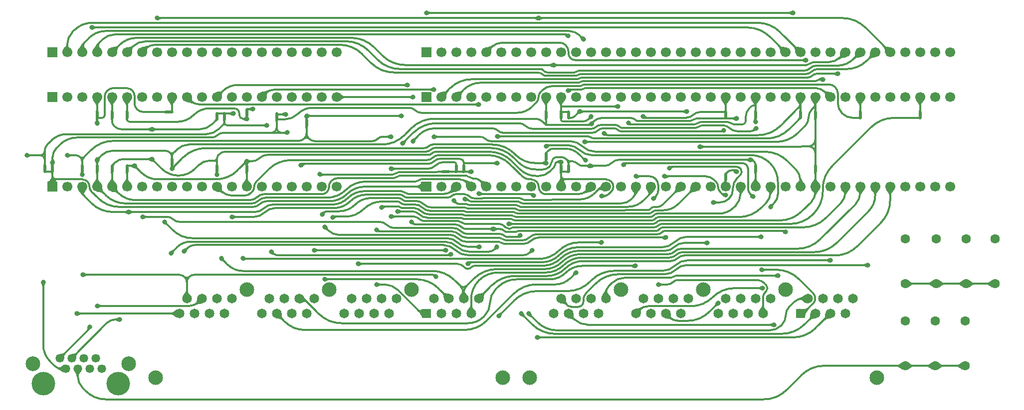
<source format=gtl>
%TF.GenerationSoftware,KiCad,Pcbnew,9.0.2*%
%TF.CreationDate,2025-07-06T14:36:24+02:00*%
%TF.ProjectId,HCP65 Component Tester,48435036-3520-4436-9f6d-706f6e656e74,V0*%
%TF.SameCoordinates,Original*%
%TF.FileFunction,Copper,L1,Top*%
%TF.FilePolarity,Positive*%
%FSLAX46Y46*%
G04 Gerber Fmt 4.6, Leading zero omitted, Abs format (unit mm)*
G04 Created by KiCad (PCBNEW 9.0.2) date 2025-07-06 14:36:24*
%MOMM*%
%LPD*%
G01*
G04 APERTURE LIST*
%TA.AperFunction,EtchedComponent*%
%ADD10C,0.000000*%
%TD*%
%TA.AperFunction,ComponentPad*%
%ADD11C,2.475000*%
%TD*%
%TA.AperFunction,ComponentPad*%
%ADD12C,1.650000*%
%TD*%
%TA.AperFunction,ComponentPad*%
%ADD13R,1.650000X1.650000*%
%TD*%
%TA.AperFunction,ComponentPad*%
%ADD14C,1.600000*%
%TD*%
%TA.AperFunction,SMDPad,CuDef*%
%ADD15C,0.500000*%
%TD*%
%TA.AperFunction,ComponentPad*%
%ADD16C,1.700000*%
%TD*%
%TA.AperFunction,ComponentPad*%
%ADD17R,1.700000X1.700000*%
%TD*%
%TA.AperFunction,ComponentPad*%
%ADD18C,2.500000*%
%TD*%
%TA.AperFunction,ComponentPad*%
%ADD19C,1.470000*%
%TD*%
%TA.AperFunction,WasherPad*%
%ADD20C,4.000000*%
%TD*%
%TA.AperFunction,ViaPad*%
%ADD21C,0.800000*%
%TD*%
%TA.AperFunction,Conductor*%
%ADD22C,0.300000*%
%TD*%
G04 APERTURE END LIST*
D10*
%TA.AperFunction,EtchedComponent*%
%TO.C,NT26*%
G36*
X119630000Y-20320000D02*
G01*
X119130000Y-20320000D01*
X119130000Y-19320000D01*
X119630000Y-19320000D01*
X119630000Y-20320000D01*
G37*
%TD.AperFunction*%
%TA.AperFunction,EtchedComponent*%
%TO.C,NT28*%
G36*
X84070000Y-11160000D02*
G01*
X83570000Y-11160000D01*
X83570000Y-10160000D01*
X84070000Y-10160000D01*
X84070000Y-11160000D01*
G37*
%TD.AperFunction*%
%TA.AperFunction,EtchedComponent*%
%TO.C,NT32*%
G36*
X119630000Y-11160000D02*
G01*
X119130000Y-11160000D01*
X119130000Y-10160000D01*
X119630000Y-10160000D01*
X119630000Y-11160000D01*
G37*
%TD.AperFunction*%
%TA.AperFunction,EtchedComponent*%
%TO.C,NT3*%
G36*
X5330000Y-20320000D02*
G01*
X4830000Y-20320000D01*
X4830000Y-19320000D01*
X5330000Y-19320000D01*
X5330000Y-20320000D01*
G37*
%TD.AperFunction*%
%TA.AperFunction,EtchedComponent*%
%TO.C,NT24*%
G36*
X86610000Y-20320000D02*
G01*
X86110000Y-20320000D01*
X86110000Y-19320000D01*
X86610000Y-19320000D01*
X86610000Y-20320000D01*
G37*
%TD.AperFunction*%
%TA.AperFunction,EtchedComponent*%
%TO.C,NT23*%
G36*
X87880000Y-20320000D02*
G01*
X87380000Y-20320000D01*
X87380000Y-19320000D01*
X87880000Y-19320000D01*
X87880000Y-20320000D01*
G37*
%TD.AperFunction*%
%TA.AperFunction,EtchedComponent*%
%TO.C,NT6*%
G36*
X12950000Y-20320000D02*
G01*
X12450000Y-20320000D01*
X12450000Y-19320000D01*
X12950000Y-19320000D01*
X12950000Y-20320000D01*
G37*
%TD.AperFunction*%
%TA.AperFunction,EtchedComponent*%
%TO.C,NT1*%
G36*
X-1020000Y-20320000D02*
G01*
X-1520000Y-20320000D01*
X-1520000Y-19320000D01*
X-1020000Y-19320000D01*
X-1020000Y-20320000D01*
G37*
%TD.AperFunction*%
%TA.AperFunction,EtchedComponent*%
%TO.C,NT15*%
G36*
X28190000Y-11430000D02*
G01*
X27690000Y-11430000D01*
X27690000Y-10430000D01*
X28190000Y-10430000D01*
X28190000Y-11430000D01*
G37*
%TD.AperFunction*%
%TA.AperFunction,EtchedComponent*%
%TO.C,NT25*%
G36*
X114550000Y-21709000D02*
G01*
X114050000Y-21709000D01*
X114050000Y-20709000D01*
X114550000Y-20709000D01*
X114550000Y-21709000D01*
G37*
%TD.AperFunction*%
%TA.AperFunction,EtchedComponent*%
%TO.C,NT21*%
G36*
X68830000Y-20320000D02*
G01*
X68330000Y-20320000D01*
X68330000Y-19320000D01*
X68830000Y-19320000D01*
X68830000Y-20320000D01*
G37*
%TD.AperFunction*%
%TA.AperFunction,EtchedComponent*%
%TO.C,NT5*%
G36*
X10410000Y-20320000D02*
G01*
X9910000Y-20320000D01*
X9910000Y-19320000D01*
X10410000Y-19320000D01*
X10410000Y-20320000D01*
G37*
%TD.AperFunction*%
%TA.AperFunction,EtchedComponent*%
%TO.C,NT4*%
G36*
X7870000Y-20320000D02*
G01*
X7370000Y-20320000D01*
X7370000Y-19320000D01*
X7870000Y-19320000D01*
X7870000Y-20320000D01*
G37*
%TD.AperFunction*%
%TA.AperFunction,EtchedComponent*%
%TO.C,NT36*%
G36*
X147570000Y-11160000D02*
G01*
X147070000Y-11160000D01*
X147070000Y-10160000D01*
X147570000Y-10160000D01*
X147570000Y-11160000D01*
G37*
%TD.AperFunction*%
%TA.AperFunction,EtchedComponent*%
%TO.C,NT30*%
G36*
X87880000Y-11160000D02*
G01*
X87380000Y-11160000D01*
X87380000Y-10160000D01*
X87880000Y-10160000D01*
X87880000Y-11160000D01*
G37*
%TD.AperFunction*%
%TA.AperFunction,EtchedComponent*%
%TO.C,NT16*%
G36*
X33304389Y-10691589D02*
G01*
X32804389Y-10691589D01*
X32804389Y-9691589D01*
X33304389Y-9691589D01*
X33304389Y-10691589D01*
G37*
%TD.AperFunction*%
%TA.AperFunction,EtchedComponent*%
%TO.C,NT14*%
G36*
X29460000Y-11430000D02*
G01*
X28960000Y-11430000D01*
X28960000Y-10430000D01*
X29460000Y-10430000D01*
X29460000Y-11430000D01*
G37*
%TD.AperFunction*%
%TA.AperFunction,EtchedComponent*%
%TO.C,NT31*%
G36*
X114550000Y-11160000D02*
G01*
X114050000Y-11160000D01*
X114050000Y-10160000D01*
X114550000Y-10160000D01*
X114550000Y-11160000D01*
G37*
%TD.AperFunction*%
%TA.AperFunction,EtchedComponent*%
%TO.C,NT22*%
G36*
X84070000Y-18280000D02*
G01*
X83570000Y-18280000D01*
X83570000Y-17280000D01*
X84070000Y-17280000D01*
X84070000Y-18280000D01*
G37*
%TD.AperFunction*%
%TA.AperFunction,EtchedComponent*%
%TO.C,NT12*%
G36*
X12950000Y-11160000D02*
G01*
X12450000Y-11160000D01*
X12450000Y-10160000D01*
X12950000Y-10160000D01*
X12950000Y-11160000D01*
G37*
%TD.AperFunction*%
%TA.AperFunction,EtchedComponent*%
%TO.C,NT2*%
G36*
X250000Y-20320000D02*
G01*
X-250000Y-20320000D01*
X-250000Y-19320000D01*
X250000Y-19320000D01*
X250000Y-20320000D01*
G37*
%TD.AperFunction*%
%TA.AperFunction,EtchedComponent*%
%TO.C,NT34*%
G36*
X129790000Y-11160000D02*
G01*
X129290000Y-11160000D01*
X129290000Y-10160000D01*
X129790000Y-10160000D01*
X129790000Y-11160000D01*
G37*
%TD.AperFunction*%
%TA.AperFunction,EtchedComponent*%
%TO.C,NT33*%
G36*
X127250000Y-11160000D02*
G01*
X126750000Y-11160000D01*
X126750000Y-10160000D01*
X127250000Y-10160000D01*
X127250000Y-11160000D01*
G37*
%TD.AperFunction*%
%TA.AperFunction,EtchedComponent*%
%TO.C,NT13*%
G36*
X20320000Y-10410000D02*
G01*
X19320000Y-10410000D01*
X19320000Y-9910000D01*
X20320000Y-9910000D01*
X20320000Y-10410000D01*
G37*
%TD.AperFunction*%
%TA.AperFunction,EtchedComponent*%
%TO.C,NT7*%
G36*
X20570000Y-19169000D02*
G01*
X20070000Y-19169000D01*
X20070000Y-18169000D01*
X20570000Y-18169000D01*
X20570000Y-19169000D01*
G37*
%TD.AperFunction*%
%TA.AperFunction,EtchedComponent*%
%TO.C,NT9*%
G36*
X33270000Y-20320000D02*
G01*
X32770000Y-20320000D01*
X32770000Y-19320000D01*
X33270000Y-19320000D01*
X33270000Y-20320000D01*
G37*
%TD.AperFunction*%
%TA.AperFunction,EtchedComponent*%
%TO.C,NT17*%
G36*
X38350000Y-11430000D02*
G01*
X37850000Y-11430000D01*
X37850000Y-10430000D01*
X38350000Y-10430000D01*
X38350000Y-11430000D01*
G37*
%TD.AperFunction*%
%TA.AperFunction,EtchedComponent*%
%TO.C,NT18*%
G36*
X43430000Y-12565000D02*
G01*
X42930000Y-12565000D01*
X42930000Y-11565000D01*
X43430000Y-11565000D01*
X43430000Y-12565000D01*
G37*
%TD.AperFunction*%
%TA.AperFunction,EtchedComponent*%
%TO.C,NT19*%
G36*
X70100000Y-20320000D02*
G01*
X69600000Y-20320000D01*
X69600000Y-19320000D01*
X70100000Y-19320000D01*
X70100000Y-20320000D01*
G37*
%TD.AperFunction*%
%TA.AperFunction,EtchedComponent*%
%TO.C,NT10*%
G36*
X7870000Y-11160000D02*
G01*
X7370000Y-11160000D01*
X7370000Y-10160000D01*
X7870000Y-10160000D01*
X7870000Y-11160000D01*
G37*
%TD.AperFunction*%
%TA.AperFunction,EtchedComponent*%
%TO.C,NT20*%
G36*
X67310000Y-20570000D02*
G01*
X66310000Y-20570000D01*
X66310000Y-20070000D01*
X67310000Y-20070000D01*
X67310000Y-20570000D01*
G37*
%TD.AperFunction*%
%TA.AperFunction,EtchedComponent*%
%TO.C,NT35*%
G36*
X137410000Y-11160000D02*
G01*
X136910000Y-11160000D01*
X136910000Y-10160000D01*
X137410000Y-10160000D01*
X137410000Y-11160000D01*
G37*
%TD.AperFunction*%
%TA.AperFunction,EtchedComponent*%
%TO.C,NT29*%
G36*
X86610000Y-11160000D02*
G01*
X86110000Y-11160000D01*
X86110000Y-10160000D01*
X86610000Y-10160000D01*
X86610000Y-11160000D01*
G37*
%TD.AperFunction*%
%TA.AperFunction,EtchedComponent*%
%TO.C,NT11*%
G36*
X10410000Y-11160000D02*
G01*
X9910000Y-11160000D01*
X9910000Y-10160000D01*
X10410000Y-10160000D01*
X10410000Y-11160000D01*
G37*
%TD.AperFunction*%
%TA.AperFunction,EtchedComponent*%
%TO.C,NT27*%
G36*
X129790000Y-20320000D02*
G01*
X129290000Y-20320000D01*
X129290000Y-19320000D01*
X129790000Y-19320000D01*
X129790000Y-20320000D01*
G37*
%TD.AperFunction*%
%TA.AperFunction,EtchedComponent*%
%TO.C,NT8*%
G36*
X28190000Y-20320000D02*
G01*
X27690000Y-20320000D01*
X27690000Y-19320000D01*
X28190000Y-19320000D01*
X28190000Y-20320000D01*
G37*
%TD.AperFunction*%
%TD*%
D11*
%TO.P,J1,MH5,MH5*%
%TO.N,unconnected-(J1-PadMH5)*%
X76450000Y-55370000D03*
%TO.P,J1,MH4,MH4*%
%TO.N,unconnected-(J1-PadMH4)*%
X60960000Y-40390000D03*
%TO.P,J1,MH3,MH3*%
%TO.N,unconnected-(J1-PadMH3)*%
X46990000Y-40390000D03*
%TO.P,J1,MH2,MH2*%
%TO.N,unconnected-(J1-PadMH2)*%
X33020000Y-40390000D03*
%TO.P,J1,MH1,MH1*%
%TO.N,unconnected-(J1-PadMH1)*%
X17530000Y-55370000D03*
D12*
%TO.P,J1,D8,D8*%
%TO.N,/IO7*%
X30480000Y-41910000D03*
%TO.P,J1,D7,D7*%
%TO.N,/IO6*%
X29210000Y-44450000D03*
%TO.P,J1,D6,D6*%
%TO.N,/IO5*%
X27940000Y-41910000D03*
%TO.P,J1,D5,D5*%
%TO.N,/IO4*%
X26670000Y-44450000D03*
%TO.P,J1,D4,D4*%
%TO.N,/IO3*%
X25400000Y-41910000D03*
%TO.P,J1,D3,D3*%
%TO.N,/IO2*%
X24130000Y-44450000D03*
%TO.P,J1,D2,D2*%
%TO.N,/IO1*%
X22860000Y-41910000D03*
%TO.P,J1,D1,D1*%
%TO.N,/IO0*%
X21590000Y-44450000D03*
%TO.P,J1,C8,C8*%
%TO.N,/IO15*%
X44450000Y-41910000D03*
%TO.P,J1,C7,C7*%
%TO.N,/IO14*%
X43180000Y-44450000D03*
%TO.P,J1,C6,C6*%
%TO.N,/IO13*%
X41910000Y-41910000D03*
%TO.P,J1,C5,C5*%
%TO.N,/IO12*%
X40640000Y-44450000D03*
%TO.P,J1,C4,C4*%
%TO.N,/IO11*%
X39370000Y-41910000D03*
%TO.P,J1,C3,C3*%
%TO.N,/IO10*%
X38100000Y-44450000D03*
%TO.P,J1,C2,C2*%
%TO.N,/IO9*%
X36830000Y-41910000D03*
%TO.P,J1,C1,C1*%
%TO.N,/IO8*%
X35560000Y-44450000D03*
%TO.P,J1,B8,B8*%
%TO.N,/IO23*%
X58420000Y-41910000D03*
%TO.P,J1,B7,B7*%
%TO.N,/IO22*%
X57150000Y-44450000D03*
%TO.P,J1,B6,B6*%
%TO.N,/IO21*%
X55880000Y-41910000D03*
%TO.P,J1,B5,B5*%
%TO.N,/IO20*%
X54610000Y-44450000D03*
%TO.P,J1,B4,B4*%
%TO.N,/IO19*%
X53340000Y-41910000D03*
%TO.P,J1,B3,B3*%
%TO.N,/IO18*%
X52070000Y-44450000D03*
%TO.P,J1,B2,B2*%
%TO.N,/IO17*%
X50800000Y-41910000D03*
%TO.P,J1,B1,B1*%
%TO.N,/IO16*%
X49530000Y-44450000D03*
%TO.P,J1,A8,A8*%
%TO.N,/IO31*%
X72390000Y-41910000D03*
%TO.P,J1,A7,A7*%
%TO.N,/IO30*%
X71120000Y-44450000D03*
%TO.P,J1,A6,A6*%
%TO.N,/IO29*%
X69850000Y-41910000D03*
%TO.P,J1,A5,A5*%
%TO.N,/IO28*%
X68580000Y-44450000D03*
%TO.P,J1,A4,A4*%
%TO.N,/IO27*%
X67310000Y-41910000D03*
%TO.P,J1,A3,A3*%
%TO.N,/IO26*%
X66040000Y-44450000D03*
%TO.P,J1,A2,A2*%
%TO.N,/IO25*%
X64770000Y-41910000D03*
D13*
%TO.P,J1,A1,A1*%
%TO.N,/IO24*%
X63500000Y-44450000D03*
%TD*%
D11*
%TO.P,J4,MH5,MH5*%
%TO.N,unconnected-(J4-PadMH5)*%
X139950000Y-55370000D03*
%TO.P,J4,MH4,MH4*%
%TO.N,unconnected-(J4-PadMH4)*%
X124460000Y-40390000D03*
%TO.P,J4,MH3,MH3*%
%TO.N,unconnected-(J4-PadMH3)*%
X110490000Y-40390000D03*
%TO.P,J4,MH2,MH2*%
%TO.N,unconnected-(J4-PadMH2)*%
X96520000Y-40390000D03*
%TO.P,J4,MH1,MH1*%
%TO.N,unconnected-(J4-PadMH1)*%
X81030000Y-55370000D03*
D12*
%TO.P,J4,D8,D8*%
%TO.N,/IO39*%
X93980000Y-41910000D03*
%TO.P,J4,D7,D7*%
%TO.N,/IO38*%
X92710000Y-44450000D03*
%TO.P,J4,D6,D6*%
%TO.N,/IO37*%
X91440000Y-41910000D03*
%TO.P,J4,D5,D5*%
%TO.N,/IO36*%
X90170000Y-44450000D03*
%TO.P,J4,D4,D4*%
%TO.N,/IO35*%
X88900000Y-41910000D03*
%TO.P,J4,D3,D3*%
%TO.N,/IO34*%
X87630000Y-44450000D03*
%TO.P,J4,D2,D2*%
%TO.N,/IO33*%
X86360000Y-41910000D03*
%TO.P,J4,D1,D1*%
%TO.N,/IO32*%
X85090000Y-44450000D03*
%TO.P,J4,C8,C8*%
%TO.N,/IO47*%
X107950000Y-41910000D03*
%TO.P,J4,C7,C7*%
%TO.N,/IO46*%
X106680000Y-44450000D03*
%TO.P,J4,C6,C6*%
%TO.N,/IO45*%
X105410000Y-41910000D03*
%TO.P,J4,C5,C5*%
%TO.N,/IO44*%
X104140000Y-44450000D03*
%TO.P,J4,C4,C4*%
%TO.N,/IO43*%
X102870000Y-41910000D03*
%TO.P,J4,C3,C3*%
%TO.N,/IO42*%
X101600000Y-44450000D03*
%TO.P,J4,C2,C2*%
%TO.N,/IO41*%
X100330000Y-41910000D03*
%TO.P,J4,C1,C1*%
%TO.N,/IO40*%
X99060000Y-44450000D03*
%TO.P,J4,B8,B8*%
%TO.N,/IO55*%
X121920000Y-41910000D03*
%TO.P,J4,B7,B7*%
%TO.N,/IO54*%
X120650000Y-44450000D03*
%TO.P,J4,B6,B6*%
%TO.N,/IO53*%
X119380000Y-41910000D03*
%TO.P,J4,B5,B5*%
%TO.N,/IO52*%
X118110000Y-44450000D03*
%TO.P,J4,B4,B4*%
%TO.N,/IO51*%
X116840000Y-41910000D03*
%TO.P,J4,B3,B3*%
%TO.N,/IO50*%
X115570000Y-44450000D03*
%TO.P,J4,B2,B2*%
%TO.N,/IO49*%
X114300000Y-41910000D03*
%TO.P,J4,B1,B1*%
%TO.N,/IO48*%
X113030000Y-44450000D03*
%TO.P,J4,A8,A8*%
%TO.N,/IO63*%
X135890000Y-41910000D03*
%TO.P,J4,A7,A7*%
%TO.N,/IO62*%
X134620000Y-44450000D03*
%TO.P,J4,A6,A6*%
%TO.N,/IO61*%
X133350000Y-41910000D03*
%TO.P,J4,A5,A5*%
%TO.N,/IO60*%
X132080000Y-44450000D03*
%TO.P,J4,A4,A4*%
%TO.N,/IO59*%
X130810000Y-41910000D03*
%TO.P,J4,A3,A3*%
%TO.N,/IO58*%
X129540000Y-44450000D03*
%TO.P,J4,A2,A2*%
%TO.N,/IO57*%
X128270000Y-41910000D03*
D13*
%TO.P,J4,A1,A1*%
%TO.N,/IO56*%
X127000000Y-44450000D03*
%TD*%
D14*
%TO.P,R2,2*%
%TO.N,Net-(J5-Pin_34)*%
X150100000Y-31750000D03*
%TO.P,R2,1*%
%TO.N,/GND_{4}*%
X150100000Y-39370000D03*
%TD*%
%TO.P,R6,2*%
%TO.N,Net-(J6-Pin_33)*%
X144780000Y-45720000D03*
%TO.P,R6,1*%
%TO.N,/GND_{4}*%
X144780000Y-53340000D03*
%TD*%
D15*
%TO.P,NT26,2,2*%
%TO.N,/IO22*%
X119380000Y-20320000D03*
%TO.P,NT26,1,1*%
%TO.N,/GND_{2}*%
X119380000Y-19320000D03*
%TD*%
D14*
%TO.P,R1,2*%
%TO.N,Net-(J5-Pin_33)*%
X144780000Y-31750000D03*
%TO.P,R1,1*%
%TO.N,/GND_{4}*%
X144780000Y-39370000D03*
%TD*%
D15*
%TO.P,NT28,2,2*%
%TO.N,/GND_{1}*%
X83820000Y-11160000D03*
%TO.P,NT28,1,1*%
%TO.N,/IO55*%
X83820000Y-10160000D03*
%TD*%
%TO.P,NT32,2,2*%
%TO.N,/GND_{2}*%
X119380000Y-11160000D03*
%TO.P,NT32,1,1*%
%TO.N,/IO41*%
X119380000Y-10160000D03*
%TD*%
D14*
%TO.P,R3,2*%
%TO.N,Net-(J5-Pin_35)*%
X155180000Y-31750000D03*
%TO.P,R3,1*%
%TO.N,/GND_{4}*%
X155180000Y-39370000D03*
%TD*%
D15*
%TO.P,NT3,2,2*%
%TO.N,/IO2*%
X5080000Y-20320000D03*
%TO.P,NT3,1,1*%
%TO.N,/5V_{3}*%
X5080000Y-19320000D03*
%TD*%
%TO.P,NT24,2,2*%
%TO.N,/IO9*%
X86360000Y-20320000D03*
%TO.P,NT24,1,1*%
%TO.N,/GND_{3}*%
X86360000Y-19320000D03*
%TD*%
%TO.P,NT23,2,2*%
%TO.N,/IO9*%
X87630000Y-20320000D03*
%TO.P,NT23,1,1*%
%TO.N,/GND_{2}*%
X87630000Y-19320000D03*
%TD*%
%TO.P,NT6,2,2*%
%TO.N,/IO5*%
X12700000Y-20320000D03*
%TO.P,NT6,1,1*%
%TO.N,/GND_{3}*%
X12700000Y-19320000D03*
%TD*%
D16*
%TO.P,J6,36,Pin_36*%
%TO.N,Net-(J6-Pin_36)*%
X152400000Y-7620000D03*
%TO.P,J6,35,Pin_35*%
%TO.N,Net-(J6-Pin_35)*%
X149860000Y-7620000D03*
%TO.P,J6,34,Pin_34*%
%TO.N,Net-(J6-Pin_34)*%
X147320000Y-7620000D03*
%TO.P,J6,33,Pin_33*%
%TO.N,Net-(J6-Pin_33)*%
X144780000Y-7620000D03*
%TO.P,J6,32,Pin_32*%
%TO.N,/IO32*%
X142240000Y-7620000D03*
%TO.P,J6,31,Pin_31*%
%TO.N,/IO33*%
X139700000Y-7620000D03*
%TO.P,J6,30,Pin_30*%
%TO.N,/IO34*%
X137160000Y-7620000D03*
%TO.P,J6,29,Pin_29*%
%TO.N,/IO35*%
X134620000Y-7620000D03*
%TO.P,J6,28,Pin_28*%
%TO.N,/IO36*%
X132080000Y-7620000D03*
%TO.P,J6,27,Pin_27*%
%TO.N,/IO37*%
X129540000Y-7620000D03*
%TO.P,J6,26,Pin_26*%
%TO.N,/IO38*%
X127000000Y-7620000D03*
%TO.P,J6,25,Pin_25*%
%TO.N,/IO39*%
X124460000Y-7620000D03*
%TO.P,J6,24,Pin_24*%
%TO.N,/IO40*%
X121920000Y-7620000D03*
%TO.P,J6,23,Pin_23*%
%TO.N,/IO41*%
X119380000Y-7620000D03*
%TO.P,J6,22,Pin_22*%
%TO.N,/IO42*%
X116840000Y-7620000D03*
%TO.P,J6,21,Pin_21*%
%TO.N,/IO43*%
X114300000Y-7620000D03*
%TO.P,J6,20,Pin_20*%
%TO.N,/IO44*%
X111760000Y-7620000D03*
%TO.P,J6,19,Pin_19*%
%TO.N,/IO45*%
X109220000Y-7620000D03*
%TO.P,J6,18,Pin_18*%
%TO.N,/IO46*%
X106680000Y-7620000D03*
%TO.P,J6,17,Pin_17*%
%TO.N,/IO47*%
X104140000Y-7620000D03*
%TO.P,J6,16,Pin_16*%
%TO.N,/IO48*%
X101600000Y-7620000D03*
%TO.P,J6,15,Pin_15*%
%TO.N,/IO49*%
X99060000Y-7620000D03*
%TO.P,J6,14,Pin_14*%
%TO.N,/IO50*%
X96520000Y-7620000D03*
%TO.P,J6,13,Pin_13*%
%TO.N,/IO51*%
X93980000Y-7620000D03*
%TO.P,J6,12,Pin_12*%
%TO.N,/IO52*%
X91440000Y-7620000D03*
%TO.P,J6,11,Pin_11*%
%TO.N,/IO53*%
X88900000Y-7620000D03*
%TO.P,J6,10,Pin_10*%
%TO.N,/IO54*%
X86360000Y-7620000D03*
%TO.P,J6,9,Pin_9*%
%TO.N,/IO55*%
X83820000Y-7620000D03*
%TO.P,J6,8,Pin_8*%
%TO.N,/IO56*%
X81280000Y-7620000D03*
%TO.P,J6,7,Pin_7*%
%TO.N,/IO57*%
X78740000Y-7620000D03*
%TO.P,J6,6,Pin_6*%
%TO.N,/IO58*%
X76200000Y-7620000D03*
%TO.P,J6,5,Pin_5*%
%TO.N,/IO59*%
X73660000Y-7620000D03*
%TO.P,J6,4,Pin_4*%
%TO.N,/IO60*%
X71120000Y-7620000D03*
%TO.P,J6,3,Pin_3*%
%TO.N,/IO61*%
X68580000Y-7620000D03*
%TO.P,J6,2,Pin_2*%
%TO.N,/IO62*%
X66040000Y-7620000D03*
D17*
%TO.P,J6,1,Pin_1*%
%TO.N,/IO63*%
X63500000Y-7620000D03*
%TD*%
D15*
%TO.P,NT1,2,2*%
%TO.N,/IO0*%
X-1270000Y-20320000D03*
%TO.P,NT1,1,1*%
%TO.N,/5V_{1}*%
X-1270000Y-19320000D03*
%TD*%
%TO.P,NT15,2,2*%
%TO.N,/GND_{2}*%
X27940000Y-11430000D03*
%TO.P,NT15,1,1*%
%TO.N,/IO28*%
X27940000Y-10430000D03*
%TD*%
%TO.P,NT25,2,2*%
%TO.N,/IO20*%
X114300000Y-21709000D03*
%TO.P,NT25,1,1*%
%TO.N,/GND_{1}*%
X114300000Y-20709000D03*
%TD*%
D14*
%TO.P,R9,2*%
%TO.N,Net-(J6-Pin_35)*%
X149860000Y-45720000D03*
%TO.P,R9,1*%
%TO.N,/GND_{4}*%
X149860000Y-53340000D03*
%TD*%
D15*
%TO.P,NT21,2,2*%
%TO.N,/IO2*%
X68580000Y-20320000D03*
%TO.P,NT21,1,1*%
%TO.N,/5V_{3}*%
X68580000Y-19320000D03*
%TD*%
%TO.P,NT5,2,2*%
%TO.N,/IO4*%
X10160000Y-20320000D03*
%TO.P,NT5,1,1*%
%TO.N,/GND_{2}*%
X10160000Y-19320000D03*
%TD*%
%TO.P,NT4,2,2*%
%TO.N,/IO3*%
X7620000Y-20320000D03*
%TO.P,NT4,1,1*%
%TO.N,/GND_{1}*%
X7620000Y-19320000D03*
%TD*%
%TO.P,NT36,2,2*%
%TO.N,/5V_{3}*%
X147320000Y-11160000D03*
%TO.P,NT36,1,1*%
%TO.N,Net-(J6-Pin_34)*%
X147320000Y-10160000D03*
%TD*%
D16*
%TO.P,J8,20,Pin_20*%
%TO.N,/IO19*%
X48260000Y-22860000D03*
%TO.P,J8,19,Pin_19*%
%TO.N,/IO18*%
X45720000Y-22860000D03*
%TO.P,J8,18,Pin_18*%
%TO.N,/IO17*%
X43180000Y-22860000D03*
%TO.P,J8,17,Pin_17*%
%TO.N,/IO16*%
X40640000Y-22860000D03*
%TO.P,J8,16,Pin_16*%
%TO.N,/IO15*%
X38100000Y-22860000D03*
%TO.P,J8,15,Pin_15*%
%TO.N,/IO14*%
X35560000Y-22860000D03*
%TO.P,J8,14,Pin_14*%
%TO.N,/IO13*%
X33020000Y-22860000D03*
%TO.P,J8,13,Pin_13*%
%TO.N,/IO12*%
X30480000Y-22860000D03*
%TO.P,J8,12,Pin_12*%
%TO.N,/IO11*%
X27940000Y-22860000D03*
%TO.P,J8,11,Pin_11*%
%TO.N,/IO10*%
X25400000Y-22860000D03*
%TO.P,J8,10,Pin_10*%
%TO.N,/IO9*%
X22860000Y-22860000D03*
%TO.P,J8,9,Pin_9*%
%TO.N,/IO8*%
X20320000Y-22860000D03*
%TO.P,J8,8,Pin_8*%
%TO.N,/IO7*%
X17780000Y-22860000D03*
%TO.P,J8,7,Pin_7*%
%TO.N,/IO6*%
X15240000Y-22860000D03*
%TO.P,J8,6,Pin_6*%
%TO.N,/IO5*%
X12700000Y-22860000D03*
%TO.P,J8,5,Pin_5*%
%TO.N,/IO4*%
X10160000Y-22860000D03*
%TO.P,J8,4,Pin_4*%
%TO.N,/IO3*%
X7620000Y-22860000D03*
%TO.P,J8,3,Pin_3*%
%TO.N,/IO2*%
X5080000Y-22860000D03*
%TO.P,J8,2,Pin_2*%
%TO.N,/IO1*%
X2540000Y-22860000D03*
D17*
%TO.P,J8,1,Pin_1*%
%TO.N,/IO0*%
X0Y-22860000D03*
%TD*%
D16*
%TO.P,J5,36,Pin_36*%
%TO.N,Net-(J5-Pin_36)*%
X152400000Y-22860000D03*
%TO.P,J5,35,Pin_35*%
%TO.N,Net-(J5-Pin_35)*%
X149860000Y-22860000D03*
%TO.P,J5,34,Pin_34*%
%TO.N,Net-(J5-Pin_34)*%
X147320000Y-22860000D03*
%TO.P,J5,33,Pin_33*%
%TO.N,Net-(J5-Pin_33)*%
X144780000Y-22860000D03*
%TO.P,J5,32,Pin_32*%
%TO.N,/IO31*%
X142240000Y-22860000D03*
%TO.P,J5,31,Pin_31*%
%TO.N,/IO30*%
X139700000Y-22860000D03*
%TO.P,J5,30,Pin_30*%
%TO.N,/IO29*%
X137160000Y-22860000D03*
%TO.P,J5,29,Pin_29*%
%TO.N,/IO28*%
X134620000Y-22860000D03*
%TO.P,J5,28,Pin_28*%
%TO.N,/IO27*%
X132080000Y-22860000D03*
%TO.P,J5,27,Pin_27*%
%TO.N,/IO26*%
X129540000Y-22860000D03*
%TO.P,J5,26,Pin_26*%
%TO.N,/IO25*%
X127000000Y-22860000D03*
%TO.P,J5,25,Pin_25*%
%TO.N,/IO24*%
X124460000Y-22860000D03*
%TO.P,J5,24,Pin_24*%
%TO.N,/IO23*%
X121920000Y-22860000D03*
%TO.P,J5,23,Pin_23*%
%TO.N,/IO22*%
X119380000Y-22860000D03*
%TO.P,J5,22,Pin_22*%
%TO.N,/IO21*%
X116840000Y-22860000D03*
%TO.P,J5,21,Pin_21*%
%TO.N,/IO20*%
X114300000Y-22860000D03*
%TO.P,J5,20,Pin_20*%
%TO.N,/IO19*%
X111760000Y-22860000D03*
%TO.P,J5,19,Pin_19*%
%TO.N,/IO18*%
X109220000Y-22860000D03*
%TO.P,J5,18,Pin_18*%
%TO.N,/IO17*%
X106680000Y-22860000D03*
%TO.P,J5,17,Pin_17*%
%TO.N,/IO16*%
X104140000Y-22860000D03*
%TO.P,J5,16,Pin_16*%
%TO.N,/IO15*%
X101600000Y-22860000D03*
%TO.P,J5,15,Pin_15*%
%TO.N,/IO14*%
X99060000Y-22860000D03*
%TO.P,J5,14,Pin_14*%
%TO.N,/IO13*%
X96520000Y-22860000D03*
%TO.P,J5,13,Pin_13*%
%TO.N,/IO12*%
X93980000Y-22860000D03*
%TO.P,J5,12,Pin_12*%
%TO.N,/IO11*%
X91440000Y-22860000D03*
%TO.P,J5,11,Pin_11*%
%TO.N,/IO10*%
X88900000Y-22860000D03*
%TO.P,J5,10,Pin_10*%
%TO.N,/IO9*%
X86360000Y-22860000D03*
%TO.P,J5,9,Pin_9*%
%TO.N,/IO8*%
X83820000Y-22860000D03*
%TO.P,J5,8,Pin_8*%
%TO.N,/IO7*%
X81280000Y-22860000D03*
%TO.P,J5,7,Pin_7*%
%TO.N,/IO6*%
X78740000Y-22860000D03*
%TO.P,J5,6,Pin_6*%
%TO.N,/IO5*%
X76200000Y-22860000D03*
%TO.P,J5,5,Pin_5*%
%TO.N,/IO4*%
X73660000Y-22860000D03*
%TO.P,J5,4,Pin_4*%
%TO.N,/IO3*%
X71120000Y-22860000D03*
%TO.P,J5,3,Pin_3*%
%TO.N,/IO2*%
X68580000Y-22860000D03*
%TO.P,J5,2,Pin_2*%
%TO.N,/IO1*%
X66040000Y-22860000D03*
D17*
%TO.P,J5,1,Pin_1*%
%TO.N,/IO0*%
X63500000Y-22860000D03*
%TD*%
D15*
%TO.P,NT30,2,2*%
%TO.N,/GND_{3}*%
X87630000Y-11160000D03*
%TO.P,NT30,1,1*%
%TO.N,/IO54*%
X87630000Y-10160000D03*
%TD*%
%TO.P,NT16,2,2*%
%TO.N,/GND_{3}*%
X33054389Y-10691589D03*
%TO.P,NT16,1,1*%
%TO.N,/IO26*%
X33054389Y-9691589D03*
%TD*%
D18*
%TO.P,J2,MH2,MH2*%
%TO.N,unconnected-(J2-PadMH2)*%
X-3304000Y-52958000D03*
%TO.P,J2,MH1,MH1*%
%TO.N,unconnected-(J2-PadMH1)*%
X12956000Y-52958000D03*
D19*
%TO.P,J2,8,8*%
%TO.N,/GND_{1}*%
X1266000Y-52068000D03*
%TO.P,J2,7,7*%
%TO.N,/GND_{2}*%
X2286000Y-53848000D03*
%TO.P,J2,6,6*%
%TO.N,/GND_{3}*%
X3306000Y-52068000D03*
%TO.P,J2,5,5*%
%TO.N,/GND_{4}*%
X4326000Y-53848000D03*
%TO.P,J2,4,4*%
%TO.N,/5V_{1}*%
X5346000Y-52068000D03*
%TO.P,J2,3,3*%
%TO.N,/5V_{2}*%
X6366000Y-53848000D03*
%TO.P,J2,2,2*%
%TO.N,/5V_{3}*%
X7386000Y-52068000D03*
%TO.P,J2,1,1*%
%TO.N,/12V*%
X8406000Y-53848000D03*
D20*
%TO.P,J2,*%
%TO.N,*%
X11176000Y-56388000D03*
X-1524000Y-56388000D03*
%TD*%
D16*
%TO.P,J7,36,Pin_36*%
%TO.N,Net-(J6-Pin_36)*%
X152400000Y0D03*
%TO.P,J7,35,Pin_35*%
%TO.N,Net-(J6-Pin_35)*%
X149860000Y0D03*
%TO.P,J7,34,Pin_34*%
%TO.N,Net-(J6-Pin_34)*%
X147320000Y0D03*
%TO.P,J7,33,Pin_33*%
%TO.N,Net-(J6-Pin_33)*%
X144780000Y0D03*
%TO.P,J7,32,Pin_32*%
%TO.N,/IO32*%
X142240000Y0D03*
%TO.P,J7,31,Pin_31*%
%TO.N,/IO33*%
X139700000Y0D03*
%TO.P,J7,30,Pin_30*%
%TO.N,/IO34*%
X137160000Y0D03*
%TO.P,J7,29,Pin_29*%
%TO.N,/IO35*%
X134620000Y0D03*
%TO.P,J7,28,Pin_28*%
%TO.N,/IO36*%
X132080000Y0D03*
%TO.P,J7,27,Pin_27*%
%TO.N,/IO37*%
X129540000Y0D03*
%TO.P,J7,26,Pin_26*%
%TO.N,/IO38*%
X127000000Y0D03*
%TO.P,J7,25,Pin_25*%
%TO.N,/IO39*%
X124460000Y0D03*
%TO.P,J7,24,Pin_24*%
%TO.N,/IO40*%
X121920000Y0D03*
%TO.P,J7,23,Pin_23*%
%TO.N,/IO41*%
X119380000Y0D03*
%TO.P,J7,22,Pin_22*%
%TO.N,/IO42*%
X116840000Y0D03*
%TO.P,J7,21,Pin_21*%
%TO.N,/IO43*%
X114300000Y0D03*
%TO.P,J7,20,Pin_20*%
%TO.N,/IO44*%
X111760000Y0D03*
%TO.P,J7,19,Pin_19*%
%TO.N,/IO45*%
X109220000Y0D03*
%TO.P,J7,18,Pin_18*%
%TO.N,/IO46*%
X106680000Y0D03*
%TO.P,J7,17,Pin_17*%
%TO.N,/IO47*%
X104140000Y0D03*
%TO.P,J7,16,Pin_16*%
%TO.N,/IO48*%
X101600000Y0D03*
%TO.P,J7,15,Pin_15*%
%TO.N,/IO49*%
X99060000Y0D03*
%TO.P,J7,14,Pin_14*%
%TO.N,/IO50*%
X96520000Y0D03*
%TO.P,J7,13,Pin_13*%
%TO.N,/IO51*%
X93980000Y0D03*
%TO.P,J7,12,Pin_12*%
%TO.N,/IO52*%
X91440000Y0D03*
%TO.P,J7,11,Pin_11*%
%TO.N,/IO53*%
X88900000Y0D03*
%TO.P,J7,10,Pin_10*%
%TO.N,/IO54*%
X86360000Y0D03*
%TO.P,J7,9,Pin_9*%
%TO.N,/IO55*%
X83820000Y0D03*
%TO.P,J7,8,Pin_8*%
%TO.N,/IO56*%
X81280000Y0D03*
%TO.P,J7,7,Pin_7*%
%TO.N,/IO57*%
X78740000Y0D03*
%TO.P,J7,6,Pin_6*%
%TO.N,/IO58*%
X76200000Y0D03*
%TO.P,J7,5,Pin_5*%
%TO.N,/IO59*%
X73660000Y0D03*
%TO.P,J7,4,Pin_4*%
%TO.N,/IO60*%
X71120000Y0D03*
%TO.P,J7,3,Pin_3*%
%TO.N,/IO61*%
X68580000Y0D03*
%TO.P,J7,2,Pin_2*%
%TO.N,/IO62*%
X66040000Y0D03*
D17*
%TO.P,J7,1,Pin_1*%
%TO.N,/IO63*%
X63500000Y0D03*
%TD*%
D15*
%TO.P,NT14,2,2*%
%TO.N,/5V_{1}*%
X29210000Y-11430000D03*
%TO.P,NT14,1,1*%
%TO.N,/IO28*%
X29210000Y-10430000D03*
%TD*%
D16*
%TO.P,J3,20,Pin_20*%
%TO.N,/IO20*%
X48260000Y-7620000D03*
%TO.P,J3,19,Pin_19*%
%TO.N,/IO21*%
X45720000Y-7620000D03*
%TO.P,J3,18,Pin_18*%
%TO.N,/IO22*%
X43180000Y-7620000D03*
%TO.P,J3,17,Pin_17*%
%TO.N,/IO23*%
X40640000Y-7620000D03*
%TO.P,J3,16,Pin_16*%
%TO.N,/IO24*%
X38100000Y-7620000D03*
%TO.P,J3,15,Pin_15*%
%TO.N,/IO25*%
X35560000Y-7620000D03*
%TO.P,J3,14,Pin_14*%
%TO.N,/IO26*%
X33020000Y-7620000D03*
%TO.P,J3,13,Pin_13*%
%TO.N,/IO27*%
X30480000Y-7620000D03*
%TO.P,J3,12,Pin_12*%
%TO.N,/IO28*%
X27940000Y-7620000D03*
%TO.P,J3,11,Pin_11*%
%TO.N,/IO29*%
X25400000Y-7620000D03*
%TO.P,J3,10,Pin_10*%
%TO.N,/IO30*%
X22860000Y-7620000D03*
%TO.P,J3,9,Pin_9*%
%TO.N,/IO31*%
X20320000Y-7620000D03*
%TO.P,J3,8,Pin_8*%
%TO.N,/IO32*%
X17780000Y-7620000D03*
%TO.P,J3,7,Pin_7*%
%TO.N,/IO33*%
X15240000Y-7620000D03*
%TO.P,J3,6,Pin_6*%
%TO.N,/IO34*%
X12700000Y-7620000D03*
%TO.P,J3,5,Pin_5*%
%TO.N,/IO35*%
X10160000Y-7620000D03*
%TO.P,J3,4,Pin_4*%
%TO.N,/IO36*%
X7620000Y-7620000D03*
%TO.P,J3,3,Pin_3*%
%TO.N,/IO37*%
X5080000Y-7620000D03*
%TO.P,J3,2,Pin_2*%
%TO.N,/IO38*%
X2540000Y-7620000D03*
D17*
%TO.P,J3,1,Pin_1*%
%TO.N,/IO39*%
X0Y-7620000D03*
%TD*%
D15*
%TO.P,NT31,2,2*%
%TO.N,/GND_{1}*%
X114300000Y-11160000D03*
%TO.P,NT31,1,1*%
%TO.N,/IO43*%
X114300000Y-10160000D03*
%TD*%
%TO.P,NT22,2,2*%
%TO.N,/IO8*%
X83820000Y-18280000D03*
%TO.P,NT22,1,1*%
%TO.N,/GND_{1}*%
X83820000Y-17280000D03*
%TD*%
%TO.P,NT12,2,2*%
%TO.N,/GND_{3}*%
X12700000Y-11160000D03*
%TO.P,NT12,1,1*%
%TO.N,/IO34*%
X12700000Y-10160000D03*
%TD*%
%TO.P,NT2,2,2*%
%TO.N,/IO0*%
X0Y-20320000D03*
%TO.P,NT2,1,1*%
%TO.N,/5V_{2}*%
X0Y-19320000D03*
%TD*%
%TO.P,NT34,2,2*%
%TO.N,/GND_{3}*%
X129540000Y-11160000D03*
%TO.P,NT34,1,1*%
%TO.N,/IO37*%
X129540000Y-10160000D03*
%TD*%
%TO.P,NT33,2,2*%
%TO.N,/5V_{1}*%
X127000000Y-11160000D03*
%TO.P,NT33,1,1*%
%TO.N,/IO38*%
X127000000Y-10160000D03*
%TD*%
D14*
%TO.P,R10,2*%
%TO.N,Net-(J6-Pin_36)*%
X154940000Y-45720000D03*
%TO.P,R10,1*%
%TO.N,/GND_{4}*%
X154940000Y-53340000D03*
%TD*%
D15*
%TO.P,NT13,2,2*%
%TO.N,/GND_{1}*%
X19320000Y-10160000D03*
%TO.P,NT13,1,1*%
%TO.N,/IO31*%
X20320000Y-10160000D03*
%TD*%
D16*
%TO.P,J9,20,Pin_20*%
%TO.N,/IO20*%
X48260000Y0D03*
%TO.P,J9,19,Pin_19*%
%TO.N,/IO21*%
X45720000Y0D03*
%TO.P,J9,18,Pin_18*%
%TO.N,/IO22*%
X43180000Y0D03*
%TO.P,J9,17,Pin_17*%
%TO.N,/IO23*%
X40640000Y0D03*
%TO.P,J9,16,Pin_16*%
%TO.N,/IO24*%
X38100000Y0D03*
%TO.P,J9,15,Pin_15*%
%TO.N,/IO25*%
X35560000Y0D03*
%TO.P,J9,14,Pin_14*%
%TO.N,/IO26*%
X33020000Y0D03*
%TO.P,J9,13,Pin_13*%
%TO.N,/IO27*%
X30480000Y0D03*
%TO.P,J9,12,Pin_12*%
%TO.N,/IO28*%
X27940000Y0D03*
%TO.P,J9,11,Pin_11*%
%TO.N,/IO29*%
X25400000Y0D03*
%TO.P,J9,10,Pin_10*%
%TO.N,/IO30*%
X22860000Y0D03*
%TO.P,J9,9,Pin_9*%
%TO.N,/IO31*%
X20320000Y0D03*
%TO.P,J9,8,Pin_8*%
%TO.N,/IO32*%
X17780000Y0D03*
%TO.P,J9,7,Pin_7*%
%TO.N,/IO33*%
X15240000Y0D03*
%TO.P,J9,6,Pin_6*%
%TO.N,/IO34*%
X12700000Y0D03*
%TO.P,J9,5,Pin_5*%
%TO.N,/IO35*%
X10160000Y0D03*
%TO.P,J9,4,Pin_4*%
%TO.N,/IO36*%
X7620000Y0D03*
%TO.P,J9,3,Pin_3*%
%TO.N,/IO37*%
X5080000Y0D03*
%TO.P,J9,2,Pin_2*%
%TO.N,/IO38*%
X2540000Y0D03*
D17*
%TO.P,J9,1,Pin_1*%
%TO.N,/IO39*%
X0Y0D03*
%TD*%
D15*
%TO.P,NT7,2,2*%
%TO.N,/IO8*%
X20320000Y-19169000D03*
%TO.P,NT7,1,1*%
%TO.N,/GND_{1}*%
X20320000Y-18169000D03*
%TD*%
%TO.P,NT9,2,2*%
%TO.N,/IO13*%
X33020000Y-20320000D03*
%TO.P,NT9,1,1*%
%TO.N,/GND_{3}*%
X33020000Y-19320000D03*
%TD*%
%TO.P,NT17,2,2*%
%TO.N,/5V_{2}*%
X38100000Y-11430000D03*
%TO.P,NT17,1,1*%
%TO.N,/IO24*%
X38100000Y-10430000D03*
%TD*%
%TO.P,NT18,2,2*%
%TO.N,/5V_{3}*%
X43180000Y-12565000D03*
%TO.P,NT18,1,1*%
%TO.N,/IO22*%
X43180000Y-11565000D03*
%TD*%
%TO.P,NT19,2,2*%
%TO.N,/IO2*%
X69850000Y-20320000D03*
%TO.P,NT19,1,1*%
%TO.N,/5V_{1}*%
X69850000Y-19320000D03*
%TD*%
%TO.P,NT10,2,2*%
%TO.N,/GND_{1}*%
X7620000Y-11160000D03*
%TO.P,NT10,1,1*%
%TO.N,/IO36*%
X7620000Y-10160000D03*
%TD*%
D14*
%TO.P,R4,2*%
%TO.N,Net-(J5-Pin_36)*%
X160020000Y-31750000D03*
%TO.P,R4,1*%
%TO.N,/GND_{4}*%
X160020000Y-39370000D03*
%TD*%
D15*
%TO.P,NT20,2,2*%
%TO.N,/IO2*%
X67310000Y-20320000D03*
%TO.P,NT20,1,1*%
%TO.N,/5V_{2}*%
X66310000Y-20320000D03*
%TD*%
%TO.P,NT35,2,2*%
%TO.N,/5V_{2}*%
X137160000Y-11160000D03*
%TO.P,NT35,1,1*%
%TO.N,/IO34*%
X137160000Y-10160000D03*
%TD*%
%TO.P,NT29,2,2*%
%TO.N,/GND_{2}*%
X86360000Y-11160000D03*
%TO.P,NT29,1,1*%
%TO.N,/IO54*%
X86360000Y-10160000D03*
%TD*%
%TO.P,NT11,2,2*%
%TO.N,/GND_{2}*%
X10160000Y-11160000D03*
%TO.P,NT11,1,1*%
%TO.N,/IO35*%
X10160000Y-10160000D03*
%TD*%
%TO.P,NT27,2,2*%
%TO.N,/IO26*%
X129540000Y-20320000D03*
%TO.P,NT27,1,1*%
%TO.N,/GND_{3}*%
X129540000Y-19320000D03*
%TD*%
%TO.P,NT8,2,2*%
%TO.N,/IO11*%
X27940000Y-20320000D03*
%TO.P,NT8,1,1*%
%TO.N,/GND_{2}*%
X27940000Y-19320000D03*
%TD*%
D21*
%TO.N,/IO17*%
X45847000Y-27559000D03*
%TO.N,/5V_{1}*%
X75543300Y-18860000D03*
X42233200Y-19243600D03*
X36471470Y-12423530D03*
X-4318000Y-17526000D03*
X75543300Y-14322300D03*
%TO.N,/GND_{1}*%
X6354000Y-46736000D03*
X90578900Y-18333700D03*
X116156300Y-20320000D03*
X116156300Y-11258100D03*
X7620000Y-12065000D03*
X7620000Y-18288000D03*
X91533838Y-12166500D03*
%TO.N,/IO33*%
X138430000Y-36195000D03*
%TO.N,/IO30*%
X72390000Y-8889990D03*
%TO.N,/IO29*%
X28701996Y-35052002D03*
%TO.N,/IO23*%
X58642018Y-27110362D03*
%TO.N,/IO21*%
X55874708Y-26377308D03*
%TO.N,/IO25*%
X64770000Y-6322600D03*
X64770000Y-14351006D03*
%TO.N,/IO27*%
X132080000Y-35378000D03*
X46228000Y-38608000D03*
X75819000Y-44831000D03*
%TO.N,/IO39*%
X123189700Y-37983500D03*
X6731000Y4223400D03*
%TO.N,/IO32*%
X82550000Y5819000D03*
X17780000Y5819000D03*
%TO.N,/IO6*%
X79456300Y-31158300D03*
X15318002Y-27988998D03*
%TO.N,/IO12*%
X30499700Y-28018000D03*
%TO.N,/IO10*%
X88900000Y-37465000D03*
%TO.N,/IO19*%
X51943000Y-35997200D03*
X111224800Y-32445900D03*
%TO.N,/IO15*%
X68167600Y-25232100D03*
X44450002Y-33676000D03*
X66847900Y-33676000D03*
%TO.N,/IO18*%
X47576187Y-28101658D03*
%TO.N,/IO16*%
X104140000Y-31529996D03*
X46261600Y-29684400D03*
%TO.N,/IO14*%
X67689100Y-34365400D03*
X70092300Y-24971600D03*
X37211000Y-33909000D03*
%TO.N,/IO7*%
X22415502Y-33845502D03*
X81470500Y-33655000D03*
%TO.N,/IO1*%
X65162000Y-38216000D03*
X5207000Y-37846000D03*
%TO.N,/IO53*%
X96971400Y-19128000D03*
X118949900Y-24567500D03*
%TO.N,/IO62*%
X133350100Y-3641100D03*
%TO.N,/IO48*%
X112206400Y-25540500D03*
X104725900Y-19708000D03*
%TO.N,/IO57*%
X80907786Y-44482432D03*
%TO.N,/IO56*%
X70544800Y-35997200D03*
X120396000Y-36995000D03*
X120380500Y-31369000D03*
%TO.N,/IO60*%
X81715100Y-24339400D03*
X82309600Y-48514010D03*
X72390000Y-24058600D03*
%TO.N,/IO61*%
X130810100Y-4626900D03*
%TO.N,/IO49*%
X114300000Y-24326800D03*
X103934200Y-21113800D03*
%TO.N,/IO58*%
X79629000Y-44449996D03*
%TO.N,/IO59*%
X127927800Y-1343400D03*
%TO.N,/IO63*%
X125730000Y6731000D03*
X63500000Y6731000D03*
%TO.N,/IO40*%
X120619700Y-40134500D03*
%TO.N,/IO44*%
X113030006Y-42672000D03*
%TO.N,/IO2*%
X12975300Y-27178000D03*
X71119994Y-20320000D03*
X5080000Y-20779994D03*
%TO.N,/IO13*%
X98991400Y-36352900D03*
%TO.N,/IO5*%
X20193004Y-34163004D03*
X75507331Y-33090900D03*
%TO.N,/IO31*%
X19049900Y-28829000D03*
X72519726Y-33090900D03*
%TO.N,/IO22*%
X119474168Y-12904768D03*
X59326500Y-10795000D03*
X59506800Y-15513500D03*
X43180000Y-10795000D03*
%TO.N,/IO3*%
X7620000Y-43151000D03*
%TO.N,/IO9*%
X93283400Y-32352900D03*
X32366500Y-35070500D03*
X93283500Y-24420300D03*
%TO.N,/IO24*%
X55034700Y-39497000D03*
X55034700Y-30226000D03*
X39674800Y-10537700D03*
X124512702Y-30582268D03*
%TO.N,/IO8*%
X83819991Y-18833127D03*
X20320000Y-19812000D03*
%TO.N,/IO26*%
X77519104Y-29177200D03*
X34054120Y-9652000D03*
%TO.N,/IO11*%
X27940000Y-20828000D03*
%TO.N,/IO20*%
X113974300Y-13258104D03*
X61214000Y-15113000D03*
X61274000Y-7620000D03*
%TO.N,/IO0*%
X4176800Y-44450000D03*
%TO.N,/IO28*%
X30734000Y-10414000D03*
X60328900Y-5564500D03*
X74902227Y-30081962D03*
X60960000Y-28829000D03*
%TO.N,/GND_{2}*%
X91503500Y-10922010D03*
X16933000Y-18161000D03*
X91342250Y-19333250D03*
X-1524000Y-39116000D03*
X118514100Y-18288000D03*
X16933000Y-13081000D03*
X119380000Y-11810996D03*
%TO.N,/5V_{3}*%
X57531000Y-14351000D03*
X2540000Y-17526000D03*
X57530997Y-19830097D03*
X57531000Y-27940002D03*
%TO.N,/5V_{2}*%
X74429Y-18780660D03*
X39951400Y-13638000D03*
X45444100Y-20756900D03*
%TO.N,/GND_{3}*%
X11430000Y-45466000D03*
X13970000Y-19304000D03*
X33020000Y-18542008D03*
X89535000Y-10033000D03*
X86360006Y-18669000D03*
X107745024Y-10082010D03*
X33020004Y-11303000D03*
X109957200Y-16080000D03*
%TO.N,/IO34*%
X122555000Y-46355000D03*
%TO.N,/IO35*%
X85090200Y-2159006D03*
%TO.N,/IO36*%
X87615300Y-6549600D03*
X87615300Y2812600D03*
%TO.N,/IO37*%
X90198300Y2208000D03*
X90362200Y-15231000D03*
%TO.N,/IO38*%
X93708400Y-13784000D03*
%TO.N,/IO55*%
X121920006Y-26286194D03*
X83820000Y-15954000D03*
%TO.N,/IO54*%
X102076600Y-24884700D03*
X102870000Y-39497000D03*
X96047500Y-9195500D03*
X99060400Y-21113800D03*
%TO.N,/IO41*%
X97790000Y-12038900D03*
%TO.N,/IO43*%
X100293400Y-10878900D03*
%TD*%
D22*
%TO.N,/IO43*%
X100420850Y-11006350D02*
G75*
G03*
X100728541Y-11133783I307650J307650D01*
G01*
X108817800Y-10646900D02*
G75*
G02*
X107642319Y-11133808I-1175500J1175500D01*
G01*
X109993280Y-10160000D02*
G75*
G03*
X108817806Y-10646906I20J-1662400D01*
G01*
%TO.N,/IO41*%
X118300499Y-9588499D02*
G75*
G03*
X117729008Y-10968223I1379701J-1379701D01*
G01*
X97920000Y-12168900D02*
G75*
G03*
X98233847Y-12298880I313800J313800D01*
G01*
X119126000Y-9017000D02*
G75*
G03*
X118692397Y-9196608I0J-613200D01*
G01*
X117729000Y-11713493D02*
G75*
G02*
X117570252Y-12096752I-542000J-7D01*
G01*
X115170800Y-12046800D02*
G75*
G03*
X114666953Y-11838119I-503800J-503800D01*
G01*
X119126000Y-9017000D02*
G75*
G03*
X119380000Y-8763000I0J254000D01*
G01*
X119380000Y-9271000D02*
G75*
G03*
X119126000Y-9017000I-254000J0D01*
G01*
X115170800Y-12046800D02*
G75*
G03*
X115674646Y-12255452I503800J503900D01*
G01*
X109539256Y-12068500D02*
G75*
G02*
X108983021Y-12298925I-556256J556200D01*
G01*
X117570250Y-12096750D02*
G75*
G02*
X117186993Y-12255497I-383250J383250D01*
G01*
X110095490Y-11838100D02*
G75*
G03*
X109539268Y-12068512I10J-786600D01*
G01*
X119380000Y-8763000D02*
X119380000Y-9271000D01*
%TO.N,/IO54*%
X121035449Y-40842849D02*
G75*
G03*
X120650002Y-41773408I930551J-930551D01*
G01*
X102436950Y-21537950D02*
G75*
G02*
X102861084Y-22561938I-1023950J-1023950D01*
G01*
X120886100Y-39271600D02*
G75*
G03*
X119594978Y-38736809I-1291100J-1291100D01*
G01*
X102861100Y-23545474D02*
G75*
G02*
X102468857Y-24492457I-1339200J-26D01*
G01*
X106284694Y-38736800D02*
G75*
G03*
X105367064Y-39116912I6J-1297700D01*
G01*
X86649354Y-9195500D02*
G75*
G03*
X86444784Y-9280284I46J-289300D01*
G01*
X121420900Y-40131900D02*
G75*
G02*
X121190731Y-40687558I-785800J0D01*
G01*
X121190736Y-39576236D02*
G75*
G02*
X121420908Y-40131900I-555636J-555664D01*
G01*
X86444750Y-9280250D02*
G75*
G03*
X86359952Y-9484854I204550J-204650D01*
G01*
X86360000Y-9245145D02*
G75*
G03*
X86444673Y-9280173I49600J45D01*
G01*
X102436950Y-21537950D02*
G75*
G03*
X101412961Y-21113816I-1023950J-1023950D01*
G01*
X105367052Y-39116900D02*
G75*
G02*
X104449409Y-39497019I-917652J917600D01*
G01*
X86360000Y-9484854D02*
X86360000Y-9245145D01*
%TO.N,/IO55*%
X89546350Y-16648350D02*
G75*
G03*
X91587205Y-17493698I2040850J2040850D01*
G01*
X121840350Y-18843350D02*
G75*
G03*
X118582006Y-17493697I-3258350J-3258350D01*
G01*
X89546350Y-16648350D02*
G75*
G03*
X87505494Y-15803002I-2040850J-2040850D01*
G01*
X123190000Y-24118178D02*
G75*
G02*
X122555011Y-25651205I-2168000J-22D01*
G01*
X84077773Y-15803000D02*
G75*
G03*
X83895508Y-15878508I27J-257800D01*
G01*
X121840350Y-18843350D02*
G75*
G02*
X123190003Y-22101693I-3258350J-3258350D01*
G01*
%TO.N,/IO38*%
X93865452Y-13941052D02*
G75*
G03*
X94244609Y-14098099I379148J379152D01*
G01*
X123566692Y3433307D02*
G75*
G03*
X119718936Y5027110I-3847792J-3847807D01*
G01*
X3438025Y3438025D02*
G75*
G03*
X2540000Y1270000I2168025J-2168025D01*
G01*
X6785745Y5027100D02*
G75*
G03*
X3783551Y3783549I5J-4245750D01*
G01*
X126640789Y-9503210D02*
G75*
G03*
X127000005Y-8636000I-867189J867210D01*
G01*
X127000000Y-9652000D02*
G75*
G03*
X126640814Y-9503235I-210400J0D01*
G01*
X123639688Y-12504311D02*
G75*
G02*
X119791932Y-14098110I-3847788J3847811D01*
G01*
X127000000Y-8636000D02*
X127000000Y-9652000D01*
%TO.N,/IO37*%
X126670688Y-13664310D02*
G75*
G02*
X122822932Y-15258139I-3847788J3847710D01*
G01*
X90375752Y-15244552D02*
G75*
G03*
X90408469Y-15258115I32748J32752D01*
G01*
X128397000Y-11112500D02*
G75*
G02*
X127813277Y-12521710I-1992900J0D01*
G01*
X9096651Y3622900D02*
G75*
G03*
X6256447Y2446453I-1J-4016660D01*
G01*
X89490850Y2915450D02*
G75*
G03*
X87782914Y3622906I-1707950J-1707950D01*
G01*
X128968499Y-9715499D02*
G75*
G03*
X128397008Y-11095223I1379701J-1379701D01*
G01*
X5529012Y1719012D02*
G75*
G03*
X5079992Y635000I1083988J-1084012D01*
G01*
X129180789Y-9503210D02*
G75*
G03*
X129540005Y-8636000I-867189J867210D01*
G01*
X129540000Y-9652000D02*
G75*
G03*
X129180814Y-9503235I-210400J0D01*
G01*
X129540000Y-8636000D02*
X129540000Y-9652000D01*
%TO.N,/IO36*%
X87501000Y2926900D02*
G75*
G03*
X87225055Y3041152I-275900J-276000D01*
G01*
X131294300Y-6834300D02*
G75*
G03*
X129397452Y-6048620I-1896800J-1896800D01*
G01*
X90562997Y-6048600D02*
G75*
G03*
X90211851Y-6194051I3J-496600D01*
G01*
X10643627Y3041200D02*
G75*
G03*
X8505601Y2155599I3J-3023630D01*
G01*
X87973963Y-6339500D02*
G75*
G03*
X87720361Y-6444561I37J-358700D01*
G01*
X8069012Y1719012D02*
G75*
G03*
X7619992Y635000I1083988J-1084012D01*
G01*
X90211850Y-6194050D02*
G75*
G02*
X89860702Y-6339501I-351150J351150D01*
G01*
%TO.N,/IO35*%
X128618447Y-1922453D02*
G75*
G02*
X128047357Y-2158957I-571047J571153D01*
G01*
X54633292Y865707D02*
G75*
G03*
X50785536Y2459510I-3847792J-3847807D01*
G01*
X129189536Y-1685900D02*
G75*
G03*
X128618438Y-1922444I-36J-807600D01*
G01*
X56064213Y-565213D02*
G75*
G03*
X59911969Y-2159040I3847787J3847713D01*
G01*
X133777050Y-842949D02*
G75*
G02*
X131741988Y-1685895I-2035050J2035049D01*
G01*
X14358629Y2459500D02*
G75*
G03*
X11389750Y1229749I1J-4198630D01*
G01*
%TO.N,/IO34*%
X88582500Y-45402500D02*
G75*
G03*
X90882038Y-46354984I2299500J2299500D01*
G01*
X83117111Y-2849967D02*
G75*
G03*
X83119122Y-2850797I1989J1967D01*
G01*
X89358497Y-3140100D02*
G75*
G03*
X89007351Y-3285551I3J-496600D01*
G01*
X83121132Y-2851632D02*
G75*
G03*
X83119122Y-2850771I-2032J-1968D01*
G01*
X89007350Y-3285550D02*
G75*
G02*
X88656202Y-3431001I-351150J351150D01*
G01*
X15905605Y1877799D02*
G75*
G03*
X13638899Y938900I-5J-3205599D01*
G01*
X83117044Y-2849900D02*
G75*
G03*
X83114871Y-2849028I-2144J-2200D01*
G01*
X128659650Y-2703850D02*
G75*
G02*
X127606449Y-3140120I-1053250J1053250D01*
G01*
X136026200Y-1133799D02*
G75*
G02*
X133288964Y-2267585I-2737200J2737199D01*
G01*
X83410400Y-3140900D02*
G75*
G03*
X84110763Y-3431015I700400J700400D01*
G01*
X129712850Y-2267600D02*
G75*
G03*
X128659635Y-2703835I-50J-1489400D01*
G01*
X55230206Y-1255207D02*
G75*
G03*
X59077963Y-2849012I3847794J3847807D01*
G01*
X53690992Y284007D02*
G75*
G03*
X49843236Y1877810I-3847792J-3847807D01*
G01*
%TO.N,/GND_{3}*%
X15128000Y-20462000D02*
G75*
G03*
X17923659Y-21620000I2795660J2795660D01*
G01*
X79396801Y-19902557D02*
G75*
G03*
X82134622Y-21036573I2737799J2737857D01*
G01*
X36503243Y-17468700D02*
G75*
G03*
X35207635Y-18005343I-43J-1832200D01*
G01*
X88683064Y-10884935D02*
G75*
G02*
X88019000Y-11160008I-664064J664035D01*
G01*
X33054389Y-11244301D02*
G75*
G02*
X33037194Y-11285805I-58689J1D01*
G01*
X12700000Y-11369404D02*
G75*
G03*
X12832651Y-11689649I452900J4D01*
G01*
X35207646Y-18005354D02*
G75*
G02*
X33912048Y-18542055I-1295646J1295554D01*
G01*
X78005136Y-18510892D02*
G75*
G03*
X74157380Y-16917129I-3847736J-3847808D01*
G01*
X24016550Y-10673650D02*
G75*
G02*
X21243463Y-11822299I-2773090J2773100D01*
G01*
X31750002Y-10652595D02*
G75*
G03*
X31940500Y-11112502I650398J-5D01*
G01*
X89559505Y-10057505D02*
G75*
G03*
X89618665Y-10082021I59195J59205D01*
G01*
X26789636Y-9525000D02*
G75*
G03*
X24016539Y-10673639I-36J-3921700D01*
G01*
X31496003Y-9778999D02*
G75*
G03*
X30882795Y-9525001I-613203J-613201D01*
G01*
X31481004Y-20081004D02*
G75*
G02*
X27765538Y-21620016I-3715504J3715504D01*
G01*
X84541199Y-20233799D02*
G75*
G02*
X82603069Y-21036586I-1938099J1938099D01*
G01*
X31496003Y-9778999D02*
G75*
G02*
X31749999Y-10392206I-613203J-613201D01*
G01*
X85344000Y-19177000D02*
G75*
G02*
X85164392Y-19610603I-613200J0D01*
G01*
X64468100Y-17192900D02*
G75*
G02*
X63802259Y-17468654I-665800J665900D01*
G01*
X127215000Y-16041000D02*
G75*
G02*
X127120845Y-16080019I-94200J94200D01*
G01*
X127309154Y-16002000D02*
G75*
G03*
X127215034Y-16041034I46J-133100D01*
G01*
X85777605Y-18669000D02*
G75*
G03*
X85470998Y-18795998I-5J-433600D01*
G01*
X10669000Y-45466000D02*
G75*
G03*
X9369895Y-46004112I0J-1837200D01*
G01*
X12832650Y-11689650D02*
G75*
G03*
X13152895Y-11822302I320250J320250D01*
G01*
X85471000Y-18796000D02*
G75*
G03*
X85344002Y-19102605I306600J-306600D01*
G01*
X13962000Y-19312000D02*
G75*
G02*
X13942686Y-19319994I-19300J19300D01*
G01*
X65133940Y-16917100D02*
G75*
G03*
X64468088Y-17192888I-40J-941600D01*
G01*
X128397000Y-16002000D02*
G75*
G03*
X129540000Y-14859000I0J1143000D01*
G01*
X129540000Y-17145000D02*
G75*
G03*
X128397000Y-16002000I-1143000J0D01*
G01*
X31940501Y-11112501D02*
G75*
G03*
X32400406Y-11302997I459899J459901D01*
G01*
X129540000Y-14859000D02*
X129540000Y-17145000D01*
%TO.N,/5V_{2}*%
X133350000Y-8585682D02*
G75*
G03*
X134103995Y-10406005I2574300J-18D01*
G01*
X132908450Y-5908450D02*
G75*
G03*
X131842454Y-5466919I-1065950J-1065950D01*
G01*
X89970950Y-5612350D02*
G75*
G02*
X89619802Y-5757801I-351150J351150D01*
G01*
X82926852Y-6735247D02*
G75*
G03*
X82550019Y-7645050I909748J-909753D01*
G01*
X134104000Y-10406000D02*
G75*
G03*
X135924317Y-11159993I1820300J1820300D01*
G01*
X65466518Y-20320000D02*
G75*
G03*
X65361495Y-20363495I-18J-148500D01*
G01*
X132908450Y-5908450D02*
G75*
G02*
X133349952Y-6974445I-1066050J-1065950D01*
G01*
X44158338Y-9443400D02*
G75*
G03*
X41760289Y-10436689I-38J-3391300D01*
G01*
X37214Y-18817874D02*
G75*
G03*
X3Y-18907718I89836J-89836D01*
G01*
X84861934Y-5757800D02*
G75*
G03*
X83227140Y-6434940I-34J-2311900D01*
G01*
X723937Y-16294061D02*
G75*
G03*
X74431Y-17862115I1568053J-1568049D01*
G01*
X4244158Y-14501000D02*
G75*
G03*
X1295712Y-15722283I-8J-4169720D01*
G01*
X82550000Y-7645050D02*
G75*
G02*
X82173132Y-8554837I-1286700J50D01*
G01*
X29038600Y-13700900D02*
G75*
G03*
X28072806Y-14100962I0J-1365800D01*
G01*
X58274250Y-20617050D02*
G75*
G02*
X57767144Y-20827118I-507150J507150D01*
G01*
X90322097Y-5466900D02*
G75*
G03*
X89970951Y-5612351I3J-496600D01*
G01*
X28072794Y-14100950D02*
G75*
G02*
X27106987Y-14500979I-965794J965850D01*
G01*
X58781355Y-20407000D02*
G75*
G03*
X58274284Y-20617084I45J-717100D01*
G01*
X61635800Y-9865200D02*
G75*
G03*
X62654115Y-10286994I1018300J1018300D01*
G01*
X61635800Y-9865200D02*
G75*
G03*
X60617484Y-9443406I-1018300J-1018300D01*
G01*
X37205750Y-13700900D02*
G75*
G03*
X38100000Y-12806650I-50J894300D01*
G01*
X38100000Y-12806650D02*
G75*
G03*
X38994250Y-13700900I894200J-50D01*
G01*
X39919950Y-13669450D02*
G75*
G02*
X39844022Y-13700910I-75950J75950D01*
G01*
X65361500Y-20363500D02*
G75*
G02*
X65256481Y-20406992I-105000J105000D01*
G01*
X45479200Y-20792000D02*
G75*
G03*
X45563938Y-20827084I84700J84700D01*
G01*
X41709926Y-10487073D02*
G75*
G02*
X39433500Y-11429986I-2276426J2276473D01*
G01*
X81495500Y-9232500D02*
G75*
G02*
X78949711Y-10287005I-2545800J2545800D01*
G01*
X38994250Y-13700900D02*
X37205750Y-13700900D01*
%TO.N,/5V_{3}*%
X102849612Y-29494900D02*
G75*
G02*
X102149490Y-29784899I-700112J700100D01*
G01*
X65075350Y-19252650D02*
G75*
G02*
X63692850Y-19825321I-1382550J1382550D01*
G01*
X43595200Y-14697800D02*
G75*
G03*
X44597581Y-15113008I1002400J1002400D01*
G01*
X103549733Y-29204900D02*
G75*
G03*
X102849600Y-29494888I-33J-990100D01*
G01*
X62278475Y-28332101D02*
G75*
G03*
X61331864Y-27940024I-946575J-946599D01*
G01*
X56164815Y-14351000D02*
G75*
G03*
X55244995Y-14731995I-15J-1300800D01*
G01*
X42780800Y-14681800D02*
G75*
G03*
X43180019Y-13718045I-963800J963800D01*
G01*
X43579200Y-14681800D02*
G75*
G03*
X42780800Y-14681800I-399200J-399197D01*
G01*
X43180000Y-13718045D02*
G75*
G03*
X43579213Y-14681787I1363000J45D01*
G01*
X142858963Y-11160000D02*
G75*
G03*
X139011236Y-12753821I37J-5441500D01*
G01*
X10337888Y-15081000D02*
G75*
G03*
X6619999Y-16620999I-8J-5257870D01*
G01*
X66457849Y-18680000D02*
G75*
G03*
X65075336Y-19252636I-49J-1955100D01*
G01*
X77983194Y-29901050D02*
G75*
G02*
X77702783Y-30017177I-280394J280450D01*
G01*
X76953747Y-29778643D02*
G75*
G03*
X77529674Y-30017213I575953J575943D01*
G01*
X132403792Y-19361207D02*
G75*
G03*
X130809959Y-23208963I3847708J-3847793D01*
G01*
X68458500Y-18801500D02*
G75*
G02*
X68579989Y-19094826I-293300J-293300D01*
G01*
X68458500Y-18801500D02*
G75*
G03*
X68165173Y-18680011I-293300J-293300D01*
G01*
X4762500Y-17843500D02*
G75*
G03*
X3995987Y-17526005I-766500J-766500D01*
G01*
X78263604Y-29784900D02*
G75*
G03*
X77983183Y-29901039I-4J-396600D01*
G01*
X76771704Y-29596600D02*
G75*
G03*
X75756285Y-29176005I-1015404J-1015400D01*
G01*
X114199232Y-29203200D02*
G75*
G02*
X114195127Y-29204921I-4132J4100D01*
G01*
X5080000Y-18610012D02*
G75*
G03*
X4762501Y-17843499I-1084010J2D01*
G01*
X5397500Y-17843500D02*
G75*
G03*
X5080005Y-18610012I766500J-766500D01*
G01*
X4762500Y-17843500D02*
G75*
G03*
X5397500Y-17843500I317500J317503D01*
G01*
X69489808Y-28950100D02*
G75*
G03*
X68944437Y-28724182I-545408J-545400D01*
G01*
X69489808Y-28950100D02*
G75*
G03*
X70035178Y-29176006I545392J545400D01*
G01*
X42780800Y-14681800D02*
G75*
G02*
X41817045Y-15081019I-963800J963800D01*
G01*
X130810000Y-23654036D02*
G75*
G02*
X129216199Y-27501785I-5441600J36D01*
G01*
X55245000Y-14732000D02*
G75*
G02*
X54325184Y-15112994I-919800J919800D01*
G01*
X114203336Y-29201500D02*
G75*
G03*
X114199215Y-29203183I-36J-5800D01*
G01*
X129110292Y-27607707D02*
G75*
G02*
X125262536Y-29201510I-3847792J3847807D01*
G01*
X57539185Y-19825300D02*
G75*
G03*
X57533400Y-19827703I15J-8200D01*
G01*
X62278475Y-28332101D02*
G75*
G03*
X63225085Y-28724213I946625J946601D01*
G01*
%TO.N,/GND_{2}*%
X27114500Y-12255500D02*
G75*
G02*
X25121566Y-13080986I-1992900J1992900D01*
G01*
X89166673Y-18935673D02*
G75*
G03*
X90126508Y-19333233I959827J959873D01*
G01*
X79070817Y-18677061D02*
G75*
G03*
X82117407Y-19939003I3046583J3046561D01*
G01*
X84764000Y-18735718D02*
G75*
G02*
X84522634Y-19318419I-824100J18D01*
G01*
X89166673Y-18935673D02*
G75*
G03*
X88206838Y-18538067I-959873J-959827D01*
G01*
X10160000Y-11676000D02*
G75*
G03*
X10524874Y-12556860I1245700J0D01*
G01*
X87630000Y-18929048D02*
G75*
G03*
X87353571Y-18261636I-943800J48D01*
G01*
X88020951Y-18538097D02*
G75*
G03*
X87629997Y-18929048I-51J-390903D01*
G01*
X87353555Y-18261652D02*
G75*
G03*
X88020951Y-18538144I667445J667352D01*
G01*
X87275451Y-18183548D02*
G75*
G03*
X86419495Y-17829002I-855951J-855952D01*
G01*
X29464446Y-16887000D02*
G75*
G03*
X28386486Y-17333486I-46J-1524400D01*
G01*
X26797000Y-18415000D02*
G75*
G03*
X24845787Y-19223233I0J-2759400D01*
G01*
X96243103Y-18288000D02*
G75*
G03*
X94981384Y-18810634I-3J-1784300D01*
G01*
X84333029Y-19508029D02*
G75*
G02*
X83292572Y-19938989I-1040429J1040429D01*
G01*
X28164506Y-17555493D02*
G75*
G03*
X27939996Y-18097500I541994J-542007D01*
G01*
X64256050Y-16582250D02*
G75*
G02*
X63520318Y-16887008I-735750J735750D01*
G01*
X85005363Y-18153014D02*
G75*
G03*
X84764021Y-18735718I582737J-582686D01*
G01*
X119359500Y-11776000D02*
G75*
G03*
X119369749Y-11800747I35000J0D01*
G01*
X64991781Y-16277500D02*
G75*
G03*
X64256055Y-16582255I19J-1040500D01*
G01*
X395085Y-53354085D02*
G75*
G03*
X1587500Y-53847999I1192415J1192415D01*
G01*
X94981375Y-18810625D02*
G75*
G02*
X93719646Y-19333284I-1261775J1261725D01*
G01*
X12138536Y-18161000D02*
G75*
G03*
X10739489Y-18740489I-36J-1978500D01*
G01*
X27622500Y-18415000D02*
G75*
G03*
X27940000Y-18097500I0J317500D01*
G01*
X27940000Y-18732500D02*
G75*
G03*
X27622500Y-18415000I-317500J0D01*
G01*
X78265048Y-17871292D02*
G75*
G03*
X74417292Y-16277520I-3847748J-3847808D01*
G01*
X86481500Y-11678500D02*
G75*
G03*
X86774826Y-11799989I293300J293300D01*
G01*
X86360000Y-11385173D02*
G75*
G03*
X86481492Y-11678508I414800J-27D01*
G01*
X18561949Y-19789949D02*
G75*
G03*
X21420500Y-20974000I2858551J2858549D01*
G01*
X10604500Y-12636500D02*
G75*
G03*
X11677617Y-13080993I1073100J1073100D01*
G01*
X85729160Y-17829000D02*
G75*
G03*
X85046701Y-18111701I40J-965200D01*
G01*
X119194738Y-18610738D02*
G75*
G02*
X119380007Y-19058000I-447238J-447262D01*
G01*
X-1524000Y-49728751D02*
G75*
G03*
X-317500Y-52641500I4119261J5D01*
G01*
X24279050Y-19789949D02*
G75*
G02*
X21420500Y-20973999I-2858550J2858549D01*
G01*
X91064505Y-11361005D02*
G75*
G02*
X90004677Y-11799991I-1059805J1059805D01*
G01*
X118998536Y-18414536D02*
G75*
G03*
X118693050Y-18288028I-305436J-305464D01*
G01*
X27940000Y-18097500D02*
X27940000Y-18732500D01*
%TO.N,/IO28*%
X31448957Y-5564500D02*
G75*
G03*
X28967783Y-6592283I43J-3508900D01*
G01*
X114439476Y-29783200D02*
G75*
G02*
X114435371Y-29784881I-4076J4100D01*
G01*
X102571714Y-30365750D02*
G75*
G02*
X102569661Y-30366574I-2014J2050D01*
G01*
X76673301Y-30339581D02*
G75*
G03*
X76051353Y-30081986I-621901J-621919D01*
G01*
X134620000Y-23876000D02*
G75*
G02*
X133901571Y-25610412I-2452800J0D01*
G01*
X69412545Y-29693081D02*
G75*
G03*
X70351386Y-30081960I938855J938881D01*
G01*
X69412545Y-29693081D02*
G75*
G03*
X68473703Y-29304191I-938845J-938819D01*
G01*
X102573766Y-30364900D02*
G75*
G03*
X102571731Y-30365767I34J-2900D01*
G01*
X131324292Y-28187707D02*
G75*
G02*
X127476536Y-29781510I-3847792J3847807D01*
G01*
X102880215Y-30284540D02*
G75*
G02*
X102686210Y-30364896I-194015J194040D01*
G01*
X103789977Y-29784900D02*
G75*
G03*
X103089872Y-30074916I23J-990100D01*
G01*
X114443580Y-29781500D02*
G75*
G03*
X114439487Y-29783211I20J-5800D01*
G01*
X61197600Y-29066600D02*
G75*
G03*
X61771217Y-29304193I573600J573600D01*
G01*
X79212058Y-30366600D02*
G75*
G03*
X78933733Y-30481933I42J-393600D01*
G01*
X78933700Y-30481900D02*
G75*
G02*
X78655341Y-30597217I-278400J278400D01*
G01*
X76673301Y-30339581D02*
G75*
G03*
X77295248Y-30597156I621899J621981D01*
G01*
X30726000Y-10422000D02*
G75*
G02*
X30706686Y-10429994I-19300J19300D01*
G01*
%TO.N,/IO0*%
X53060262Y-22860000D02*
G75*
G03*
X50075482Y-24096382I38J-4221100D01*
G01*
X7805450Y-24822250D02*
G75*
G03*
X11387539Y-26305997I3582090J3582100D01*
G01*
X50075450Y-24096350D02*
G75*
G02*
X47090637Y-25332715I-2984850J2984850D01*
G01*
X620850Y-21618300D02*
G75*
G03*
X0Y-22239150I0J-620850D01*
G01*
X0Y-20997450D02*
G75*
G03*
X620850Y-21618300I620850J0D01*
G01*
X6321700Y-22841350D02*
G75*
G03*
X6673239Y-23690037I1200220J0D01*
G01*
X5958750Y-21981250D02*
G75*
G03*
X5082511Y-21618295I-876250J-876250D01*
G01*
X35257138Y-25819350D02*
G75*
G02*
X34082260Y-26305980I-1174838J1174850D01*
G01*
X36432015Y-25332700D02*
G75*
G03*
X35257136Y-25819348I-15J-1661500D01*
G01*
X5970161Y-21992661D02*
G75*
G02*
X6321703Y-22841350I-848701J-848699D01*
G01*
X0Y-22239150D02*
X0Y-20997450D01*
%TO.N,/IO20*%
X93498036Y-12944000D02*
G75*
G03*
X92603439Y-13314539I-36J-1265100D01*
G01*
X75660150Y-13319550D02*
G75*
G03*
X76542665Y-13685114I882550J882550D01*
G01*
X64899643Y-12954000D02*
G75*
G03*
X62293487Y-14033487I-43J-3685600D01*
G01*
X75660150Y-13319550D02*
G75*
G03*
X74777634Y-12953986I-882550J-882550D01*
G01*
X96008000Y-13202000D02*
G75*
G03*
X95385132Y-12943986I-622900J-622900D01*
G01*
X96008000Y-13202000D02*
G75*
G03*
X96630867Y-13460014I622900J622900D01*
G01*
X92603450Y-13314550D02*
G75*
G02*
X91708863Y-13685085I-894550J894550D01*
G01*
X113873352Y-13359052D02*
G75*
G02*
X113629641Y-13460017I-243752J243752D01*
G01*
%TO.N,/IO11*%
X34290000Y-22883150D02*
G75*
G02*
X33922814Y-23769545I-1253600J50D01*
G01*
X65659715Y-17497100D02*
G75*
G03*
X64641755Y-17918743I-15J-1439600D01*
G01*
X90793000Y-23507000D02*
G75*
G02*
X89231003Y-24154002I-1562000J1562000D01*
G01*
X33799200Y-23893200D02*
G75*
G02*
X32614303Y-24384002I-1184900J1184900D01*
G01*
X64641762Y-17918750D02*
G75*
G02*
X63623808Y-18340407I-1017962J1017950D01*
G01*
X34657165Y-21996734D02*
G75*
G03*
X34290040Y-22883150I886435J-886366D01*
G01*
X82200050Y-21996550D02*
G75*
G03*
X81286873Y-21618311I-913150J-913150D01*
G01*
X82944250Y-23788050D02*
G75*
G03*
X83827731Y-24153987I883450J883450D01*
G01*
X82578300Y-22904568D02*
G75*
G03*
X82944241Y-23788059I1249400J-32D01*
G01*
X77764892Y-19090892D02*
G75*
G03*
X73917136Y-17497089I-3847792J-3847808D01*
G01*
X40567463Y-18340400D02*
G75*
G03*
X36719736Y-19934221I37J-5441500D01*
G01*
X79751540Y-21077540D02*
G75*
G03*
X81057050Y-21618327I1305560J1305540D01*
G01*
X28702000Y-23622000D02*
G75*
G03*
X30541630Y-24383987I1839600J1839600D01*
G01*
X82208023Y-22004523D02*
G75*
G02*
X82578336Y-22898450I-893923J-893977D01*
G01*
%TO.N,/IO26*%
X127277292Y-27027706D02*
G75*
G02*
X123429536Y-28621510I-3847792J3847806D01*
G01*
X103103222Y-28624900D02*
G75*
G03*
X102755220Y-28769045I-22J-492100D01*
G01*
X77532104Y-29190200D02*
G75*
G03*
X77563488Y-29203203I31396J31400D01*
G01*
X102610218Y-28914050D02*
G75*
G02*
X101912148Y-29203240I-698118J698050D01*
G01*
X103308776Y-28623200D02*
G75*
G02*
X103304671Y-28624881I-4076J4100D01*
G01*
X103312880Y-28621500D02*
G75*
G03*
X103308787Y-28623211I20J-5800D01*
G01*
X129540000Y-23812500D02*
G75*
G02*
X128866473Y-25438512I-2299500J0D01*
G01*
%TO.N,/IO8*%
X64618181Y-15695800D02*
G75*
G03*
X63882455Y-16000555I19J-1040500D01*
G01*
X63882450Y-16000550D02*
G75*
G02*
X63146718Y-16305308I-735750J735750D01*
G01*
X26080663Y-16305300D02*
G75*
G03*
X22232906Y-17899091I-3J-5441550D01*
G01*
X78478463Y-17264463D02*
G75*
G03*
X74691374Y-15695832I-3787063J-3787137D01*
G01*
X78713218Y-17499218D02*
G75*
G03*
X81933559Y-18833163I3220382J3220318D01*
G01*
%TO.N,/IO24*%
X124402318Y-30471884D02*
G75*
G03*
X124135827Y-30361488I-266518J-266516D01*
G01*
X76466232Y-31773000D02*
G75*
G03*
X75923758Y-31548337I-542432J-542500D01*
G01*
X69086926Y-31007950D02*
G75*
G03*
X70391446Y-31548259I1304474J1304550D01*
G01*
X38153850Y-10483850D02*
G75*
G03*
X38283855Y-10537718I130050J130050D01*
G01*
X104159626Y-30364900D02*
G75*
G03*
X103455392Y-30656592I-26J-995900D01*
G01*
X82315737Y-30948300D02*
G75*
G03*
X81048989Y-31472989I-37J-1791400D01*
G01*
X55155500Y-30346800D02*
G75*
G03*
X55447136Y-30467585I291600J291600D01*
G01*
X114679720Y-30363200D02*
G75*
G02*
X114675615Y-30364912I-4120J4100D01*
G01*
X58703777Y-40455377D02*
G75*
G03*
X56390050Y-39497034I-2313677J-2313723D01*
G01*
X103455400Y-30656600D02*
G75*
G02*
X102751173Y-30948289I-704200J704200D01*
G01*
X76466232Y-31773000D02*
G75*
G03*
X77008705Y-31997688I542468J542500D01*
G01*
X62414991Y-44166591D02*
G75*
G03*
X63099200Y-44450005I684209J684191D01*
G01*
X81049000Y-31473000D02*
G75*
G02*
X79782262Y-31997655I-1266700J1266800D01*
G01*
X69086926Y-31007950D02*
G75*
G03*
X67782405Y-30467605I-1304526J-1304550D01*
G01*
X114683824Y-30361500D02*
G75*
G03*
X114679709Y-30363189I-24J-5800D01*
G01*
%TO.N,/IO9*%
X32409850Y-35113850D02*
G75*
G03*
X32514506Y-35157197I104650J104650D01*
G01*
X94885200Y-21983100D02*
G75*
G03*
X94004494Y-21618302I-880700J-880700D01*
G01*
X86005950Y-33755050D02*
G75*
G02*
X82620860Y-35157184I-3385050J3385050D01*
G01*
X95250000Y-22849700D02*
G75*
G02*
X94895184Y-23706336I-1211500J0D01*
G01*
X94895173Y-21993073D02*
G75*
G02*
X95249986Y-22849700I-856673J-856627D01*
G01*
X89391039Y-32352900D02*
G75*
G03*
X86005938Y-33755038I-39J-4787200D01*
G01*
X94498584Y-24102915D02*
G75*
G02*
X93732350Y-24420340I-766284J766215D01*
G01*
X86980850Y-21618300D02*
G75*
G03*
X86360000Y-22239150I-50J-620800D01*
G01*
X86360000Y-20997450D02*
G75*
G03*
X86980850Y-21618300I620800J-50D01*
G01*
X86360000Y-22239150D02*
X86360000Y-20997450D01*
%TO.N,/IO3*%
X49909000Y-23370000D02*
G75*
G02*
X46578592Y-24749497I-3330400J3330400D01*
G01*
X70475200Y-22215200D02*
G75*
G03*
X68918515Y-21570394I-1556700J-1556700D01*
G01*
X35018494Y-25237750D02*
G75*
G02*
X33839754Y-25726035I-1178794J1178750D01*
G01*
X62207150Y-21780450D02*
G75*
G02*
X61700044Y-21990518I-507150J507150D01*
G01*
X9053000Y-24293000D02*
G75*
G03*
X12512568Y-25726001I3459570J3459570D01*
G01*
X24779500Y-42530500D02*
G75*
G02*
X23281480Y-43150992I-1498000J1498000D01*
G01*
X62714255Y-21570400D02*
G75*
G03*
X62207184Y-21780484I45J-717100D01*
G01*
X53239407Y-21990500D02*
G75*
G03*
X49908998Y-23369998I-7J-4709900D01*
G01*
X36197233Y-24749500D02*
G75*
G03*
X35018475Y-25237731I-33J-1667000D01*
G01*
%TO.N,/IO4*%
X59022255Y-20988700D02*
G75*
G03*
X58515184Y-21198784I45J-717100D01*
G01*
X58515150Y-21198750D02*
G75*
G02*
X58008044Y-21408818I-507150J507150D01*
G01*
X36016397Y-24134700D02*
G75*
G03*
X34795651Y-24640351I3J-1726400D01*
G01*
X47386454Y-21897345D02*
G75*
G03*
X46987997Y-22859300I961946J-961955D01*
G01*
X34795650Y-24640350D02*
G75*
G02*
X33574902Y-25146001I-1220750J1220750D01*
G01*
X70837908Y-21225850D02*
G75*
G03*
X70265377Y-20988722I-572508J-572550D01*
G01*
X48502203Y-21408800D02*
G75*
G03*
X47431499Y-21852299I-3J-1514200D01*
G01*
X46632050Y-23778750D02*
G75*
G02*
X45772710Y-24134704I-859350J859350D01*
G01*
X72683000Y-21883000D02*
G75*
G03*
X71669029Y-21462987I-1014000J-1014000D01*
G01*
X11303000Y-24003000D02*
G75*
G03*
X14062446Y-25146002I2759450J2759450D01*
G01*
X70837908Y-21225850D02*
G75*
G03*
X71410438Y-21462967I572492J572550D01*
G01*
X46988000Y-22919410D02*
G75*
G02*
X46632047Y-23778747I-1215300J10D01*
G01*
%TO.N,/IO22*%
X96247694Y-12621450D02*
G75*
G03*
X96869233Y-12878873I621506J621550D01*
G01*
X96247694Y-12621450D02*
G75*
G03*
X95626154Y-12364035I-621494J-621550D01*
G01*
X93119316Y-12364000D02*
G75*
G03*
X92343745Y-12685245I-16J-1096800D01*
G01*
X80353750Y-12535750D02*
G75*
G03*
X81490241Y-13006483I1136450J1136450D01*
G01*
X80353750Y-12535750D02*
G75*
G03*
X79217258Y-12065017I-1136450J-1136450D01*
G01*
X119214902Y-13164034D02*
G75*
G02*
X118588978Y-13423282I-625902J625934D01*
G01*
X110335734Y-12418100D02*
G75*
G03*
X109779490Y-12648490I-34J-786600D01*
G01*
X109779500Y-12648500D02*
G75*
G02*
X109223265Y-12878886I-556200J556200D01*
G01*
X115028700Y-12920700D02*
G75*
G03*
X113815316Y-12418093I-1213400J-1213400D01*
G01*
X92343750Y-12685250D02*
G75*
G02*
X91568183Y-13006493I-775550J775550D01*
G01*
X65209263Y-12065000D02*
G75*
G03*
X61361536Y-13658821I37J-5441500D01*
G01*
X115028700Y-12920700D02*
G75*
G03*
X116242083Y-13423307I1213400J1213400D01*
G01*
%TO.N,/IO31*%
X107286050Y-34578000D02*
G75*
G03*
X106157496Y-35045420I-50J-1596000D01*
G01*
X78496763Y-38057200D02*
G75*
G03*
X74649036Y-39651021I37J-5441500D01*
G01*
X87077170Y-36785050D02*
G75*
G02*
X84005928Y-38057218I-3071270J3071250D01*
G01*
X136687792Y-32984207D02*
G75*
G02*
X132840036Y-34578010I-3847792J3847807D01*
G01*
X142240000Y-25178036D02*
G75*
G02*
X140646200Y-29025785I-5441600J36D01*
G01*
X90148411Y-35512900D02*
G75*
G03*
X87077162Y-36785042I-11J-4343400D01*
G01*
X68801938Y-32363450D02*
G75*
G03*
X67045718Y-31635996I-1756238J-1756250D01*
G01*
X20453400Y-30232500D02*
G75*
G03*
X23841748Y-31636001I3388350J3388350D01*
G01*
X68801938Y-32363450D02*
G75*
G03*
X70558157Y-33090921I1756262J1756250D01*
G01*
X106157526Y-35045450D02*
G75*
G02*
X105029001Y-35512894I-1128526J1128550D01*
G01*
%TO.N,/IO5*%
X68691694Y-33073450D02*
G75*
G03*
X66621626Y-32215976I-2070094J-2070050D01*
G01*
X75087331Y-33510900D02*
G75*
G02*
X74073361Y-33930864I-1013931J1014000D01*
G01*
X23516747Y-32216000D02*
G75*
G03*
X21166491Y-33189487I-47J-3323700D01*
G01*
X68691694Y-33073450D02*
G75*
G03*
X70761761Y-33930932I2070106J2070050D01*
G01*
%TO.N,/IO13*%
X87187414Y-37495050D02*
G75*
G02*
X84430019Y-38637198I-2757414J2757450D01*
G01*
X89944808Y-36352900D02*
G75*
G03*
X87187419Y-37495055I-8J-3899500D01*
G01*
X45269207Y-44507207D02*
G75*
G03*
X49116963Y-46101011I3847793J3847807D01*
G01*
X74327200Y-42593450D02*
G75*
G02*
X73396385Y-44840586I-3178000J50D01*
G01*
X78833791Y-38637200D02*
G75*
G03*
X75647153Y-39957153I9J-4506600D01*
G01*
X73231600Y-45005400D02*
G75*
G02*
X70586587Y-46100995I-2645000J2645000D01*
G01*
X75258000Y-40346299D02*
G75*
G03*
X74327220Y-42593450I2247100J-2247101D01*
G01*
X42941407Y-42179407D02*
G75*
G03*
X42291000Y-41909995I-650407J-650393D01*
G01*
%TO.N,/IO2*%
X50218900Y-24777600D02*
G75*
G02*
X47474422Y-25914409I-2744500J2744500D01*
G01*
X35937800Y-26546200D02*
G75*
G02*
X34412499Y-27178000I-1525300J1525300D01*
G01*
X67951450Y-23488550D02*
G75*
G02*
X66433996Y-24117098I-1517450J1517450D01*
G01*
X59879522Y-23878950D02*
G75*
G03*
X60454466Y-24117122I574978J574950D01*
G01*
X37463100Y-25914400D02*
G75*
G03*
X35937800Y-26546200I0J-2157100D01*
G01*
X5080000Y-23480850D02*
G75*
G03*
X5519008Y-24540706I1498860J0D01*
G01*
X52963377Y-23640800D02*
G75*
G03*
X50218906Y-24777606I23J-3881300D01*
G01*
X6618150Y-25639850D02*
G75*
G03*
X10331572Y-27178003I3713430J3713430D01*
G01*
X59879522Y-23878950D02*
G75*
G03*
X59304577Y-23640818I-574922J-574950D01*
G01*
%TO.N,/IO44*%
X104758750Y-45068750D02*
G75*
G03*
X106252544Y-45687482I1493750J1493750D01*
G01*
X111522256Y-44179750D02*
G75*
G02*
X107882225Y-45687512I-3640056J3640050D01*
G01*
%TO.N,/IO40*%
X115833034Y-40134500D02*
G75*
G03*
X112127690Y-41669290I-34J-5240100D01*
G01*
X101186884Y-43204100D02*
G75*
G03*
X99682955Y-43827055I16J-2126900D01*
G01*
X112127700Y-41669300D02*
G75*
G02*
X108422365Y-43204086I-3705300J3705300D01*
G01*
%TO.N,/IO59*%
X87630000Y-134085D02*
G75*
G03*
X87984196Y-989204I1209300J-15D01*
G01*
X76478433Y1651000D02*
G75*
G03*
X74485490Y825510I-33J-2818400D01*
G01*
X87185500Y1206500D02*
G75*
G02*
X87629993Y133382I-1073100J-1073100D01*
G01*
X87984200Y-989200D02*
G75*
G03*
X88839314Y-1343394I855100J855100D01*
G01*
X87185500Y1206500D02*
G75*
G03*
X86112382Y1650993I-1073100J-1073100D01*
G01*
%TO.N,/IO58*%
X127687792Y-46302207D02*
G75*
G02*
X123840036Y-47896010I-3847792J3847807D01*
G01*
X81481211Y-46302207D02*
G75*
G03*
X85328967Y-47896008I3847789J3847807D01*
G01*
%TO.N,/IO49*%
X112666688Y-21994688D02*
G75*
G02*
X113030007Y-22871800I-877088J-877112D01*
G01*
X112407900Y-21735900D02*
G75*
G03*
X110906017Y-21113793I-1501900J-1501900D01*
G01*
X113030000Y-22871800D02*
G75*
G03*
X113393316Y-23748906I1240400J0D01*
G01*
X113854951Y-24210551D02*
G75*
G03*
X114135600Y-24326799I280649J280651D01*
G01*
%TO.N,/IO61*%
X90081197Y-4885200D02*
G75*
G03*
X89730051Y-5030651I3J-496600D01*
G01*
X72751998Y-5176100D02*
G75*
G03*
X69801951Y-6398051I2J-4172000D01*
G01*
X130234945Y-4626900D02*
G75*
G03*
X129923137Y-4756037I-45J-440900D01*
G01*
X89730050Y-5030650D02*
G75*
G02*
X89378902Y-5176101I-351150J351150D01*
G01*
X129923150Y-4756050D02*
G75*
G02*
X129611354Y-4885152I-311750J311850D01*
G01*
%TO.N,/IO60*%
X81595400Y-24219700D02*
G75*
G03*
X81306418Y-24099992I-289000J-289000D01*
G01*
X72410700Y-24079300D02*
G75*
G03*
X72460674Y-24100011I50000J50000D01*
G01*
X129609782Y-46920217D02*
G75*
G02*
X125762026Y-48514040I-3847782J3847717D01*
G01*
%TO.N,/IO56*%
X129166624Y-41008524D02*
G75*
G02*
X129529285Y-41884100I-875624J-875576D01*
G01*
X86116194Y-34465050D02*
G75*
G02*
X83044952Y-35737235I-3071294J3071250D01*
G01*
X129529300Y-41884100D02*
G75*
G02*
X129166635Y-42759686I-1238300J0D01*
G01*
X126746892Y-38588792D02*
G75*
G03*
X122899136Y-36994989I-3847792J-3847808D01*
G01*
X89187435Y-33192900D02*
G75*
G03*
X86116174Y-34465030I-35J-4343400D01*
G01*
X70988647Y-35737200D02*
G75*
G03*
X70674786Y-35867186I-47J-443800D01*
G01*
X105641050Y-32280950D02*
G75*
G02*
X103439407Y-33192903I-2201650J2201650D01*
G01*
X107842692Y-31369000D02*
G75*
G03*
X105641052Y-32280952I8J-3113600D01*
G01*
%TO.N,/IO57*%
X124505200Y-44812450D02*
G75*
G02*
X123857718Y-46375543I-2210600J50D01*
G01*
X82324570Y-45899216D02*
G75*
G03*
X85744989Y-47316009I3420430J3420416D01*
G01*
X127381000Y-41910000D02*
G75*
G03*
X125863389Y-42538625I0J-2146200D01*
G01*
X123711250Y-46522050D02*
G75*
G02*
X121794485Y-47315994I-1916750J1916750D01*
G01*
X125152662Y-43249337D02*
G75*
G03*
X124505242Y-44812450I1563138J-1563063D01*
G01*
%TO.N,/IO48*%
X116779470Y-19755230D02*
G75*
G03*
X116115006Y-19479998I-664470J-664470D01*
G01*
X116848634Y-19824394D02*
G75*
G02*
X117054700Y-20321880I-497534J-497506D01*
G01*
X114900250Y-24900750D02*
G75*
G02*
X113355756Y-25540482I-1544450J1544450D01*
G01*
X105115120Y-19480000D02*
G75*
G03*
X104839894Y-19593994I-20J-389200D01*
G01*
X116294129Y-21373870D02*
G75*
G03*
X115540011Y-23194500I1820671J-1820630D01*
G01*
X117054700Y-20321880D02*
G75*
G02*
X116848655Y-20819386I-703600J-20D01*
G01*
X115540000Y-23356256D02*
G75*
G02*
X114900263Y-24900763I-2184200J-44D01*
G01*
%TO.N,/IO62*%
X129835987Y-3641100D02*
G75*
G03*
X129036404Y-3972304I13J-1130800D01*
G01*
X89840297Y-4303500D02*
G75*
G03*
X89489151Y-4448951I3J-496600D01*
G01*
X89489150Y-4448950D02*
G75*
G02*
X89138002Y-4594401I-351150J351150D01*
G01*
X71205022Y-4594400D02*
G75*
G03*
X67552793Y-6107193I-22J-5165000D01*
G01*
X129036400Y-3972300D02*
G75*
G02*
X128236812Y-4303505I-799600J799600D01*
G01*
%TO.N,/IO53*%
X97415247Y-18868000D02*
G75*
G03*
X97101386Y-18997986I-47J-443800D01*
G01*
X118110000Y-23133701D02*
G75*
G03*
X118529950Y-24147550I1433800J1D01*
G01*
X117826750Y-19151250D02*
G75*
G03*
X117142924Y-18867990I-683850J-683850D01*
G01*
X117826750Y-19151250D02*
G75*
G02*
X118110010Y-19835075I-683850J-683850D01*
G01*
%TO.N,/IO1*%
X24160815Y-37846000D02*
G75*
G03*
X23240995Y-38226995I-15J-1300800D01*
G01*
X22860000Y-39146815D02*
G75*
G03*
X22479005Y-38226995I-1300800J15D01*
G01*
X23241000Y-38227000D02*
G75*
G03*
X22860006Y-39146815I919800J-919800D01*
G01*
X22479000Y-38227000D02*
G75*
G03*
X23241000Y-38227000I381000J381001D01*
G01*
X22479000Y-38227000D02*
G75*
G03*
X21559184Y-37846006I-919800J-919800D01*
G01*
X64977000Y-38031000D02*
G75*
G03*
X64530370Y-37846012I-446600J-446600D01*
G01*
%TO.N,/IO7*%
X68451450Y-33653450D02*
G75*
G03*
X66381382Y-32796007I-2070050J-2070050D01*
G01*
X68451450Y-33653450D02*
G75*
G03*
X70521517Y-34510893I2070050J2070050D01*
G01*
X24207113Y-32796000D02*
G75*
G03*
X22940248Y-33320746I-13J-1791600D01*
G01*
X81042550Y-34082950D02*
G75*
G02*
X80009387Y-34510895I-1033150J1033150D01*
G01*
%TO.N,/IO14*%
X98332049Y-24984949D02*
G75*
G02*
X96574623Y-25712908I-1757449J1757449D01*
G01*
X70553147Y-25091975D02*
G75*
G03*
X70262536Y-24971579I-290647J-290625D01*
G01*
X70663022Y-25201850D02*
G75*
G03*
X71218894Y-25432110I555878J555850D01*
G01*
X99060000Y-23558500D02*
G75*
G02*
X98566080Y-24750909I-1686300J0D01*
G01*
X67605950Y-34448550D02*
G75*
G02*
X67405208Y-34531703I-200750J200750D01*
G01*
X79496377Y-25572500D02*
G75*
G03*
X79157421Y-25432098I-338977J-339000D01*
G01*
X79496377Y-25572500D02*
G75*
G03*
X79835332Y-25712864I338923J339000D01*
G01*
X37522350Y-34220350D02*
G75*
G03*
X38274015Y-34531694I751650J751650D01*
G01*
%TO.N,/IO17*%
X63082000Y-25854650D02*
G75*
G03*
X61755268Y-25305128I-1326700J-1326750D01*
G01*
X54127527Y-24804200D02*
G75*
G03*
X51415392Y-25927592I-27J-3835500D01*
G01*
X51415400Y-25927600D02*
G75*
G02*
X48703272Y-27050989I-2712100J2712100D01*
G01*
X59414734Y-25054650D02*
G75*
G03*
X60019373Y-25305116I604666J604650D01*
G01*
X102337846Y-26299800D02*
G75*
G02*
X102325533Y-26304927I-12346J12300D01*
G01*
X59414734Y-25054650D02*
G75*
G03*
X58810094Y-24804207I-604634J-604650D01*
G01*
X46714210Y-27051000D02*
G75*
G03*
X46100997Y-27304997I-10J-867200D01*
G01*
X63082000Y-25854650D02*
G75*
G03*
X64408731Y-26404172I1326700J1326750D01*
G01*
X102350158Y-26294700D02*
G75*
G03*
X102337869Y-26299823I42J-17400D01*
G01*
X70321384Y-26500700D02*
G75*
G03*
X70088412Y-26404200I-232984J-233000D01*
G01*
X78902556Y-26736800D02*
G75*
G03*
X78565531Y-26597170I-337056J-337000D01*
G01*
X101654391Y-26588899D02*
G75*
G02*
X100968755Y-26872878I-685591J685599D01*
G01*
X97268850Y-26874650D02*
G75*
G02*
X97264625Y-26876410I-4250J4250D01*
G01*
X78902556Y-26736800D02*
G75*
G03*
X79239580Y-26876421I337044J337000D01*
G01*
X97273074Y-26872900D02*
G75*
G03*
X97268857Y-26874657I26J-6000D01*
G01*
X70321384Y-26500700D02*
G75*
G03*
X70554355Y-26597223I233016J233000D01*
G01*
X102135569Y-26304900D02*
G75*
G03*
X101798988Y-26444347I31J-476000D01*
G01*
X103564330Y-25975669D02*
G75*
G02*
X102794123Y-26294727I-770230J770169D01*
G01*
%TO.N,/IO16*%
X76288138Y-32415150D02*
G75*
G03*
X75891603Y-32250902I-396538J-396550D01*
G01*
X82554288Y-31529996D02*
G75*
G03*
X81287560Y-32054712I12J-1791404D01*
G01*
X68912182Y-31653450D02*
G75*
G03*
X67469810Y-31055986I-1442382J-1442350D01*
G01*
X76288138Y-32415150D02*
G75*
G03*
X76684672Y-32579415I396562J396550D01*
G01*
X46947400Y-30370200D02*
G75*
G03*
X48603067Y-31056013I1655700J1655700D01*
G01*
X81287546Y-32054698D02*
G75*
G02*
X80020803Y-32579386I-1266746J1266798D01*
G01*
X68912182Y-31653450D02*
G75*
G03*
X70354553Y-32250939I1442418J1442350D01*
G01*
%TO.N,/IO18*%
X70081140Y-27080700D02*
G75*
G03*
X69848168Y-26984231I-232940J-233000D01*
G01*
X62842606Y-26435500D02*
G75*
G03*
X61517927Y-25886787I-1324706J-1324700D01*
G01*
X55994411Y-25385900D02*
G75*
G03*
X52880797Y-26675597I-11J-4403300D01*
G01*
X78662312Y-27316800D02*
G75*
G03*
X78999336Y-27456381I336988J337000D01*
G01*
X102580272Y-26884900D02*
G75*
G03*
X101894657Y-27168921I28J-969600D01*
G01*
X99359518Y-27452900D02*
G75*
G03*
X99355279Y-27454635I-18J-6000D01*
G01*
X70081140Y-27080700D02*
G75*
G03*
X70314111Y-27177183I232960J233000D01*
G01*
X62842606Y-26435500D02*
G75*
G03*
X64167284Y-26984204I1324694J1324700D01*
G01*
X106261581Y-25818418D02*
G75*
G02*
X103686868Y-26884875I-2574681J2574718D01*
G01*
X52880800Y-26675600D02*
G75*
G02*
X49767188Y-27965295I-3113600J3113600D01*
G01*
X99355294Y-27454650D02*
G75*
G02*
X99351069Y-27456371I-4194J4250D01*
G01*
X78662312Y-27316800D02*
G75*
G03*
X78325287Y-27177202I-337012J-337000D01*
G01*
X59176190Y-25636350D02*
G75*
G03*
X58571550Y-25385938I-604590J-604650D01*
G01*
X101894636Y-27168900D02*
G75*
G02*
X101208999Y-27452910I-685636J685600D01*
G01*
X59176190Y-25636350D02*
G75*
G03*
X59780829Y-25886776I604610J604650D01*
G01*
X47808964Y-27965300D02*
G75*
G03*
X47644379Y-28033492I36J-232800D01*
G01*
%TO.N,/IO15*%
X70554828Y-25913900D02*
G75*
G03*
X70796007Y-26013789I241172J241200D01*
G01*
X68458550Y-25523050D02*
G75*
G03*
X69160965Y-25814014I702450J702450D01*
G01*
X101600000Y-23431500D02*
G75*
G02*
X101195884Y-24407107I-1379700J0D01*
G01*
X79139350Y-26153350D02*
G75*
G03*
X78802446Y-26013751I-336950J-336850D01*
G01*
X70554828Y-25913900D02*
G75*
G03*
X70313648Y-25813972I-241228J-241200D01*
G01*
X100455050Y-25147950D02*
G75*
G02*
X97690896Y-26292898I-2764150J2764150D01*
G01*
X79139350Y-26153350D02*
G75*
G03*
X79476253Y-26292919I336950J336950D01*
G01*
%TO.N,/IO19*%
X86356438Y-35045050D02*
G75*
G02*
X83285196Y-36317195I-3071238J3071250D01*
G01*
X69950829Y-36591169D02*
G75*
G03*
X70544800Y-36837200I593971J593969D01*
G01*
X69776860Y-36417200D02*
G75*
G03*
X68762890Y-35997216I-1013960J-1014000D01*
G01*
X89427679Y-33772900D02*
G75*
G03*
X86356446Y-35045058I21J-4343400D01*
G01*
X105632844Y-33109400D02*
G75*
G02*
X104031013Y-33772918I-1601844J1601800D01*
G01*
X71780435Y-36317200D02*
G75*
G03*
X71152721Y-36577181I-35J-887700D01*
G01*
X107234674Y-32445900D02*
G75*
G03*
X105632863Y-33109419I26J-2265300D01*
G01*
X71138770Y-36591169D02*
G75*
G02*
X70544800Y-36837200I-593970J593969D01*
G01*
%TO.N,/IO10*%
X87884000Y-38481000D02*
G75*
G02*
X85431159Y-39496983I-2452800J2452800D01*
G01*
X73788036Y-45650207D02*
G75*
G02*
X69940280Y-47243971I-3847736J3847807D01*
G01*
X39497000Y-45847000D02*
G75*
G03*
X42869656Y-47244018I3372700J3372700D01*
G01*
X82195207Y-39497000D02*
G75*
G03*
X78347458Y-41090799I-7J-5441500D01*
G01*
%TO.N,/IO12*%
X79689121Y-24945000D02*
G75*
G03*
X80138647Y-25131174I449479J449500D01*
G01*
X59653228Y-24472900D02*
G75*
G03*
X59048708Y-24222488I-604528J-604500D01*
G01*
X92111899Y-23951999D02*
G75*
G02*
X89475578Y-25043990I-2636299J2636299D01*
G01*
X79689121Y-24945000D02*
G75*
G03*
X79239594Y-24758796I-449521J-449500D01*
G01*
X68526383Y-24143700D02*
G75*
G03*
X67826761Y-24433517I17J-989400D01*
G01*
X84830472Y-25087600D02*
G75*
G02*
X84725212Y-25131197I-105272J105300D01*
G01*
X70802850Y-24497050D02*
G75*
G03*
X69949787Y-24143705I-853050J-853050D01*
G01*
X73120000Y-24804600D02*
G75*
G02*
X73009429Y-24850412I-110600J110600D01*
G01*
X37870803Y-26504000D02*
G75*
G03*
X36043255Y-27261011I-3J-2584500D01*
G01*
X59653228Y-24472900D02*
G75*
G03*
X60257747Y-24723272I604472J604500D01*
G01*
X50584160Y-25363250D02*
G75*
G02*
X47830145Y-26504022I-2754060J2754050D01*
G01*
X70802850Y-24497050D02*
G75*
G03*
X71655912Y-24850395I853050J853050D01*
G01*
X84935731Y-25044000D02*
G75*
G03*
X84830448Y-25087576I-31J-148900D01*
G01*
X36043244Y-27261000D02*
G75*
G02*
X34215684Y-28017977I-1827544J1827600D01*
G01*
X53338174Y-24222500D02*
G75*
G03*
X50584166Y-25363256I26J-3894800D01*
G01*
X93591950Y-22860000D02*
G75*
G03*
X92929490Y-23134375I-50J-936800D01*
G01*
X67826744Y-24433500D02*
G75*
G02*
X67127104Y-24723315I-699644J699600D01*
G01*
X73230570Y-24758800D02*
G75*
G03*
X73120008Y-24804608I30J-156400D01*
G01*
%TO.N,/IO6*%
X76682457Y-31168981D02*
G75*
G03*
X76086100Y-30921951I-596357J-596319D01*
G01*
X20549499Y-28423499D02*
G75*
G03*
X19500520Y-27988990I-1048999J-1049001D01*
G01*
X56803950Y-29371950D02*
G75*
G03*
X55563164Y-28858015I-1240750J-1240750D01*
G01*
X56803950Y-29371950D02*
G75*
G03*
X58044735Y-29885885I1240750J1240750D01*
G01*
X69303151Y-30403931D02*
G75*
G03*
X70553788Y-30921972I1250649J1250631D01*
G01*
X20549499Y-28423499D02*
G75*
G03*
X21598477Y-28858010I1049001J1048999D01*
G01*
X76682457Y-31168981D02*
G75*
G03*
X77278813Y-31415983I596343J596381D01*
G01*
X79327450Y-31287150D02*
G75*
G02*
X79016378Y-31415991I-311050J311050D01*
G01*
X69303151Y-30403931D02*
G75*
G03*
X68052513Y-29885900I-1250651J-1250669D01*
G01*
%TO.N,/IO32*%
X138014792Y4225207D02*
G75*
G03*
X134167036Y5819010I-3847792J-3847807D01*
G01*
%TO.N,/IO39*%
X105495508Y-38168200D02*
G75*
G02*
X105049602Y-38352903I-445908J445900D01*
G01*
X121830392Y2629607D02*
G75*
G03*
X117982636Y4223410I-3847792J-3847807D01*
G01*
X97233916Y-38352900D02*
G75*
G03*
X94933045Y-39305945I-16J-3253900D01*
G01*
X105941413Y-37983500D02*
G75*
G03*
X105495502Y-38168194I-13J-630600D01*
G01*
X94563716Y-39675283D02*
G75*
G03*
X93979990Y-41084500I1409184J-1409217D01*
G01*
%TO.N,/IO27*%
X82263963Y-40640000D02*
G75*
G03*
X78416236Y-42233821I37J-5441500D01*
G01*
X95397963Y-37192900D02*
G75*
G03*
X91550215Y-38786701I37J-5441600D01*
G01*
X65601792Y-40201792D02*
G75*
G03*
X61754036Y-38607989I-3847792J-3847808D01*
G01*
X105737770Y-36285450D02*
G75*
G02*
X103546991Y-37192903I-2190770J2190750D01*
G01*
X107928548Y-35378000D02*
G75*
G03*
X105737752Y-36285432I-48J-3098200D01*
G01*
X91290692Y-39046207D02*
G75*
G02*
X87442936Y-40640010I-3847792J3847807D01*
G01*
%TO.N,/IO25*%
X73533003Y-14732003D02*
G75*
G03*
X74452811Y-15112994I919797J919803D01*
G01*
X90004100Y-16012500D02*
G75*
G03*
X87832514Y-15112994I-2171600J-2171600D01*
G01*
X124804792Y-18505792D02*
G75*
G03*
X120957036Y-16911989I-3847792J-3847808D01*
G01*
X90004100Y-16012500D02*
G75*
G03*
X92175685Y-16912006I2171600J2171600D01*
G01*
X37717441Y-6356200D02*
G75*
G03*
X36191888Y-6988088I-41J-2157400D01*
G01*
X73533003Y-14732003D02*
G75*
G03*
X72613194Y-14351006I-919803J-919797D01*
G01*
X64753200Y-6339400D02*
G75*
G02*
X64712641Y-6356217I-40600J40600D01*
G01*
X126236678Y-19937678D02*
G75*
G02*
X127000013Y-21780500I-1842778J-1842822D01*
G01*
%TO.N,/IO21*%
X69840896Y-27660700D02*
G75*
G03*
X70073867Y-27757215I233004J233000D01*
G01*
X102622734Y-27464900D02*
G75*
G03*
X102274726Y-27609039I-34J-492100D01*
G01*
X78423768Y-27898500D02*
G75*
G03*
X78082639Y-27757164I-341168J-341100D01*
G01*
X102131430Y-27752350D02*
G75*
G02*
X101437464Y-28039779I-693930J693950D01*
G01*
X116840000Y-24066500D02*
G75*
G02*
X115986865Y-26126114I-2912700J0D01*
G01*
X59093896Y-26374300D02*
G75*
G03*
X59321314Y-26468495I227404J227400D01*
G01*
X102838196Y-27458100D02*
G75*
G03*
X102829992Y-27461504I4J-11600D01*
G01*
X78423768Y-27898500D02*
G75*
G03*
X78764896Y-28039811I341132J341100D01*
G01*
X56040652Y-26280100D02*
G75*
G03*
X55923295Y-26328687I-52J-165900D01*
G01*
X115747450Y-26365550D02*
G75*
G02*
X113109800Y-27458100I-2637650J2637650D01*
G01*
X69840896Y-27660700D02*
G75*
G03*
X69607924Y-27564191I-232996J-233000D01*
G01*
X59093896Y-26374300D02*
G75*
G03*
X58866477Y-26280111I-227396J-227400D01*
G01*
X102829988Y-27461500D02*
G75*
G02*
X102821779Y-27464888I-8188J8200D01*
G01*
X62603212Y-27016350D02*
G75*
G03*
X61280585Y-26468517I-1322612J-1322650D01*
G01*
X62603212Y-27016350D02*
G75*
G03*
X63925838Y-27564166I1322588J1322650D01*
G01*
%TO.N,/IO23*%
X121920000Y-23876000D02*
G75*
G02*
X121201571Y-25610412I-2452800J0D01*
G01*
X78184374Y-28479350D02*
G75*
G03*
X78527554Y-28621541I343226J343150D01*
G01*
X58744720Y-27050200D02*
G75*
G03*
X58672089Y-27080271I-20J-102700D01*
G01*
X102370823Y-28333199D02*
G75*
G02*
X101674806Y-28621508I-696023J695999D01*
G01*
X120346100Y-26465900D02*
G75*
G02*
X116546369Y-28039787I-3799700J3799700D01*
G01*
X103069382Y-28042350D02*
G75*
G02*
X103063225Y-28044920I-6182J6150D01*
G01*
X62363818Y-27597200D02*
G75*
G03*
X63684392Y-28144198I1320582J1320600D01*
G01*
X69600652Y-28240700D02*
G75*
G03*
X69833623Y-28337175I232948J233000D01*
G01*
X78184374Y-28479350D02*
G75*
G03*
X77841193Y-28337196I-343174J-343150D01*
G01*
X103075538Y-28039800D02*
G75*
G03*
X103069364Y-28042332I-38J-8700D01*
G01*
X102862978Y-28044900D02*
G75*
G03*
X102514998Y-28189067I22J-492100D01*
G01*
X62363818Y-27597200D02*
G75*
G03*
X61043243Y-27050177I-1320618J-1320600D01*
G01*
X69600652Y-28240700D02*
G75*
G03*
X69367680Y-28144222I-232952J-233000D01*
G01*
%TO.N,/IO29*%
X130354792Y-31824207D02*
G75*
G02*
X126507036Y-33418010I-3847792J3847807D01*
G01*
X89667923Y-34352900D02*
G75*
G03*
X86596668Y-35625036I-23J-4343400D01*
G01*
X86596682Y-35625050D02*
G75*
G02*
X83525440Y-36897226I-3071282J3071250D01*
G01*
X75465763Y-36897200D02*
G75*
G03*
X71618015Y-38491001I37J-5441600D01*
G01*
X105677038Y-33885450D02*
G75*
G02*
X104548513Y-34352902I-1128538J1128550D01*
G01*
X106805562Y-33418000D02*
G75*
G03*
X105677052Y-33885464I38J-1596000D01*
G01*
X69810800Y-41084500D02*
G75*
G03*
X69254802Y-39742200I-1898300J0D01*
G01*
X70366798Y-39742201D02*
G75*
G03*
X69810800Y-41084500I1342302J-1342299D01*
G01*
X69254801Y-39742201D02*
G75*
G03*
X70366798Y-39742201I555998J555999D01*
G01*
X68267200Y-38754600D02*
G75*
G03*
X64540619Y-37210992I-3726600J-3726600D01*
G01*
X29781495Y-36131501D02*
G75*
G03*
X32387636Y-37210986I2606105J2606101D01*
G01*
X137160000Y-23939500D02*
G75*
G02*
X136396669Y-25782312I-2606100J0D01*
G01*
%TO.N,/IO30*%
X75652027Y-37477200D02*
G75*
G03*
X72447392Y-38804592I-27J-4532000D01*
G01*
X72375855Y-8875845D02*
G75*
G03*
X72341705Y-8861698I-34155J-34155D01*
G01*
X105917282Y-34465450D02*
G75*
G02*
X104788757Y-34932863I-1128482J1128550D01*
G01*
X107045806Y-33998000D02*
G75*
G03*
X105917274Y-34465442I-6J-1596000D01*
G01*
X23480850Y-8240850D02*
G75*
G03*
X24979714Y-8861694I1498850J1498850D01*
G01*
X139700000Y-24384000D02*
G75*
G02*
X138622377Y-26985638I-3679300J0D01*
G01*
X133203792Y-32404207D02*
G75*
G02*
X129356036Y-33998010I-3847792J3847807D01*
G01*
X72447400Y-38804600D02*
G75*
G03*
X71120011Y-42009227I3204600J-3204600D01*
G01*
X89908167Y-34932900D02*
G75*
G03*
X86836940Y-36205064I33J-4343400D01*
G01*
X86836926Y-36205050D02*
G75*
G02*
X83765684Y-37477186I-3071226J3071250D01*
G01*
%TO.N,/IO33*%
X105859514Y-36983950D02*
G75*
G02*
X103954820Y-37772898I-1904714J1904750D01*
G01*
X88133616Y-43290500D02*
G75*
G03*
X88173450Y-43307045I39884J39800D01*
G01*
X107764207Y-36195000D02*
G75*
G03*
X105859519Y-36983955I-7J-2693600D01*
G01*
X54159207Y-1835207D02*
G75*
G03*
X58006963Y-3429011I3847793J3847807D01*
G01*
X52633592Y-309592D02*
G75*
G03*
X48785836Y1284211I-3847792J-3847808D01*
G01*
X89599397Y-3721800D02*
G75*
G03*
X89248251Y-3867251I3J-496600D01*
G01*
X89916000Y-43053000D02*
G75*
G02*
X89302789Y-43306996I-613200J613200D01*
G01*
X83167750Y-3720850D02*
G75*
G03*
X82463161Y-3429016I-704550J-704550D01*
G01*
X88133616Y-43290500D02*
G75*
G03*
X88093781Y-43274003I-39816J-39800D01*
G01*
X129953750Y-2849300D02*
G75*
G03*
X128900535Y-3285535I-50J-1489400D01*
G01*
X83167750Y-3720850D02*
G75*
G03*
X83872338Y-4012684I704550J704550D01*
G01*
X128900550Y-3285550D02*
G75*
G02*
X127847349Y-3721820I-1053250J1053250D01*
G01*
X17432266Y1284200D02*
G75*
G03*
X15882109Y642090I34J-2192300D01*
G01*
X87585012Y-43135012D02*
G75*
G03*
X87920558Y-43274039I335588J335512D01*
G01*
X90170000Y-42439789D02*
G75*
G02*
X89916003Y-43053003I-867200J-11D01*
G01*
X89248250Y-3867250D02*
G75*
G02*
X88897102Y-4012701I-351150J351150D01*
G01*
X90649630Y-40962769D02*
G75*
G03*
X90170011Y-42120700I1157970J-1157931D01*
G01*
X96093463Y-37772900D02*
G75*
G03*
X92245736Y-39366721I37J-5441500D01*
G01*
X138275350Y-1424649D02*
G75*
G02*
X134835940Y-2849316I-3439450J3439449D01*
G01*
%TO.N,/GND_{1}*%
X6354000Y-46858000D02*
G75*
G02*
X6267725Y-47066260I-294500J0D01*
G01*
X83820000Y-12358149D02*
G75*
G03*
X83826385Y-12373615I21800J-51D01*
G01*
X83813600Y-12360800D02*
G75*
G03*
X83820118Y-12358151I2700J2700D01*
G01*
X64851763Y-11303000D02*
G75*
G03*
X61004015Y-12896801I37J-5441600D01*
G01*
X89436106Y-17358350D02*
G75*
G03*
X87081402Y-16383012I-2354706J-2354750D01*
G01*
X108800500Y-11486800D02*
G75*
G02*
X108248369Y-11715487I-552100J552100D01*
G01*
X98928700Y-11457200D02*
G75*
G03*
X98305108Y-11198896I-623600J-623600D01*
G01*
X9334500Y-6540500D02*
G75*
G03*
X8890007Y-7613617I1073100J-1073100D01*
G01*
X83826400Y-12373600D02*
G75*
G03*
X83841850Y-12380020I15500J15500D01*
G01*
X20320000Y-17784000D02*
G75*
G03*
X20047769Y-17126757I-929500J0D01*
G01*
X20592236Y-17126763D02*
G75*
G03*
X20320007Y-17784000I657264J-657237D01*
G01*
X20047763Y-17126763D02*
G75*
G03*
X20592236Y-17126764I272237J272237D01*
G01*
X115397669Y-20066000D02*
G75*
G03*
X114621509Y-20387509I31J-1097700D01*
G01*
X98928700Y-11457200D02*
G75*
G03*
X99552291Y-11715504I623600J623600D01*
G01*
X114250950Y-11258100D02*
G75*
G03*
X114300000Y-11209050I-50J49100D01*
G01*
X114300000Y-11209050D02*
G75*
G03*
X114349050Y-11258100I49100J50D01*
G01*
X8890000Y-10753708D02*
G75*
G02*
X8770997Y-11040997I-406300J8D01*
G01*
X10221630Y-16764000D02*
G75*
G03*
X8382002Y-17526002I0J-2601620D01*
G01*
X13589000Y-6477000D02*
G75*
G02*
X13969994Y-7396815I-919800J-919800D01*
G01*
X13589000Y-6477000D02*
G75*
G03*
X12669184Y-6096006I-919800J-919800D01*
G01*
X14414500Y-9715500D02*
G75*
G03*
X15487617Y-10159993I1073100J1073100D01*
G01*
X116029300Y-20193000D02*
G75*
G03*
X115722694Y-20066002I-306600J-306600D01*
G01*
X93185634Y-11198900D02*
G75*
G03*
X92017620Y-11682682I-34J-1651800D01*
G01*
X91427088Y-12273250D02*
G75*
G02*
X91169370Y-12379970I-257688J257750D01*
G01*
X90352255Y-18274499D02*
G75*
G03*
X90495178Y-18333722I142945J142899D01*
G01*
X13970000Y-8642382D02*
G75*
G03*
X14414495Y-9715505I1517600J-18D01*
G01*
X23232324Y-15693000D02*
G75*
G03*
X21172993Y-16545993I-24J-2912300D01*
G01*
X109352630Y-11258100D02*
G75*
G03*
X108800491Y-11486791I-30J-780800D01*
G01*
X83287900Y-11835100D02*
G75*
G03*
X82003296Y-11303001I-1284600J-1284600D01*
G01*
X10407617Y-6096000D02*
G75*
G03*
X9334495Y-6540495I-17J-1517600D01*
G01*
X83867729Y-17097270D02*
G75*
G03*
X83820011Y-17212500I115271J-115230D01*
G01*
X8771000Y-11041000D02*
G75*
G02*
X8483708Y-11160004I-287300J287300D01*
G01*
X59801592Y-14099207D02*
G75*
G02*
X55953836Y-15693010I-3847792J3847807D01*
G01*
X20002500Y-17081500D02*
G75*
G03*
X19235987Y-16764005I-766500J-766500D01*
G01*
X85120815Y-16383000D02*
G75*
G03*
X84200995Y-16763995I-15J-1300800D01*
G01*
X83826400Y-12373600D02*
X83813600Y-12360800D01*
X114349050Y-11258100D02*
X114250950Y-11258100D01*
%TO.N,/GND_{4}*%
X131031963Y-53340000D02*
G75*
G03*
X127184215Y-54933801I37J-5441600D01*
G01*
X4326000Y-55058500D02*
G75*
G03*
X5181953Y-57124951I2922400J0D01*
G01*
X5719000Y-57662000D02*
G75*
G03*
X9081999Y-59055000I3363000J3363000D01*
G01*
X124656792Y-57461207D02*
G75*
G02*
X120809036Y-59055010I-3847792J3847807D01*
G01*
%TO.N,/5V_{1}*%
X29069985Y-12283515D02*
G75*
G03*
X29210004Y-11945488I-337985J338015D01*
G01*
X29350015Y-12283515D02*
G75*
G03*
X29069985Y-12283515I-140015J-140012D01*
G01*
X29210000Y-11945488D02*
G75*
G03*
X29350018Y-12283512I478000J-12D01*
G01*
X65910151Y-18100000D02*
G75*
G03*
X64835680Y-18545023I-51J-1519500D01*
G01*
X2499291Y-13921000D02*
G75*
G03*
X-166001Y-15024999I-1J-3769290D01*
G01*
X28321250Y-13032250D02*
G75*
G02*
X26175617Y-13921007I-2145650J2145650D01*
G01*
X29350015Y-12283515D02*
G75*
G03*
X29688041Y-12423504I337985J338015D01*
G01*
X91464402Y-14500202D02*
G75*
G03*
X91034908Y-14322295I-429502J-429498D01*
G01*
X64835706Y-18545049D02*
G75*
G02*
X63761261Y-18990070I-1074406J1074449D01*
G01*
X91464402Y-14500202D02*
G75*
G03*
X91893895Y-14678105I429498J429502D01*
G01*
X-776085Y-15635085D02*
G75*
G03*
X-1269999Y-16827500I1192415J-1192415D01*
G01*
X42665953Y-18990099D02*
G75*
G03*
X42359985Y-19116884I47J-432701D01*
G01*
X-1968500Y-17526000D02*
G75*
G03*
X-1270000Y-16827500I1J698499D01*
G01*
X-1270000Y-18224500D02*
G75*
G03*
X-1968500Y-17526000I-698497J3D01*
G01*
X69629000Y-18321000D02*
G75*
G03*
X69095458Y-18100017I-533500J-533500D01*
G01*
X69737570Y-18429570D02*
G75*
G02*
X69849988Y-18701000I-271470J-271430D01*
G01*
X70009000Y-18860000D02*
G75*
G03*
X69850000Y-19019000I0J-159000D01*
G01*
X69850000Y-18701000D02*
G75*
G03*
X70009000Y-18860000I159000J0D01*
G01*
X125075688Y-13084311D02*
G75*
G02*
X121227932Y-14678110I-3847788J3847811D01*
G01*
X-1270000Y-16827500D02*
X-1270000Y-18224500D01*
X69850000Y-19019000D02*
X69850000Y-18701000D01*
%TO.N,/IO1*%
X22860000Y-39146815D02*
X22860000Y-41910000D01*
X21559184Y-37846000D02*
X5207000Y-37846000D01*
X24160815Y-37846000D02*
X64530370Y-37846000D01*
X64977000Y-38031000D02*
X65162000Y-38216000D01*
%TO.N,/IO17*%
X45847000Y-27559000D02*
X46101000Y-27305000D01*
X48703272Y-27051000D02*
X46714210Y-27051000D01*
X54127527Y-24804200D02*
X58810094Y-24804200D01*
X61755268Y-25305100D02*
X60019373Y-25305100D01*
X64408731Y-26404200D02*
X70088412Y-26404200D01*
X78565531Y-26597200D02*
X70554355Y-26597200D01*
X101654391Y-26588899D02*
X101798966Y-26444325D01*
X102350158Y-26294700D02*
X102794123Y-26294700D01*
X97264625Y-26876400D02*
X79239580Y-26876400D01*
X102325533Y-26304900D02*
X102135569Y-26304900D01*
X103564330Y-25975669D02*
X106680000Y-22860000D01*
X100968755Y-26872900D02*
X97273074Y-26872900D01*
%TO.N,/IO12*%
X30499700Y-28018000D02*
X34215684Y-28018000D01*
X37870803Y-26504000D02*
X47830145Y-26504000D01*
X59048708Y-24222500D02*
X53338174Y-24222500D01*
X60257747Y-24723300D02*
X67127104Y-24723300D01*
X79239594Y-24758800D02*
X73230570Y-24758800D01*
X89475578Y-25044000D02*
X84935731Y-25044000D01*
X73009429Y-24850400D02*
X71655912Y-24850400D01*
X80138647Y-25131200D02*
X84725212Y-25131200D01*
%TO.N,/IO18*%
X47576187Y-28101658D02*
X47644366Y-28033479D01*
X55994411Y-25385900D02*
X58571550Y-25385900D01*
X69848168Y-26984200D02*
X64167284Y-26984200D01*
X78999336Y-27456400D02*
X99351069Y-27456400D01*
X99359518Y-27452900D02*
X101208999Y-27452900D01*
X102580272Y-26884900D02*
X103686868Y-26884900D01*
%TO.N,/IO12*%
X68526383Y-24143700D02*
X69949787Y-24143700D01*
%TO.N,/IO18*%
X106261581Y-25818418D02*
X109220000Y-22860000D01*
%TO.N,/IO12*%
X92111899Y-23951999D02*
X92929507Y-23134392D01*
%TO.N,/IO18*%
X49767188Y-27965300D02*
X47808964Y-27965300D01*
X61517927Y-25886800D02*
X59780829Y-25886800D01*
X70314111Y-27177200D02*
X78325287Y-27177200D01*
%TO.N,/IO34*%
X88582500Y-45402500D02*
X87630000Y-44450000D01*
X90882038Y-46355000D02*
X122555000Y-46355000D01*
%TO.N,/IO33*%
X87585012Y-43135012D02*
X86360000Y-41910000D01*
X88093781Y-43274000D02*
X87920558Y-43274000D01*
X88173450Y-43307000D02*
X89302789Y-43307000D01*
X90170000Y-42439789D02*
X90170000Y-42120700D01*
X90649630Y-40962769D02*
X92245707Y-39366692D01*
X103954820Y-37772900D02*
X96093463Y-37772900D01*
X107764207Y-36195000D02*
X138430000Y-36195000D01*
%TO.N,/5V_{1}*%
X42233200Y-19243600D02*
X42359950Y-19116849D01*
X75543300Y-18860000D02*
X70009000Y-18860000D01*
X91034908Y-14322300D02*
X75543300Y-14322300D01*
X125075688Y-13084311D02*
X127000000Y-11160000D01*
X91893895Y-14678104D02*
X121227932Y-14678104D01*
X-4318000Y-17526000D02*
X-1968500Y-17526000D01*
X29210000Y-11945488D02*
X29210000Y-11430000D01*
X29069985Y-12283515D02*
X28321250Y-13032250D01*
X63761261Y-18990099D02*
X42665953Y-18990099D01*
X2499291Y-13921000D02*
X26175617Y-13921000D01*
X-1270000Y-18224500D02*
X-1270000Y-19320000D01*
X69850000Y-19019000D02*
X69850000Y-19320000D01*
X69629000Y-18321000D02*
X69737570Y-18429570D01*
X-166000Y-15025000D02*
X-776085Y-15635085D01*
X65910151Y-18100000D02*
X69095458Y-18100000D01*
X29688041Y-12423530D02*
X36471470Y-12423530D01*
%TO.N,/GND_{4}*%
X127184206Y-54933792D02*
X124656792Y-57461207D01*
X144780000Y-53340000D02*
X149860000Y-53340000D01*
X149860000Y-53340000D02*
X154940000Y-53340000D01*
X150100000Y-39370000D02*
X144780000Y-39370000D01*
X9081999Y-59055000D02*
X120809036Y-59055000D01*
X5181952Y-57124952D02*
X5719000Y-57662000D01*
X131031963Y-53340000D02*
X144780000Y-53340000D01*
X155180000Y-39370000D02*
X160020000Y-39370000D01*
X155180000Y-39370000D02*
X150100000Y-39370000D01*
X4326000Y-55058500D02*
X4326000Y-53848000D01*
%TO.N,/GND_{1}*%
X108248369Y-11715500D02*
X99552291Y-11715500D01*
X83813600Y-12360800D02*
X83287900Y-11835100D01*
X7620000Y-11160000D02*
X8483708Y-11160000D01*
X13970000Y-7396815D02*
X13970000Y-8642382D01*
X98305108Y-11198900D02*
X93185634Y-11198900D01*
X23232324Y-15693000D02*
X55953836Y-15693000D01*
X20047763Y-17126763D02*
X20002500Y-17081500D01*
X83841850Y-12380000D02*
X91169370Y-12380000D01*
X91533838Y-12166500D02*
X91427088Y-12273250D01*
X87081402Y-16383000D02*
X85120815Y-16383000D01*
X20320000Y-17784000D02*
X20320000Y-18169000D01*
X12669184Y-6096000D02*
X10407617Y-6096000D01*
X91533838Y-12166500D02*
X92017638Y-11682700D01*
X114621500Y-20387500D02*
X114300000Y-20709000D01*
X64851763Y-11303000D02*
X82003296Y-11303000D01*
X7620000Y-12065000D02*
X7620000Y-11160000D01*
X114349050Y-11258100D02*
X116156300Y-11258100D01*
X89436106Y-17358350D02*
X90352255Y-18274499D01*
X83867729Y-17097270D02*
X84201000Y-16764000D01*
X6267732Y-47066267D02*
X1266000Y-52068000D01*
X10221630Y-16764000D02*
X19235987Y-16764000D01*
X116029300Y-20193000D02*
X116156300Y-20320000D01*
X20592236Y-17126763D02*
X21173000Y-16546000D01*
X114250950Y-11258100D02*
X109352630Y-11258100D01*
X6354000Y-46858000D02*
X6354000Y-46736000D01*
X115397669Y-20066000D02*
X115722694Y-20066000D01*
X61004006Y-12896792D02*
X59801592Y-14099207D01*
X15487617Y-10160000D02*
X19320000Y-10160000D01*
X90578900Y-18333700D02*
X90495178Y-18333700D01*
X8382000Y-17526000D02*
X7620000Y-18288000D01*
X7620000Y-18288000D02*
X7620000Y-19320000D01*
X83820000Y-12358149D02*
X83820000Y-11160000D01*
X8890000Y-7613617D02*
X8890000Y-10753708D01*
%TO.N,/IO33*%
X89599397Y-3721800D02*
X127847349Y-3721800D01*
X138275350Y-1424649D02*
X139700000Y0D01*
X58006963Y-3429000D02*
X82463161Y-3429000D01*
X83872338Y-4012700D02*
X88897102Y-4012700D01*
X129953750Y-2849300D02*
X134835940Y-2849300D01*
X48785836Y1284199D02*
X17432266Y1284200D01*
X15882100Y642099D02*
X15240000Y0D01*
X54159207Y-1835207D02*
X52633592Y-309592D01*
%TO.N,/IO30*%
X104788757Y-34932900D02*
X89908167Y-34932900D01*
X23480850Y-8240850D02*
X22860000Y-7620000D01*
X138622369Y-26985630D02*
X133203792Y-32404207D01*
X71120000Y-42009227D02*
X71120000Y-44450000D01*
X72341705Y-8861700D02*
X24979714Y-8861700D01*
X107045806Y-33998000D02*
X129356036Y-33998000D01*
X72375855Y-8875845D02*
X72390000Y-8889990D01*
X139700000Y-24384000D02*
X139700000Y-22860000D01*
X75652027Y-37477200D02*
X83765684Y-37477200D01*
%TO.N,/IO29*%
X69810800Y-41084500D02*
X69810800Y-41870800D01*
X137160000Y-23939500D02*
X137160000Y-22860000D01*
X130354792Y-31824207D02*
X136396678Y-25782321D01*
X69254801Y-39742201D02*
X68267200Y-38754600D01*
X28701996Y-35052002D02*
X29781495Y-36131501D01*
X83525440Y-36897200D02*
X75465763Y-36897200D01*
X89667923Y-34352900D02*
X104548513Y-34352900D01*
X71618006Y-38490992D02*
X70366798Y-39742201D01*
X126507036Y-33418000D02*
X106805562Y-33418000D01*
X64540619Y-37211000D02*
X32387636Y-37211000D01*
%TO.N,/IO23*%
X58672099Y-27080281D02*
X58642018Y-27110362D01*
X63684392Y-28144200D02*
X69367680Y-28144200D01*
X69833623Y-28337200D02*
X77841193Y-28337200D01*
X116546369Y-28039800D02*
X103075538Y-28039800D01*
X102370823Y-28333199D02*
X102514977Y-28189046D01*
X58744720Y-27050200D02*
X61043243Y-27050200D01*
X121201579Y-25610420D02*
X120346100Y-26465900D01*
X121920000Y-23876000D02*
X121920000Y-22860000D01*
X103063225Y-28044900D02*
X102862978Y-28044900D01*
X78527554Y-28621500D02*
X101674806Y-28621500D01*
%TO.N,/IO21*%
X102274733Y-27609046D02*
X102131430Y-27752350D01*
X70073867Y-27757200D02*
X78082639Y-27757200D01*
X69607924Y-27564200D02*
X63925838Y-27564200D01*
X102838196Y-27458100D02*
X113109800Y-27458100D01*
X56040652Y-26280100D02*
X58866477Y-26280100D01*
X59321314Y-26468500D02*
X61280585Y-26468500D01*
X55923312Y-26328704D02*
X55874708Y-26377308D01*
X102622734Y-27464900D02*
X102821779Y-27464900D01*
X115986875Y-26126124D02*
X115747450Y-26365550D01*
X116840000Y-24066500D02*
X116840000Y-22860000D01*
X101437464Y-28039800D02*
X78764896Y-28039800D01*
%TO.N,/IO25*%
X36191900Y-6988100D02*
X35560000Y-7620000D01*
X127000000Y-21780500D02*
X127000000Y-22860000D01*
X120957036Y-16912000D02*
X92175685Y-16912000D01*
X124804792Y-18505792D02*
X126236678Y-19937678D01*
X72613194Y-14351006D02*
X64770000Y-14351006D01*
X64753200Y-6339400D02*
X64770000Y-6322600D01*
X37717441Y-6356200D02*
X64712641Y-6356200D01*
X74452811Y-15113000D02*
X87832514Y-15113000D01*
%TO.N,/IO27*%
X82263963Y-40640000D02*
X87442936Y-40640000D01*
X95397963Y-37192900D02*
X103546991Y-37192900D01*
X65601792Y-40201792D02*
X67310000Y-41910000D01*
X132080000Y-35378000D02*
X107928548Y-35378000D01*
X46228000Y-38608000D02*
X61754036Y-38608000D01*
X91550206Y-38786692D02*
X91290692Y-39046207D01*
X75819000Y-44831000D02*
X78416207Y-42233792D01*
%TO.N,/IO39*%
X121830392Y2629607D02*
X124460000Y0D01*
X117982636Y4223400D02*
X6731000Y4223400D01*
X105049602Y-38352900D02*
X97233916Y-38352900D01*
X94933049Y-39305949D02*
X94563716Y-39675283D01*
X123189700Y-37983500D02*
X105941413Y-37983500D01*
X93980000Y-41084500D02*
X93980000Y-41910000D01*
%TO.N,/IO32*%
X82550000Y5819000D02*
X17780000Y5819000D01*
X138014792Y4225207D02*
X142240000Y0D01*
X134167036Y5819000D02*
X82550000Y5819000D01*
%TO.N,/IO6*%
X58044735Y-29885900D02*
X68052513Y-29885900D01*
X76086100Y-30921962D02*
X70553788Y-30921962D01*
X79327450Y-31287150D02*
X79456300Y-31158300D01*
X55563164Y-28858000D02*
X21598477Y-28858000D01*
X15318002Y-27988998D02*
X19500520Y-27988998D01*
X77278813Y-31416000D02*
X79016378Y-31416000D01*
%TO.N,/IO10*%
X69940280Y-47244000D02*
X42869656Y-47244000D01*
X73788036Y-45650207D02*
X78347451Y-41090792D01*
X87884000Y-38481000D02*
X88900000Y-37465000D01*
X85431159Y-39497000D02*
X82195207Y-39497000D01*
X39497000Y-45847000D02*
X38100000Y-44450000D01*
%TO.N,/IO19*%
X69950829Y-36591169D02*
X69776860Y-36417200D01*
X111224800Y-32445900D02*
X107234674Y-32445900D01*
X89427679Y-33772900D02*
X104031013Y-33772900D01*
X71152739Y-36577199D02*
X71138770Y-36591169D01*
X83285196Y-36317200D02*
X71780435Y-36317200D01*
X68762890Y-35997200D02*
X51943000Y-35997200D01*
%TO.N,/IO15*%
X101195888Y-24407111D02*
X100455050Y-25147950D01*
X70796007Y-26013800D02*
X78802446Y-26013800D01*
X97690896Y-26292900D02*
X79476253Y-26292900D01*
X66847900Y-33676000D02*
X44450002Y-33676000D01*
X68458550Y-25523050D02*
X68167600Y-25232100D01*
X69160965Y-25814000D02*
X70313648Y-25814000D01*
%TO.N,/IO16*%
X67469810Y-31056000D02*
X48603067Y-31056000D01*
X46261600Y-29684400D02*
X46947400Y-30370200D01*
X76684672Y-32579400D02*
X80020803Y-32579400D01*
X82554288Y-31529996D02*
X104140000Y-31529996D01*
X75891603Y-32250900D02*
X70354553Y-32250900D01*
%TO.N,/IO14*%
X96574623Y-25712900D02*
X79835332Y-25712900D01*
X70553147Y-25091975D02*
X70663022Y-25201850D01*
X70262536Y-24971600D02*
X70092300Y-24971600D01*
X67405208Y-34531700D02*
X38274015Y-34531700D01*
X37211000Y-33909000D02*
X37522350Y-34220350D01*
X67605950Y-34448550D02*
X67689100Y-34365400D01*
X71218894Y-25432100D02*
X79157421Y-25432100D01*
X98332049Y-24984949D02*
X98566085Y-24750914D01*
%TO.N,/IO7*%
X70521517Y-34510900D02*
X80009387Y-34510900D01*
X81470500Y-33655000D02*
X81042550Y-34082950D01*
X22415502Y-33845502D02*
X22940253Y-33320751D01*
X66381382Y-32796000D02*
X24207113Y-32796000D01*
%TO.N,/IO53*%
X97101400Y-18998000D02*
X96971400Y-19128000D01*
X118110000Y-23133701D02*
X118110000Y-19835075D01*
X97415247Y-18868000D02*
X117142924Y-18868000D01*
X118949900Y-24567500D02*
X118529950Y-24147550D01*
%TO.N,/IO62*%
X89840297Y-4303500D02*
X128236812Y-4303500D01*
X67552800Y-6107200D02*
X66040000Y-7620000D01*
X129835987Y-3641100D02*
X133350100Y-3641100D01*
X89138002Y-4594400D02*
X71205022Y-4594400D01*
%TO.N,/IO48*%
X115540000Y-23194500D02*
X115540000Y-23356256D01*
X116779470Y-19755230D02*
X116848634Y-19824394D01*
X116294129Y-21373870D02*
X116848634Y-20819365D01*
X104725900Y-19708000D02*
X104839900Y-19594000D01*
X116115006Y-19480000D02*
X105115120Y-19480000D01*
X112206400Y-25540500D02*
X113355756Y-25540500D01*
%TO.N,/IO57*%
X85744989Y-47316000D02*
X121794485Y-47316000D01*
X127381000Y-41910000D02*
X128270000Y-41910000D01*
X125863381Y-42538617D02*
X125152662Y-43249337D01*
X123857737Y-46375562D02*
X123711250Y-46522050D01*
X80907786Y-44482432D02*
X82324570Y-45899216D01*
%TO.N,/IO56*%
X129166624Y-41008524D02*
X126746892Y-38588792D01*
X122899136Y-36995000D02*
X120396000Y-36995000D01*
X83044952Y-35737200D02*
X70988647Y-35737200D01*
X70544800Y-35997200D02*
X70674800Y-35867200D01*
X129166624Y-42759675D02*
X127476300Y-44450000D01*
X120380500Y-31369000D02*
X107842692Y-31369000D01*
X89187435Y-33192900D02*
X103439407Y-33192900D01*
%TO.N,/IO60*%
X125762026Y-48514010D02*
X82309600Y-48514010D01*
X81595400Y-24219700D02*
X81715100Y-24339400D01*
X72390000Y-24058600D02*
X72410700Y-24079300D01*
X129609782Y-46920217D02*
X132080000Y-44450000D01*
X81306418Y-24100000D02*
X72460674Y-24100000D01*
%TO.N,/IO61*%
X90081197Y-4885200D02*
X129611354Y-4885200D01*
X72751998Y-5176100D02*
X89378902Y-5176100D01*
X130810100Y-4626900D02*
X130234945Y-4626900D01*
X69801950Y-6398050D02*
X68580000Y-7620000D01*
%TO.N,/IO49*%
X110906017Y-21113800D02*
X103934200Y-21113800D01*
X113393311Y-23748911D02*
X113854951Y-24210551D01*
X114300000Y-24326800D02*
X114135600Y-24326800D01*
X112666688Y-21994688D02*
X112407900Y-21735900D01*
%TO.N,/IO58*%
X123840036Y-47896000D02*
X85328967Y-47896000D01*
X81481211Y-46302207D02*
X79629000Y-44449996D01*
X127687792Y-46302207D02*
X129540000Y-44450000D01*
%TO.N,/IO59*%
X88839314Y-1343400D02*
X127927800Y-1343400D01*
X76478433Y1651000D02*
X86112382Y1651000D01*
X87630000Y-134085D02*
X87630000Y133382D01*
X74485500Y825500D02*
X73660000Y0D01*
%TO.N,/IO63*%
X125730000Y6731000D02*
X63500000Y6731000D01*
%TO.N,/IO40*%
X115833034Y-40134500D02*
X120619700Y-40134500D01*
X101186884Y-43204100D02*
X108422365Y-43204100D01*
X99682950Y-43827050D02*
X99060000Y-44450000D01*
%TO.N,/IO44*%
X104758750Y-45068750D02*
X104140000Y-44450000D01*
X113030006Y-42672000D02*
X111522256Y-44179750D01*
X106252544Y-45687500D02*
X107882225Y-45687500D01*
%TO.N,/IO2*%
X5519007Y-24540707D02*
X6618150Y-25639850D01*
X52963377Y-23640800D02*
X59304577Y-23640800D01*
X12975300Y-27178000D02*
X10331572Y-27178000D01*
X47474422Y-25914400D02*
X37463100Y-25914400D01*
X5080000Y-20779994D02*
X5080000Y-20320000D01*
X67951450Y-23488550D02*
X68580000Y-22860000D01*
X68580000Y-20320000D02*
X67310000Y-20320000D01*
X71119994Y-20320000D02*
X69850000Y-20320000D01*
X69850000Y-20320000D02*
X68580000Y-20320000D01*
X34412499Y-27178000D02*
X12975300Y-27178000D01*
X66433996Y-24117100D02*
X60454466Y-24117100D01*
%TO.N,/IO13*%
X98991400Y-36352900D02*
X89944808Y-36352900D01*
X73396399Y-44840600D02*
X73231600Y-45005400D01*
X45269207Y-44507207D02*
X42941407Y-42179407D01*
X49116963Y-46101000D02*
X70586587Y-46101000D01*
X33020000Y-22860000D02*
X33020000Y-20320000D01*
X84430019Y-38637200D02*
X78833791Y-38637200D01*
X75647149Y-39957149D02*
X75258000Y-40346299D01*
%TO.N,/IO5*%
X12700000Y-22860000D02*
X12700000Y-20320000D01*
X66621626Y-32216000D02*
X23516747Y-32216000D01*
X21166506Y-33189502D02*
X20193004Y-34163004D01*
X74073361Y-33930900D02*
X70761761Y-33930900D01*
X75507331Y-33090900D02*
X75087331Y-33510900D01*
%TO.N,/IO31*%
X78496763Y-38057200D02*
X84005928Y-38057200D01*
X20320000Y-7620000D02*
X20320000Y-10160000D01*
X142240000Y-25178036D02*
X142240000Y-22860000D01*
X72519726Y-33090900D02*
X70558157Y-33090900D01*
X136687792Y-32984207D02*
X140646207Y-29025792D01*
X107286050Y-34578000D02*
X132840036Y-34578000D01*
X67045718Y-31636000D02*
X23841748Y-31636000D01*
X74649007Y-39650992D02*
X72390000Y-41910000D01*
X90148411Y-35512900D02*
X105029001Y-35512900D01*
X20453400Y-30232500D02*
X19049900Y-28829000D01*
%TO.N,/IO22*%
X43180000Y-10795000D02*
X43180000Y-11565000D01*
X119214902Y-13164034D02*
X119474168Y-12904768D01*
X118588978Y-13423300D02*
X116242083Y-13423300D01*
X119380000Y-22860000D02*
X119380000Y-20320000D01*
X59326500Y-10795000D02*
X43180000Y-10795000D01*
X79217258Y-12065000D02*
X65209263Y-12065000D01*
X110335734Y-12418100D02*
X113815316Y-12418100D01*
X95626154Y-12364000D02*
X93119316Y-12364000D01*
X61361507Y-13658792D02*
X59506800Y-15513500D01*
X96869233Y-12878900D02*
X109223265Y-12878900D01*
X81490241Y-13006500D02*
X91568183Y-13006500D01*
%TO.N,/IO4*%
X59022255Y-20988700D02*
X70265377Y-20988700D01*
X71669029Y-21463000D02*
X71410438Y-21463000D01*
X46988000Y-22859300D02*
X46988000Y-22919410D01*
X47386454Y-21897345D02*
X47431500Y-21852300D01*
X10160000Y-22860000D02*
X10160000Y-20320000D01*
X58008044Y-21408800D02*
X48502203Y-21408800D01*
X33574902Y-25146000D02*
X14062446Y-25146000D01*
X11303000Y-24003000D02*
X10160000Y-22860000D01*
X36016397Y-24134700D02*
X45772710Y-24134700D01*
X72683000Y-21883000D02*
X73660000Y-22860000D01*
%TO.N,/IO3*%
X61700044Y-21990500D02*
X53239407Y-21990500D01*
X7620000Y-22860000D02*
X9053000Y-24293000D01*
X70475200Y-22215200D02*
X71120000Y-22860000D01*
X7620000Y-22860000D02*
X7620000Y-20320000D01*
X33839754Y-25726000D02*
X12512568Y-25726000D01*
X68918515Y-21570400D02*
X62714255Y-21570400D01*
X46578592Y-24749500D02*
X36197233Y-24749500D01*
X24779500Y-42530500D02*
X25400000Y-41910000D01*
X7620000Y-43151000D02*
X23281480Y-43151000D01*
%TO.N,/IO9*%
X94004494Y-21618300D02*
X86980850Y-21618300D01*
X32409850Y-35113850D02*
X32366500Y-35070500D01*
X86360000Y-20320000D02*
X86360000Y-20997450D01*
X32514506Y-35157200D02*
X82620860Y-35157200D01*
X93283500Y-24420300D02*
X93732350Y-24420300D01*
X86360000Y-20320000D02*
X87630000Y-20320000D01*
X93283400Y-32352900D02*
X89391039Y-32352900D01*
X94885200Y-21983100D02*
X94895173Y-21993073D01*
X94895173Y-23706325D02*
X94498584Y-24102915D01*
%TO.N,/IO24*%
X104159626Y-30364900D02*
X114675615Y-30364900D01*
X55034700Y-30226000D02*
X55155500Y-30346800D01*
X58703777Y-40455377D02*
X62414991Y-44166591D01*
X56390050Y-39497000D02*
X55034700Y-39497000D01*
X124135827Y-30361500D02*
X114683824Y-30361500D01*
X55447136Y-30467600D02*
X67782405Y-30467600D01*
X38283855Y-10537700D02*
X39674800Y-10537700D01*
X82315737Y-30948300D02*
X102751173Y-30948300D01*
X77008705Y-31997700D02*
X79782262Y-31997700D01*
X75923758Y-31548300D02*
X70391446Y-31548300D01*
X124402318Y-30471884D02*
X124512702Y-30582268D01*
%TO.N,/IO8*%
X83819991Y-18833127D02*
X81933559Y-18833127D01*
X64618181Y-15695800D02*
X74691374Y-15695800D01*
X63146718Y-16305300D02*
X26080663Y-16305300D01*
X83820000Y-18833118D02*
X83820000Y-18280000D01*
X20320000Y-19812000D02*
X20320000Y-19169000D01*
X83820000Y-18833118D02*
X83819991Y-18833127D01*
X78478463Y-17264463D02*
X78713218Y-17499218D01*
X22232907Y-17899092D02*
X20320000Y-19812000D01*
%TO.N,/IO26*%
X103103222Y-28624900D02*
X103304671Y-28624900D01*
X129540000Y-22860000D02*
X129540000Y-20320000D01*
X77532104Y-29190200D02*
X77519104Y-29177200D01*
X127277292Y-27027706D02*
X128866480Y-25438519D01*
X129540000Y-22860000D02*
X129540000Y-23812500D01*
X102755221Y-28769046D02*
X102610218Y-28914050D01*
X123429536Y-28621500D02*
X103312880Y-28621500D01*
X34054120Y-9652000D02*
X33093978Y-9652000D01*
X77563488Y-29203200D02*
X101912148Y-29203200D01*
%TO.N,/IO11*%
X63623808Y-18340400D02*
X40567463Y-18340400D01*
X32614303Y-24384000D02*
X30541630Y-24384000D01*
X33922834Y-23769565D02*
X33799200Y-23893200D01*
X77764892Y-19090892D02*
X79751540Y-21077540D01*
X82200050Y-21996550D02*
X82208023Y-22004523D01*
X90793000Y-23507000D02*
X91440000Y-22860000D01*
X27940000Y-20828000D02*
X27940000Y-20320000D01*
X82578300Y-22904568D02*
X82578300Y-22898450D01*
X65659715Y-17497100D02*
X73917136Y-17497100D01*
X34657165Y-21996734D02*
X36719707Y-19934192D01*
X89231003Y-24154000D02*
X83827731Y-24154000D01*
X28702000Y-23622000D02*
X27940000Y-22860000D01*
X81286873Y-21618300D02*
X81057050Y-21618300D01*
%TO.N,/IO20*%
X62293500Y-14033500D02*
X61214000Y-15113000D01*
X64899643Y-12954000D02*
X74777634Y-12954000D01*
X114300000Y-22860000D02*
X114300000Y-21709000D01*
X93498036Y-12944000D02*
X95385132Y-12944000D01*
X76542665Y-13685100D02*
X91708863Y-13685100D01*
X96630867Y-13460000D02*
X113629641Y-13460000D01*
X61274000Y-7620000D02*
X48260000Y-7620000D01*
X113873352Y-13359052D02*
X113974300Y-13258104D01*
%TO.N,/IO0*%
X620850Y-21618300D02*
X5082511Y-21618300D01*
X0Y-20320000D02*
X-1270000Y-20320000D01*
X47090637Y-25332700D02*
X36432015Y-25332700D01*
X4176800Y-44450000D02*
X21590000Y-44450000D01*
X7805450Y-24822250D02*
X6673238Y-23690038D01*
X11387539Y-26306000D02*
X34082260Y-26306000D01*
X0Y-20320000D02*
X0Y-20997450D01*
X53060262Y-22860000D02*
X63500000Y-22860000D01*
X5958750Y-21981250D02*
X5970161Y-21992661D01*
%TO.N,/IO28*%
X102573766Y-30364900D02*
X102686210Y-30364900D01*
X114435371Y-29784900D02*
X103789977Y-29784900D01*
X74902227Y-30081962D02*
X70351386Y-30081962D01*
X31448957Y-5564500D02*
X60328900Y-5564500D01*
X61197600Y-29066600D02*
X60960000Y-28829000D01*
X29210000Y-10430000D02*
X30706686Y-10430000D01*
X68473703Y-29304200D02*
X61771217Y-29304200D01*
X28967750Y-6592250D02*
X27940000Y-7620000D01*
X30734000Y-10414000D02*
X30726000Y-10422000D01*
X134620000Y-23876000D02*
X134620000Y-22860000D01*
X102569661Y-30366600D02*
X79212058Y-30366600D01*
X29210000Y-10430000D02*
X27940000Y-10430000D01*
X78655341Y-30597200D02*
X77295248Y-30597200D01*
X102880215Y-30284540D02*
X103089856Y-30074900D01*
X133901579Y-25610420D02*
X131324292Y-28187707D01*
X74902227Y-30081962D02*
X76051353Y-30081962D01*
X127476536Y-29781500D02*
X114443580Y-29781500D01*
%TO.N,/GND_{2}*%
X86360000Y-11385173D02*
X86360000Y-11160000D01*
X28386499Y-17333499D02*
X28164506Y-17555493D01*
X27114500Y-12255500D02*
X27940000Y-11430000D01*
X119194738Y-18610738D02*
X118998536Y-18414536D01*
X91342250Y-19333250D02*
X93719646Y-19333250D01*
X119380000Y-19058000D02*
X119380000Y-19320000D01*
X10524867Y-12556867D02*
X10604500Y-12636500D01*
X16933000Y-18161000D02*
X12138536Y-18161000D01*
X86774826Y-11800000D02*
X90004677Y-11800000D01*
X27940000Y-18732500D02*
X27940000Y-19320000D01*
X16933000Y-18161000D02*
X18561949Y-19789949D01*
X395085Y-53354085D02*
X-317500Y-52641500D01*
X10739500Y-18740500D02*
X10160000Y-19320000D01*
X-1524000Y-49728751D02*
X-1524000Y-39116000D01*
X10160000Y-11676000D02*
X10160000Y-11160000D01*
X16933000Y-13081000D02*
X11677617Y-13081000D01*
X91503500Y-10922010D02*
X91064505Y-11361005D01*
X87630000Y-18929048D02*
X87630000Y-19320000D01*
X64991781Y-16277500D02*
X74417292Y-16277500D01*
X119359500Y-11776000D02*
X119359500Y-11139500D01*
X86419495Y-17829000D02*
X85729160Y-17829000D01*
X96243103Y-18288000D02*
X118514100Y-18288000D01*
X1587500Y-53848000D02*
X2286000Y-53848000D01*
X82117407Y-19939000D02*
X83292572Y-19939000D01*
X25121566Y-13081000D02*
X16933000Y-13081000D01*
X87353555Y-18261652D02*
X87275451Y-18183548D01*
X24845776Y-19223222D02*
X24279050Y-19789949D01*
X79070817Y-18677061D02*
X78265048Y-17871292D01*
X90126508Y-19333250D02*
X91342250Y-19333250D01*
X84522636Y-19318421D02*
X84333029Y-19508029D01*
X119369750Y-11800746D02*
X119380000Y-11810996D01*
X85005363Y-18153014D02*
X85046689Y-18111689D01*
X26797000Y-18415000D02*
X27622500Y-18415000D01*
X88206838Y-18538097D02*
X88020951Y-18538097D01*
X118514100Y-18288000D02*
X118693050Y-18288000D01*
X29464446Y-16887000D02*
X63520318Y-16887000D01*
%TO.N,/5V_{3}*%
X75756285Y-29176000D02*
X70035178Y-29176000D01*
X102149490Y-29784900D02*
X78263604Y-29784900D01*
X103549733Y-29204900D02*
X114195127Y-29204900D01*
X76953747Y-29778643D02*
X76771704Y-29596600D01*
X44597581Y-15113000D02*
X54325184Y-15113000D01*
X139011207Y-12753792D02*
X132403792Y-19361207D01*
X61331864Y-27940002D02*
X57531000Y-27940002D01*
X10337888Y-15081000D02*
X41817045Y-15081000D01*
X142858963Y-11160000D02*
X147320000Y-11160000D01*
X68944437Y-28724200D02*
X63225085Y-28724200D01*
X2540000Y-17526000D02*
X3995987Y-17526000D01*
X43180000Y-13718045D02*
X43180000Y-12565000D01*
X130810000Y-23208963D02*
X130810000Y-23654036D01*
X77702783Y-30017200D02*
X77529674Y-30017200D01*
X5080000Y-18610012D02*
X5080000Y-19320000D01*
X56164815Y-14351000D02*
X57531000Y-14351000D01*
X129216206Y-27501792D02*
X129110292Y-27607707D01*
X68580000Y-19094826D02*
X68580000Y-19320000D01*
X63692850Y-19825300D02*
X57539185Y-19825300D01*
X114203336Y-29201500D02*
X125262536Y-29201500D01*
X43595200Y-14697800D02*
X43579200Y-14681800D01*
X57530997Y-19830097D02*
X57533395Y-19827698D01*
X6620000Y-16621000D02*
X5397500Y-17843500D01*
X66457849Y-18680000D02*
X68165173Y-18680000D01*
%TO.N,/5V_{2}*%
X133350000Y-8585682D02*
X133350000Y-6974445D01*
X38100000Y-11430000D02*
X39433500Y-11430000D01*
X74429Y-17862115D02*
X74429Y-18780660D01*
X39951400Y-13638000D02*
X39919950Y-13669450D01*
X58781355Y-20407000D02*
X65256481Y-20407000D01*
X45444100Y-20756900D02*
X45479200Y-20792000D01*
X41760299Y-10436699D02*
X41709926Y-10487073D01*
X82173147Y-8554852D02*
X81495500Y-9232500D01*
X131842454Y-5466900D02*
X90322097Y-5466900D01*
X4244158Y-14501000D02*
X27106987Y-14501000D01*
X62654115Y-10287000D02*
X78949711Y-10287000D01*
X38994250Y-13700900D02*
X39844022Y-13700900D01*
X82926852Y-6735247D02*
X83227150Y-6434950D01*
X135924317Y-11160000D02*
X137160000Y-11160000D01*
X723937Y-16294061D02*
X1295714Y-15722285D01*
X57767144Y-20827100D02*
X45563938Y-20827100D01*
X29038600Y-13700900D02*
X37205750Y-13700900D01*
X38100000Y-11430000D02*
X38100000Y-12806650D01*
X65466518Y-20320000D02*
X66310000Y-20320000D01*
X44158338Y-9443400D02*
X60617484Y-9443400D01*
X89619802Y-5757800D02*
X84861934Y-5757800D01*
X37214Y-18817874D02*
X74429Y-18780660D01*
X0Y-18907718D02*
X0Y-19320000D01*
%TO.N,/GND_{3}*%
X127309154Y-16002000D02*
X128397000Y-16002000D01*
X13970000Y-19304000D02*
X13962000Y-19312000D01*
X109957200Y-16080000D02*
X127120845Y-16080000D01*
X33912048Y-18542008D02*
X33020000Y-18542008D01*
X129540000Y-17145000D02*
X129540000Y-19320000D01*
X129540000Y-14859000D02*
X129540000Y-11160000D01*
X15128000Y-20462000D02*
X13970000Y-19304000D01*
X31481004Y-20081004D02*
X33020000Y-18542008D01*
X21243463Y-11822300D02*
X13152895Y-11822300D01*
X89535000Y-10033000D02*
X89559505Y-10057505D01*
X84541199Y-20233799D02*
X85164394Y-19610605D01*
X79396801Y-19902557D02*
X78005136Y-18510892D01*
X86360006Y-18669000D02*
X85777605Y-18669000D01*
X11430000Y-45466000D02*
X10669000Y-45466000D01*
X88019000Y-11160000D02*
X87630000Y-11160000D01*
X33020004Y-11303000D02*
X32400406Y-11303000D01*
X82134622Y-21036600D02*
X82603069Y-21036600D01*
X26789636Y-9525000D02*
X30882795Y-9525000D01*
X17923659Y-21620000D02*
X27765538Y-21620000D01*
X9369891Y-46004108D02*
X3306000Y-52068000D01*
X12700000Y-11369404D02*
X12700000Y-11160000D01*
X89618665Y-10082010D02*
X107745024Y-10082010D01*
X13942686Y-19320000D02*
X12700000Y-19320000D01*
X74157380Y-16917100D02*
X65133940Y-16917100D01*
X36503243Y-17468700D02*
X63802259Y-17468700D01*
X33020000Y-18542008D02*
X33020000Y-19320000D01*
X85344000Y-19177000D02*
X85344000Y-19102605D01*
X31750002Y-10652595D02*
X31750002Y-10392206D01*
X86360000Y-18669000D02*
X86360000Y-19320000D01*
X33037196Y-11285807D02*
X33020004Y-11303000D01*
X89535000Y-10033000D02*
X88683064Y-10884935D01*
X33054389Y-11244301D02*
X33054389Y-10691589D01*
X86360000Y-18669000D02*
X86360006Y-18669000D01*
%TO.N,/IO34*%
X13638900Y938899D02*
X12700000Y0D01*
X12700000Y-7620000D02*
X12700000Y-10160000D01*
X83121132Y-2851632D02*
X83410400Y-3140900D01*
X55230206Y-1255207D02*
X53690992Y284007D01*
X133288964Y-2267600D02*
X129712850Y-2267600D01*
X136026200Y-1133799D02*
X137160000Y0D01*
X137160000Y-7620000D02*
X137160000Y-10160000D01*
X83117111Y-2849967D02*
X83117044Y-2849900D01*
X89358497Y-3140100D02*
X127606449Y-3140100D01*
X88656202Y-3431000D02*
X84110763Y-3431000D01*
X15905605Y1877799D02*
X49843236Y1877799D01*
X83114871Y-2849000D02*
X59077963Y-2849000D01*
%TO.N,/IO35*%
X54633292Y865707D02*
X56064213Y-565213D01*
X128047357Y-2159006D02*
X85090200Y-2159006D01*
X11389750Y1229749D02*
X10160000Y0D01*
X133777050Y-842949D02*
X134620000Y0D01*
X129189536Y-1685900D02*
X131741988Y-1685900D01*
X10160000Y-7620000D02*
X10160000Y-10160000D01*
X50785536Y2459499D02*
X14358629Y2459500D01*
X59911969Y-2159006D02*
X85090200Y-2159006D01*
%TO.N,/IO36*%
X87720350Y-6444550D02*
X87615300Y-6549600D01*
X131294300Y-6834300D02*
X132080000Y-7620000D01*
X87225055Y3041200D02*
X10643627Y3041200D01*
X7620000Y-7620000D02*
X7620000Y-10160000D01*
X87615300Y2812600D02*
X87501000Y2926900D01*
X87973963Y-6339500D02*
X89860702Y-6339500D01*
X129397452Y-6048600D02*
X90562997Y-6048600D01*
X8505600Y2155600D02*
X8069012Y1719012D01*
%TO.N,/IO37*%
X126670688Y-13664310D02*
X127813283Y-12521716D01*
X128397000Y-11112500D02*
X128397000Y-11095223D01*
X122822932Y-15258104D02*
X90408469Y-15258104D01*
X128968499Y-9715499D02*
X129180789Y-9503210D01*
X90198300Y2208000D02*
X89490850Y2915450D01*
X129540000Y-8636000D02*
X129540000Y-7620000D01*
X6256450Y2446450D02*
X5529012Y1719012D01*
X90375752Y-15244552D02*
X90362200Y-15231000D01*
X129540000Y-9652000D02*
X129540000Y-10160000D01*
X9096651Y3622900D02*
X87782914Y3622900D01*
%TO.N,/IO38*%
X2540000Y1270000D02*
X2540000Y0D01*
X127000000Y-9652000D02*
X127000000Y-10160000D01*
X93865452Y-13941052D02*
X93708400Y-13784000D01*
X94244609Y-14098104D02*
X119791932Y-14098104D01*
X123566692Y3433307D02*
X127000000Y0D01*
X126640789Y-9503210D02*
X123639688Y-12504311D01*
X119718936Y5027100D02*
X6785745Y5027100D01*
X3438025Y3438025D02*
X3783550Y3783550D01*
X127000000Y-8636000D02*
X127000000Y-7620000D01*
%TO.N,/IO55*%
X91587205Y-17493700D02*
X118582006Y-17493700D01*
X123190000Y-24118178D02*
X123190000Y-22101693D01*
X122555003Y-25651197D02*
X121920006Y-26286194D01*
X87505494Y-15803000D02*
X84077773Y-15803000D01*
X83820000Y-7620000D02*
X83820000Y-10160000D01*
X83820000Y-15954000D02*
X83895500Y-15878500D01*
%TO.N,/IO54*%
X102468850Y-24492450D02*
X102076600Y-24884700D01*
X86360000Y-10160000D02*
X87630000Y-10160000D01*
X102870000Y-39497000D02*
X104449409Y-39497000D01*
X86360000Y-9245145D02*
X86360000Y-7620000D01*
X86649354Y-9195500D02*
X96047500Y-9195500D01*
X99060400Y-21113800D02*
X101412961Y-21113800D01*
X120886100Y-39271600D02*
X121190736Y-39576236D01*
X119594978Y-38736800D02*
X106284694Y-38736800D01*
X102861100Y-22561938D02*
X102861100Y-23545474D01*
X86360000Y-10160000D02*
X86360000Y-9484854D01*
X120650000Y-41773408D02*
X120650000Y-44450000D01*
X121035449Y-40842849D02*
X121190736Y-40687563D01*
%TO.N,/IO41*%
X115674646Y-12255500D02*
X117186993Y-12255500D01*
X117729000Y-10968223D02*
X117729000Y-11713493D01*
X119380000Y-9271000D02*
X119380000Y-10160000D01*
X119380000Y-8763000D02*
X119380000Y-7620000D01*
X114666953Y-11838100D02*
X110095490Y-11838100D01*
X118300499Y-9588499D02*
X118692394Y-9196605D01*
X97920000Y-12168900D02*
X97790000Y-12038900D01*
X98233847Y-12298900D02*
X108983021Y-12298900D01*
%TO.N,/IO43*%
X109993280Y-10160000D02*
X114300000Y-10160000D01*
X100728541Y-11133800D02*
X107642319Y-11133800D01*
X100420850Y-11006350D02*
X100293400Y-10878900D01*
X114300000Y-10160000D02*
X114300000Y-7620000D01*
%TO.N,Net-(J6-Pin_34)*%
X147320000Y-7620000D02*
X147320000Y-10160000D01*
%TD*%
%TA.AperFunction,Conductor*%
%TO.N,/IO43*%
G36*
X100524767Y-10553688D02*
G01*
X100525563Y-10554273D01*
X100590065Y-10605957D01*
X100591534Y-10607359D01*
X100645348Y-10668534D01*
X100646606Y-10670259D01*
X100719788Y-10792698D01*
X100720049Y-10793159D01*
X100747103Y-10843463D01*
X100747107Y-10843469D01*
X100803725Y-10919057D01*
X100803726Y-10919057D01*
X100803727Y-10919059D01*
X100837803Y-10945149D01*
X100876177Y-10963262D01*
X100880243Y-10965182D01*
X100915918Y-10973782D01*
X100937450Y-10978973D01*
X100998431Y-10983067D01*
X101006454Y-10987040D01*
X101009345Y-10994740D01*
X101009345Y-11272426D01*
X101005918Y-11280699D01*
X100997976Y-11284121D01*
X100827515Y-11288944D01*
X100827482Y-11288946D01*
X100694944Y-11299453D01*
X100694562Y-11299477D01*
X100497953Y-11308604D01*
X100496416Y-11308575D01*
X100456431Y-11305164D01*
X100376594Y-11298353D01*
X100375644Y-11298232D01*
X100227215Y-11273211D01*
X100219627Y-11268457D01*
X100217623Y-11259729D01*
X100217668Y-11259479D01*
X100291946Y-10881208D01*
X100293710Y-10876947D01*
X100508533Y-10556881D01*
X100515988Y-10551923D01*
X100524767Y-10553688D01*
G37*
%TD.AperFunction*%
%TD*%
%TA.AperFunction,Conductor*%
%TO.N,/IO41*%
G36*
X98021352Y-11713711D02*
G01*
X98022158Y-11714304D01*
X98086977Y-11766477D01*
X98088477Y-11767922D01*
X98142204Y-11829830D01*
X98143476Y-11831607D01*
X98215921Y-11955900D01*
X98216179Y-11956367D01*
X98243571Y-12008706D01*
X98243575Y-12008712D01*
X98280687Y-12059015D01*
X98299245Y-12084169D01*
X98332987Y-12110253D01*
X98375079Y-12130281D01*
X98431877Y-12144073D01*
X98431885Y-12144073D01*
X98431887Y-12144074D01*
X98431886Y-12144074D01*
X98466673Y-12146425D01*
X98492359Y-12148162D01*
X98500382Y-12152139D01*
X98503270Y-12159835D01*
X98503270Y-12437704D01*
X98499843Y-12445977D01*
X98492086Y-12449393D01*
X98196302Y-12462454D01*
X98196248Y-12462456D01*
X98002744Y-12470095D01*
X98001270Y-12470060D01*
X97878560Y-12459401D01*
X97877618Y-12459281D01*
X97723804Y-12433220D01*
X97716219Y-12428459D01*
X97714222Y-12419730D01*
X97714263Y-12419502D01*
X97788546Y-12041208D01*
X97790310Y-12036947D01*
X98005117Y-11716905D01*
X98012573Y-11711946D01*
X98021352Y-11713711D01*
G37*
%TD.AperFunction*%
%TD*%
%TA.AperFunction,Conductor*%
%TO.N,/IO38*%
G36*
X94046762Y-13571982D02*
G01*
X94047195Y-13572684D01*
X94097063Y-13660345D01*
X94097606Y-13661426D01*
X94136321Y-13749591D01*
X94160081Y-13805005D01*
X94208056Y-13882985D01*
X94237559Y-13909164D01*
X94274944Y-13929024D01*
X94329134Y-13943219D01*
X94388207Y-13947344D01*
X94396219Y-13951338D01*
X94399090Y-13959015D01*
X94399090Y-14236407D01*
X94395663Y-14244680D01*
X94387393Y-14248107D01*
X94349840Y-14248117D01*
X94349541Y-14248113D01*
X93999705Y-14239270D01*
X93998365Y-14239159D01*
X93848166Y-14217950D01*
X93847604Y-14217857D01*
X93641912Y-14178522D01*
X93634430Y-14173602D01*
X93632618Y-14164833D01*
X93706461Y-13788780D01*
X93711418Y-13781323D01*
X94030541Y-13568731D01*
X94039323Y-13566997D01*
X94046762Y-13571982D01*
G37*
%TD.AperFunction*%
%TD*%
%TA.AperFunction,Conductor*%
%TO.N,/IO37*%
G36*
X5315465Y1689623D02*
G01*
X5540096Y1526416D01*
X5544775Y1518781D01*
X5543119Y1510716D01*
X5473567Y1400274D01*
X5429508Y1293596D01*
X5429505Y1293588D01*
X5412886Y1197307D01*
X5412886Y1197295D01*
X5419813Y1108747D01*
X5446403Y1025299D01*
X5446408Y1025289D01*
X5488769Y944308D01*
X5488769Y944307D01*
X5605285Y779136D01*
X5637263Y736510D01*
X5637582Y736063D01*
X5765391Y547913D01*
X5766216Y546494D01*
X5855502Y364567D01*
X5856231Y362689D01*
X5910092Y178077D01*
X5909119Y169175D01*
X5902137Y163568D01*
X5901156Y163328D01*
X5084179Y143D01*
X5075396Y1883D01*
X5075376Y1895D01*
X4383216Y465559D01*
X4378252Y473009D01*
X4380009Y481790D01*
X4380176Y482032D01*
X4426746Y547913D01*
X4659779Y877578D01*
X4660222Y878163D01*
X4872757Y1141474D01*
X4970132Y1258824D01*
X5299310Y1687286D01*
X5307068Y1691759D01*
X5315465Y1689623D01*
G37*
%TD.AperFunction*%
%TD*%
%TA.AperFunction,Conductor*%
%TO.N,/IO36*%
G36*
X87534834Y3201036D02*
G01*
X87539496Y3193832D01*
X87615336Y2817381D01*
X87613610Y2808594D01*
X87613581Y2808550D01*
X87400086Y2490463D01*
X87392630Y2485503D01*
X87383851Y2487268D01*
X87383181Y2487753D01*
X87320372Y2536916D01*
X87319094Y2538082D01*
X87264962Y2595472D01*
X87263808Y2596910D01*
X87187206Y2709753D01*
X87186957Y2710138D01*
X87162304Y2750068D01*
X87100325Y2826412D01*
X87064403Y2852528D01*
X87020055Y2872575D01*
X86960484Y2886372D01*
X86896588Y2890493D01*
X86888554Y2894446D01*
X86885643Y2902169D01*
X86885643Y3178958D01*
X86889070Y3187231D01*
X86897343Y3190658D01*
X86897872Y3190646D01*
X87139523Y3179704D01*
X87139569Y3179702D01*
X87281894Y3172697D01*
X87281895Y3172697D01*
X87368983Y3178958D01*
X87389820Y3180456D01*
X87389840Y3180459D01*
X87526111Y3203063D01*
X87534834Y3201036D01*
G37*
%TD.AperFunction*%
%TD*%
%TA.AperFunction,Conductor*%
%TO.N,/IO36*%
G36*
X87946052Y-6195085D02*
G01*
X88129481Y-6194546D01*
X88130541Y-6194543D01*
X88179772Y-6193427D01*
X88341107Y-6189771D01*
X88349456Y-6193010D01*
X88353069Y-6201203D01*
X88353072Y-6201468D01*
X88353072Y-6479023D01*
X88349645Y-6487296D01*
X88342660Y-6490652D01*
X88232564Y-6502841D01*
X88150706Y-6539618D01*
X88150703Y-6539621D01*
X88092633Y-6594976D01*
X88092629Y-6594981D01*
X88043601Y-6663905D01*
X88043388Y-6664194D01*
X87951364Y-6785494D01*
X87949601Y-6787355D01*
X87847511Y-6873739D01*
X87838981Y-6876467D01*
X87831021Y-6872365D01*
X87830238Y-6871327D01*
X87773877Y-6787355D01*
X87644759Y-6594981D01*
X87617018Y-6553649D01*
X87615253Y-6544870D01*
X87615263Y-6544818D01*
X87623720Y-6502841D01*
X87691139Y-6168188D01*
X87696132Y-6160758D01*
X87704337Y-6158931D01*
X87946052Y-6195085D01*
G37*
%TD.AperFunction*%
%TD*%
%TA.AperFunction,Conductor*%
%TO.N,/IO36*%
G36*
X7855465Y1689623D02*
G01*
X8080096Y1526416D01*
X8084775Y1518781D01*
X8083119Y1510716D01*
X8013567Y1400274D01*
X7969508Y1293596D01*
X7969505Y1293588D01*
X7952886Y1197307D01*
X7952886Y1197295D01*
X7959813Y1108747D01*
X7986403Y1025299D01*
X7986408Y1025289D01*
X8028769Y944308D01*
X8028769Y944307D01*
X8145285Y779136D01*
X8177263Y736510D01*
X8177582Y736063D01*
X8305391Y547913D01*
X8306216Y546494D01*
X8395502Y364567D01*
X8396231Y362689D01*
X8450092Y178077D01*
X8449119Y169175D01*
X8442137Y163568D01*
X8441156Y163328D01*
X7624179Y143D01*
X7615396Y1883D01*
X7615376Y1895D01*
X6923216Y465559D01*
X6918252Y473009D01*
X6920009Y481790D01*
X6920176Y482032D01*
X6966746Y547913D01*
X7199779Y877578D01*
X7200222Y878163D01*
X7412757Y1141474D01*
X7510132Y1258824D01*
X7839310Y1687286D01*
X7847068Y1691759D01*
X7855465Y1689623D01*
G37*
%TD.AperFunction*%
%TD*%
%TA.AperFunction,Conductor*%
%TO.N,/GND_{3}*%
G36*
X12902337Y-11200114D02*
G01*
X12932445Y-11206197D01*
X12939876Y-11211194D01*
X12941596Y-11219982D01*
X12941287Y-11221180D01*
X12903536Y-11341029D01*
X12903315Y-11341667D01*
X12887224Y-11384041D01*
X12887223Y-11384043D01*
X12887223Y-11384045D01*
X12881928Y-11422317D01*
X12877096Y-11457241D01*
X12888245Y-11504504D01*
X12888246Y-11504507D01*
X12911276Y-11552461D01*
X12911768Y-11561402D01*
X12906579Y-11567658D01*
X12666272Y-11706401D01*
X12657394Y-11707570D01*
X12650304Y-11702145D01*
X12619116Y-11648440D01*
X12619097Y-11648407D01*
X12573113Y-11568629D01*
X12572616Y-11567666D01*
X12505920Y-11422317D01*
X12505173Y-11420149D01*
X12496569Y-11384041D01*
X12457609Y-11220544D01*
X12459024Y-11211703D01*
X12466278Y-11206452D01*
X12466664Y-11206367D01*
X12467502Y-11206197D01*
X12697183Y-11159603D01*
X12701816Y-11159602D01*
X12902337Y-11200114D01*
G37*
%TD.AperFunction*%
%TD*%
%TA.AperFunction,Conductor*%
%TO.N,/5V_{3}*%
G36*
X68610605Y-18744418D02*
G01*
X68611226Y-18745114D01*
X68655835Y-18799289D01*
X68657133Y-18801233D01*
X68686252Y-18855994D01*
X68687352Y-18858986D01*
X68709931Y-18962174D01*
X68709982Y-18962420D01*
X68713811Y-18981910D01*
X68730086Y-19064755D01*
X68730087Y-19064757D01*
X68751973Y-19119151D01*
X68751976Y-19119158D01*
X68782387Y-19171648D01*
X68783569Y-19180524D01*
X68778801Y-19187216D01*
X68584748Y-19317986D01*
X68575973Y-19319767D01*
X68575901Y-19319753D01*
X68347752Y-19273833D01*
X68340318Y-19268841D01*
X68338591Y-19260054D01*
X68338949Y-19258701D01*
X68360730Y-19192899D01*
X68361549Y-19191007D01*
X68395053Y-19129351D01*
X68425095Y-19072147D01*
X68431357Y-19015934D01*
X68417582Y-18981910D01*
X68394068Y-18952169D01*
X68391625Y-18943554D01*
X68395112Y-18936503D01*
X68594063Y-18744139D01*
X68602391Y-18740853D01*
X68610605Y-18744418D01*
G37*
%TD.AperFunction*%
%TD*%
%TA.AperFunction,Conductor*%
%TO.N,/GND_{2}*%
G36*
X2139215Y-53131711D02*
G01*
X2144865Y-53138659D01*
X2145126Y-53139709D01*
X2285937Y-53843685D01*
X2284199Y-53852470D01*
X2284183Y-53852493D01*
X1884164Y-54449417D01*
X1876712Y-54454382D01*
X1867939Y-54452629D01*
X1811287Y-54414730D01*
X1761742Y-54381585D01*
X1313098Y-54091660D01*
X795379Y-53816588D01*
X789681Y-53809680D01*
X790443Y-53800945D01*
X916435Y-53553675D01*
X923245Y-53547861D01*
X931500Y-53548247D01*
X1037796Y-53594193D01*
X1139232Y-53620006D01*
X1228410Y-53624359D01*
X1308009Y-53610283D01*
X1380711Y-53580809D01*
X1449195Y-53538966D01*
X1584231Y-53430295D01*
X1633882Y-53388030D01*
X1634420Y-53387600D01*
X1793487Y-53268173D01*
X1795083Y-53267167D01*
X1956540Y-53182861D01*
X1958600Y-53182024D01*
X2130310Y-53130792D01*
X2139215Y-53131711D01*
G37*
%TD.AperFunction*%
%TD*%
%TA.AperFunction,Conductor*%
%TO.N,/GND_{2}*%
G36*
X86592247Y-11206166D02*
G01*
X86599680Y-11211158D01*
X86601407Y-11219945D01*
X86601044Y-11221313D01*
X86579265Y-11287095D01*
X86578437Y-11289006D01*
X86544936Y-11350634D01*
X86514867Y-11407870D01*
X86508607Y-11464070D01*
X86508607Y-11464072D01*
X86522379Y-11498080D01*
X86522380Y-11498081D01*
X86545895Y-11527812D01*
X86548339Y-11536427D01*
X86544853Y-11543479D01*
X86345946Y-11735882D01*
X86337617Y-11739171D01*
X86329402Y-11735608D01*
X86328787Y-11734920D01*
X86284156Y-11680737D01*
X86282859Y-11678794D01*
X86253731Y-11624025D01*
X86252635Y-11621041D01*
X86230059Y-11517846D01*
X86230009Y-11517602D01*
X86226175Y-11498080D01*
X86209906Y-11415234D01*
X86188018Y-11360832D01*
X86157611Y-11308349D01*
X86156430Y-11299475D01*
X86161196Y-11292785D01*
X86355253Y-11162012D01*
X86364025Y-11160232D01*
X86592247Y-11206166D01*
G37*
%TD.AperFunction*%
%TD*%
%TA.AperFunction,Conductor*%
%TO.N,/GND_{2}*%
G36*
X118745859Y-17962205D02*
G01*
X118746115Y-17962382D01*
X118866745Y-18048293D01*
X118867490Y-18048871D01*
X118958098Y-18125442D01*
X118959216Y-18126522D01*
X119090050Y-18270923D01*
X119090394Y-18271321D01*
X119110187Y-18295243D01*
X119110192Y-18295249D01*
X119293289Y-18496416D01*
X119296323Y-18504841D01*
X119292909Y-18512564D01*
X119095958Y-18709515D01*
X119087685Y-18712942D01*
X119080522Y-18710493D01*
X119053325Y-18689433D01*
X118996047Y-18645080D01*
X118913321Y-18619570D01*
X118913319Y-18619570D01*
X118834260Y-18625814D01*
X118752630Y-18649352D01*
X118698897Y-18666014D01*
X118697565Y-18666343D01*
X118573021Y-18689433D01*
X118570079Y-18689601D01*
X118449295Y-18681230D01*
X118441279Y-18677239D01*
X118438432Y-18668749D01*
X118438622Y-18667310D01*
X118512939Y-18289598D01*
X118514704Y-18285340D01*
X118729623Y-17965392D01*
X118737081Y-17960436D01*
X118745859Y-17962205D01*
G37*
%TD.AperFunction*%
%TD*%
%TA.AperFunction,Conductor*%
%TO.N,/IO28*%
G36*
X61298352Y-28616990D02*
G01*
X61298788Y-28617699D01*
X61334624Y-28680857D01*
X61335327Y-28682325D01*
X61362963Y-28752144D01*
X61363456Y-28753699D01*
X61394690Y-28882836D01*
X61394758Y-28883135D01*
X61409315Y-28951050D01*
X61442848Y-29034397D01*
X61442849Y-29034399D01*
X61442850Y-29034400D01*
X61468358Y-29065997D01*
X61468359Y-29065998D01*
X61468361Y-29066000D01*
X61503216Y-29093197D01*
X61503218Y-29093198D01*
X61529006Y-29105443D01*
X61554795Y-29117689D01*
X61554801Y-29117690D01*
X61554802Y-29117691D01*
X61612465Y-29133342D01*
X61619551Y-29138816D01*
X61620875Y-29146915D01*
X61566890Y-29418334D01*
X61561915Y-29425780D01*
X61553133Y-29427527D01*
X61552526Y-29427390D01*
X61360044Y-29378347D01*
X61358738Y-29377931D01*
X61223284Y-29325900D01*
X61223161Y-29325852D01*
X61120166Y-29284949D01*
X61120159Y-29284946D01*
X61120152Y-29284944D01*
X61018848Y-29253123D01*
X61018823Y-29253116D01*
X60892974Y-29223872D01*
X60885691Y-29218662D01*
X60884141Y-29210223D01*
X60958081Y-28833587D01*
X60963037Y-28826131D01*
X61282130Y-28613732D01*
X61290915Y-28612002D01*
X61298352Y-28616990D01*
G37*
%TD.AperFunction*%
%TD*%
%TA.AperFunction,Conductor*%
%TO.N,/IO0*%
G36*
X771979Y-21482341D02*
G01*
X773377Y-21487888D01*
X773377Y-21761966D01*
X769950Y-21770239D01*
X768073Y-21771763D01*
X742482Y-21788471D01*
X667050Y-21857632D01*
X667049Y-21857634D01*
X635058Y-21913337D01*
X635058Y-21913338D01*
X635058Y-21913339D01*
X639480Y-21955632D01*
X659170Y-21975818D01*
X694081Y-21992198D01*
X757990Y-22005275D01*
X823697Y-22008649D01*
X831784Y-22012496D01*
X834782Y-22020934D01*
X831365Y-22028612D01*
X9973Y-22849039D01*
X1698Y-22852461D01*
X-6573Y-22849029D01*
X-8523Y-22846441D01*
X-173830Y-22548530D01*
X-464358Y-22024947D01*
X-465375Y-22016050D01*
X-459804Y-22009039D01*
X-455720Y-22007679D01*
X-365889Y-21995368D01*
X-231743Y-21955303D01*
X87369Y-21821864D01*
X422019Y-21655660D01*
X709546Y-21502670D01*
X756131Y-21477585D01*
X765039Y-21476681D01*
X771979Y-21482341D01*
G37*
%TD.AperFunction*%
%TD*%
%TA.AperFunction,Conductor*%
%TO.N,/IO0*%
G36*
X148132Y-21163427D02*
G01*
X151440Y-21170038D01*
X173284Y-21322279D01*
X244453Y-21518938D01*
X293080Y-21603564D01*
X347142Y-21697649D01*
X347145Y-21697652D01*
X465398Y-21837397D01*
X489250Y-21855941D01*
X590112Y-21934360D01*
X590115Y-21934361D01*
X590116Y-21934362D01*
X613728Y-21944832D01*
X718055Y-21991092D01*
X826867Y-22006685D01*
X834569Y-22011250D01*
X836788Y-22019926D01*
X833484Y-22026534D01*
X8278Y-22852712D01*
X7Y-22856144D01*
X-8268Y-22852722D01*
X-8278Y-22852712D01*
X-832280Y-22027740D01*
X-835702Y-22019465D01*
X-832270Y-22011194D01*
X-825022Y-22007816D01*
X-768712Y-22002894D01*
X-696155Y-21984175D01*
X-627327Y-21955018D01*
X-553635Y-21910586D01*
X-485268Y-21855937D01*
X-413429Y-21782626D01*
X-349387Y-21700845D01*
X-287963Y-21603564D01*
X-237137Y-21502941D01*
X-169528Y-21307062D01*
X-169527Y-21307060D01*
X-151349Y-21170160D01*
X-146863Y-21162410D01*
X-139751Y-21160000D01*
X139859Y-21160000D01*
X148132Y-21163427D01*
G37*
%TD.AperFunction*%
%TD*%
%TA.AperFunction,Conductor*%
%TO.N,/IO24*%
G36*
X124432222Y-30193839D02*
G01*
X124436902Y-30201056D01*
X124512738Y-30577486D01*
X124511012Y-30586273D01*
X124510983Y-30586317D01*
X124297465Y-30904439D01*
X124290009Y-30909399D01*
X124281230Y-30907634D01*
X124280569Y-30907156D01*
X124218375Y-30858811D01*
X124217127Y-30857689D01*
X124162993Y-30801461D01*
X124161856Y-30800083D01*
X124084413Y-30690117D01*
X124084136Y-30689705D01*
X124060492Y-30652909D01*
X124060489Y-30652904D01*
X123996778Y-30576301D01*
X123960280Y-30550178D01*
X123960281Y-30550178D01*
X123960279Y-30550177D01*
X123960280Y-30550177D01*
X123915341Y-30530133D01*
X123915339Y-30530132D01*
X123915334Y-30530130D01*
X123915327Y-30530128D01*
X123915326Y-30530128D01*
X123855004Y-30516331D01*
X123854986Y-30516328D01*
X123790124Y-30512197D01*
X123782086Y-30508251D01*
X123779168Y-30500521D01*
X123779168Y-30223620D01*
X123782595Y-30215347D01*
X123790868Y-30211920D01*
X123791266Y-30211926D01*
X124022803Y-30220094D01*
X124162111Y-30225130D01*
X124276201Y-30216546D01*
X124423497Y-30191828D01*
X124432222Y-30193839D01*
G37*
%TD.AperFunction*%
%TD*%
%TA.AperFunction,Conductor*%
%TO.N,/IO24*%
G36*
X55266108Y-29900727D02*
G01*
X55266840Y-29901261D01*
X55330508Y-29951679D01*
X55331892Y-29952971D01*
X55385889Y-30012228D01*
X55387106Y-30013817D01*
X55462085Y-30131394D01*
X55462355Y-30131839D01*
X55488343Y-30176888D01*
X55547563Y-30252832D01*
X55547564Y-30252833D01*
X55547566Y-30252835D01*
X55582546Y-30278939D01*
X55625920Y-30298980D01*
X55684266Y-30312772D01*
X55746639Y-30316880D01*
X55754669Y-30320843D01*
X55757570Y-30328555D01*
X55757570Y-30605476D01*
X55754143Y-30613749D01*
X55745870Y-30617176D01*
X55745455Y-30617169D01*
X55603873Y-30612144D01*
X55603112Y-30612092D01*
X55492247Y-30600891D01*
X55408283Y-30594761D01*
X55345601Y-30590185D01*
X55345598Y-30590185D01*
X55345596Y-30590185D01*
X55345587Y-30590184D01*
X55245869Y-30596657D01*
X55245852Y-30596658D01*
X55245850Y-30596659D01*
X55245847Y-30596659D01*
X55245842Y-30596660D01*
X55123859Y-30616504D01*
X55115143Y-30614450D01*
X55110510Y-30607267D01*
X55110149Y-30605476D01*
X55034663Y-30230780D01*
X55036389Y-30221994D01*
X55036418Y-30221950D01*
X55066663Y-30176888D01*
X55249874Y-29903920D01*
X55257329Y-29898962D01*
X55266108Y-29900727D01*
G37*
%TD.AperFunction*%
%TD*%
%TA.AperFunction,Conductor*%
%TO.N,/IO24*%
G36*
X62692987Y-43642987D02*
G01*
X63490486Y-44440486D01*
X63493913Y-44448759D01*
X63490486Y-44457032D01*
X63488581Y-44458574D01*
X62691181Y-44975970D01*
X62682376Y-44977598D01*
X62674998Y-44972523D01*
X62673166Y-44967267D01*
X62668526Y-44918673D01*
X62668524Y-44918664D01*
X62644514Y-44829191D01*
X62605113Y-44733917D01*
X62605107Y-44733902D01*
X62534732Y-44604144D01*
X62447874Y-44471933D01*
X62447871Y-44471928D01*
X62447866Y-44471922D01*
X62322338Y-44307005D01*
X62322320Y-44306983D01*
X62190191Y-44153423D01*
X61959695Y-43923410D01*
X61956260Y-43915141D01*
X61959677Y-43906866D01*
X62156296Y-43710247D01*
X62164568Y-43706821D01*
X62171673Y-43709226D01*
X62194758Y-43726873D01*
X62194775Y-43726884D01*
X62327789Y-43797026D01*
X62327791Y-43797027D01*
X62451366Y-43831763D01*
X62451369Y-43831762D01*
X62451370Y-43831763D01*
X62504550Y-43831265D01*
X62544438Y-43830892D01*
X62611105Y-43800711D01*
X62636717Y-43773702D01*
X62656493Y-43737518D01*
X62670187Y-43687542D01*
X62673048Y-43650361D01*
X62677100Y-43642376D01*
X62685612Y-43639594D01*
X62692987Y-43642987D01*
G37*
%TD.AperFunction*%
%TD*%
%TA.AperFunction,Conductor*%
%TO.N,/IO9*%
G36*
X87113749Y-21471852D02*
G01*
X87117451Y-21480006D01*
X87117458Y-21480398D01*
X87117458Y-21757679D01*
X87114031Y-21765952D01*
X87106887Y-21769324D01*
X87019898Y-21777758D01*
X86955827Y-21805024D01*
X86920863Y-21848425D01*
X86910622Y-21906299D01*
X86920723Y-21976971D01*
X86946782Y-22058775D01*
X87029217Y-22249047D01*
X87029229Y-22249107D01*
X87029241Y-22249103D01*
X87138647Y-22505248D01*
X87139122Y-22506577D01*
X87190103Y-22681917D01*
X87189122Y-22690818D01*
X87182135Y-22696419D01*
X87181148Y-22696660D01*
X86366674Y-22858475D01*
X86357892Y-22856726D01*
X86354659Y-22853490D01*
X85894041Y-22162664D01*
X85892304Y-22153881D01*
X85896964Y-22146664D01*
X86023401Y-22056138D01*
X86136443Y-21963917D01*
X86315246Y-21797020D01*
X86384467Y-21730176D01*
X86385054Y-21729649D01*
X86523961Y-21613701D01*
X86525867Y-21612408D01*
X86664289Y-21537404D01*
X86666131Y-21536604D01*
X86748813Y-21508907D01*
X86750040Y-21508570D01*
X86846053Y-21487746D01*
X86847150Y-21487563D01*
X86970398Y-21473268D01*
X86971314Y-21473200D01*
X87105367Y-21468705D01*
X87113749Y-21471852D01*
G37*
%TD.AperFunction*%
%TD*%
%TA.AperFunction,Conductor*%
%TO.N,/IO9*%
G36*
X86506897Y-21179760D02*
G01*
X86510319Y-21187705D01*
X86514683Y-21343358D01*
X86528729Y-21482101D01*
X86552123Y-21598261D01*
X86552124Y-21598265D01*
X86552125Y-21598268D01*
X86584860Y-21697554D01*
X86584862Y-21697558D01*
X86584863Y-21697561D01*
X86626920Y-21785671D01*
X86626922Y-21785674D01*
X86678301Y-21868334D01*
X86808962Y-22040101D01*
X86862953Y-22108245D01*
X86863236Y-22108618D01*
X86924592Y-22192776D01*
X87059575Y-22377925D01*
X87061680Y-22386628D01*
X87057014Y-22394271D01*
X87056631Y-22394539D01*
X86366510Y-22856640D01*
X86357729Y-22858395D01*
X86353490Y-22856640D01*
X85663249Y-22394459D01*
X85658282Y-22387008D01*
X85660037Y-22378227D01*
X85660199Y-22377992D01*
X85791900Y-22192763D01*
X85792203Y-22192357D01*
X85911038Y-22040100D01*
X86063414Y-21835487D01*
X86140816Y-21683062D01*
X86169113Y-21593505D01*
X86190016Y-21490391D01*
X86205002Y-21348353D01*
X86209670Y-21187693D01*
X86213336Y-21179523D01*
X86221365Y-21176333D01*
X86498624Y-21176333D01*
X86506897Y-21179760D01*
G37*
%TD.AperFunction*%
%TD*%
%TA.AperFunction,Conductor*%
%TO.N,/IO22*%
G36*
X119151345Y-12689115D02*
G01*
X119152411Y-12689745D01*
X119471029Y-12901684D01*
X119476019Y-12909120D01*
X119476030Y-12909172D01*
X119550055Y-13286140D01*
X119548286Y-13294918D01*
X119541377Y-13299753D01*
X119293059Y-13361017D01*
X119293043Y-13361022D01*
X119113055Y-13435054D01*
X118923022Y-13518050D01*
X118914069Y-13518221D01*
X118907617Y-13512011D01*
X118907530Y-13511805D01*
X118801323Y-13255381D01*
X118801323Y-13246426D01*
X118806538Y-13240628D01*
X118907209Y-13185847D01*
X118971903Y-13119554D01*
X119007313Y-13045221D01*
X119029352Y-12961379D01*
X119029419Y-12961140D01*
X119070026Y-12820125D01*
X119070897Y-12817949D01*
X119135560Y-12694071D01*
X119142425Y-12688325D01*
X119151345Y-12689115D01*
G37*
%TD.AperFunction*%
%TD*%
%TA.AperFunction,Conductor*%
%TO.N,/IO13*%
G36*
X42602479Y-41461245D02*
G01*
X42692138Y-41593171D01*
X42805420Y-41759856D01*
X42960258Y-41965333D01*
X43124127Y-42147711D01*
X43124132Y-42147716D01*
X43124135Y-42147719D01*
X43360656Y-42386590D01*
X43426386Y-42452260D01*
X43429817Y-42460532D01*
X43426394Y-42468806D01*
X43230330Y-42664870D01*
X43222057Y-42668297D01*
X43214289Y-42665345D01*
X43173174Y-42628834D01*
X43122659Y-42583975D01*
X43030498Y-42524458D01*
X42943747Y-42490451D01*
X42860120Y-42478292D01*
X42860107Y-42478292D01*
X42777278Y-42484307D01*
X42692942Y-42504834D01*
X42510509Y-42574768D01*
X42300551Y-42656619D01*
X42299372Y-42657008D01*
X42083041Y-42715858D01*
X42074159Y-42714723D01*
X42068680Y-42707639D01*
X42068501Y-42706879D01*
X41910826Y-41916973D01*
X41912567Y-41908190D01*
X41915807Y-41904951D01*
X42586314Y-41458084D01*
X42595098Y-41456349D01*
X42602479Y-41461245D01*
G37*
%TD.AperFunction*%
%TD*%
%TA.AperFunction,Conductor*%
%TO.N,/IO2*%
G36*
X5901103Y-23023319D02*
G01*
X5908546Y-23028299D01*
X5910287Y-23037083D01*
X5910032Y-23038112D01*
X5857874Y-23214432D01*
X5857168Y-23216248D01*
X5778081Y-23378151D01*
X5777368Y-23379408D01*
X5685022Y-23520980D01*
X5684569Y-23521625D01*
X5589393Y-23648036D01*
X5589378Y-23648056D01*
X5512172Y-23750161D01*
X5512163Y-23750173D01*
X5429109Y-23884192D01*
X5393270Y-23993409D01*
X5395327Y-24099485D01*
X5412444Y-24157167D01*
X5412448Y-24157177D01*
X5441946Y-24217637D01*
X5441950Y-24217645D01*
X5489857Y-24287793D01*
X5548132Y-24354295D01*
X5551007Y-24362776D01*
X5547467Y-24370415D01*
X5348361Y-24563041D01*
X5340032Y-24566330D01*
X5331817Y-24562767D01*
X5331730Y-24562676D01*
X5057688Y-24273237D01*
X5057318Y-24272828D01*
X4869690Y-24054948D01*
X4869144Y-24054263D01*
X4743566Y-23884193D01*
X4716871Y-23848039D01*
X4716567Y-23847607D01*
X4651389Y-23750173D01*
X4540534Y-23584456D01*
X4379687Y-23341940D01*
X4377971Y-23333152D01*
X4382926Y-23325753D01*
X5075270Y-22861984D01*
X5084046Y-22860228D01*
X5901103Y-23023319D01*
G37*
%TD.AperFunction*%
%TD*%
%TA.AperFunction,Conductor*%
%TO.N,/IO49*%
G36*
X113735286Y-23877026D02*
G01*
X113780117Y-23912360D01*
X113821231Y-23944765D01*
X113821232Y-23944765D01*
X113821233Y-23944766D01*
X113828843Y-23947402D01*
X113905001Y-23973785D01*
X113985087Y-23971880D01*
X114068143Y-23953282D01*
X114102065Y-23944754D01*
X114103078Y-23944547D01*
X114234738Y-23923790D01*
X114237444Y-23923682D01*
X114364910Y-23933477D01*
X114372897Y-23937528D01*
X114375680Y-23946039D01*
X114375494Y-23947402D01*
X114301648Y-24322722D01*
X114296688Y-24330178D01*
X114296644Y-24330207D01*
X113976524Y-24542971D01*
X113967737Y-24544697D01*
X113960759Y-24540340D01*
X113826513Y-24365027D01*
X113826510Y-24365024D01*
X113826507Y-24365020D01*
X113755003Y-24299963D01*
X113706618Y-24255940D01*
X113706618Y-24255941D01*
X113706604Y-24255928D01*
X113524119Y-24090974D01*
X113520280Y-24082884D01*
X113523285Y-24074448D01*
X113523671Y-24074042D01*
X113719772Y-23877941D01*
X113728044Y-23874515D01*
X113735286Y-23877026D01*
G37*
%TD.AperFunction*%
%TD*%
%TA.AperFunction,Conductor*%
%TO.N,/IO60*%
G36*
X81634652Y-23950951D02*
G01*
X81639290Y-23958138D01*
X81715136Y-24334618D01*
X81713410Y-24343405D01*
X81713381Y-24343449D01*
X81499919Y-24661487D01*
X81492463Y-24666447D01*
X81483684Y-24664682D01*
X81482950Y-24664147D01*
X81419426Y-24613945D01*
X81418056Y-24612671D01*
X81364026Y-24553734D01*
X81362817Y-24552168D01*
X81287536Y-24435407D01*
X81287265Y-24434966D01*
X81280793Y-24423881D01*
X81261470Y-24390786D01*
X81201772Y-24314770D01*
X81201771Y-24314769D01*
X81166631Y-24288667D01*
X81166627Y-24288665D01*
X81166625Y-24288663D01*
X81123079Y-24268621D01*
X81123075Y-24268619D01*
X81064523Y-24254828D01*
X81064526Y-24254828D01*
X81001885Y-24250717D01*
X80993854Y-24246756D01*
X80990951Y-24239042D01*
X80990951Y-23962102D01*
X80994378Y-23953829D01*
X81002651Y-23950402D01*
X81003044Y-23950408D01*
X81143645Y-23955163D01*
X81144347Y-23955208D01*
X81245865Y-23964948D01*
X81254793Y-23965805D01*
X81322555Y-23970467D01*
X81400768Y-23975851D01*
X81501779Y-23969167D01*
X81625936Y-23948902D01*
X81634652Y-23950951D01*
G37*
%TD.AperFunction*%
%TD*%
%TA.AperFunction,Conductor*%
%TO.N,/IO56*%
G36*
X70951012Y-35573642D02*
G01*
X70951092Y-35573679D01*
X70951094Y-35573646D01*
X71246872Y-35586706D01*
X71254986Y-35590495D01*
X71258056Y-35598395D01*
X71258056Y-35876902D01*
X71254629Y-35885175D01*
X71247842Y-35888507D01*
X71168778Y-35898627D01*
X71140772Y-35902212D01*
X71072137Y-35938785D01*
X71063669Y-35943298D01*
X71011960Y-36004527D01*
X70970855Y-36079963D01*
X70943011Y-36133420D01*
X70942281Y-36134635D01*
X70870525Y-36239211D01*
X70868559Y-36241416D01*
X70777032Y-36321080D01*
X70768542Y-36323927D01*
X70760526Y-36319936D01*
X70759636Y-36318775D01*
X70707057Y-36240438D01*
X70545111Y-35999154D01*
X70543346Y-35994889D01*
X70469075Y-35616656D01*
X70470844Y-35607880D01*
X70478302Y-35602923D01*
X70478524Y-35602882D01*
X70628305Y-35577361D01*
X70629178Y-35577247D01*
X70749626Y-35566289D01*
X70751097Y-35566250D01*
X70951012Y-35573642D01*
G37*
%TD.AperFunction*%
%TD*%
%TA.AperFunction,Conductor*%
%TO.N,/IO48*%
G36*
X105037336Y-19347460D02*
G01*
X105202498Y-19341263D01*
X105443444Y-19330543D01*
X105451860Y-19333598D01*
X105455651Y-19341711D01*
X105455663Y-19342231D01*
X105455663Y-19619587D01*
X105452236Y-19627860D01*
X105445322Y-19631208D01*
X105336388Y-19643943D01*
X105256214Y-19682272D01*
X105200374Y-19739718D01*
X105154075Y-19811041D01*
X105138124Y-19837123D01*
X105137570Y-19837948D01*
X105057954Y-19946270D01*
X105056131Y-19948233D01*
X104958120Y-20032043D01*
X104949605Y-20034815D01*
X104941624Y-20030755D01*
X104940801Y-20029671D01*
X104727618Y-19712049D01*
X104725853Y-19703270D01*
X104725863Y-19703218D01*
X104730083Y-19682271D01*
X104801767Y-19326447D01*
X104806761Y-19319016D01*
X104814815Y-19317167D01*
X105037336Y-19347460D01*
G37*
%TD.AperFunction*%
%TD*%
%TA.AperFunction,Conductor*%
%TO.N,/IO53*%
G36*
X97377612Y-18704442D02*
G01*
X97377692Y-18704479D01*
X97377694Y-18704446D01*
X97673472Y-18717506D01*
X97681586Y-18721295D01*
X97684656Y-18729195D01*
X97684656Y-19007702D01*
X97681229Y-19015975D01*
X97674442Y-19019307D01*
X97595378Y-19029427D01*
X97567372Y-19033012D01*
X97498737Y-19069585D01*
X97490269Y-19074098D01*
X97438560Y-19135327D01*
X97397455Y-19210763D01*
X97369611Y-19264220D01*
X97368881Y-19265435D01*
X97297125Y-19370011D01*
X97295159Y-19372216D01*
X97203632Y-19451880D01*
X97195142Y-19454727D01*
X97187126Y-19450736D01*
X97186236Y-19449575D01*
X97133657Y-19371238D01*
X96971711Y-19129954D01*
X96969946Y-19125689D01*
X96895675Y-18747456D01*
X96897444Y-18738680D01*
X96904902Y-18733723D01*
X96905124Y-18733682D01*
X97054905Y-18708161D01*
X97055778Y-18708047D01*
X97176226Y-18697089D01*
X97177697Y-18697050D01*
X97377612Y-18704442D01*
G37*
%TD.AperFunction*%
%TD*%
%TA.AperFunction,Conductor*%
%TO.N,/IO1*%
G36*
X64501342Y-37696313D02*
G01*
X64649005Y-37700178D01*
X64649852Y-37700232D01*
X64766734Y-37712106D01*
X64768166Y-37712342D01*
X64958662Y-37756088D01*
X65206318Y-37815585D01*
X65229126Y-37821065D01*
X65236370Y-37826329D01*
X65237874Y-37834695D01*
X65163938Y-38211218D01*
X65158981Y-38218676D01*
X65158944Y-38218701D01*
X64840281Y-38430986D01*
X64831496Y-38432721D01*
X64824057Y-38427736D01*
X64823405Y-38426629D01*
X64766962Y-38317639D01*
X64766237Y-38315914D01*
X64730138Y-38206150D01*
X64730093Y-38206012D01*
X64707955Y-38135775D01*
X64707954Y-38135771D01*
X64668149Y-38060444D01*
X64641307Y-38034624D01*
X64606400Y-38014935D01*
X64606399Y-38014934D01*
X64606398Y-38014934D01*
X64555426Y-38000867D01*
X64500197Y-37996798D01*
X64492198Y-37992773D01*
X64489357Y-37985130D01*
X64489357Y-37708010D01*
X64492784Y-37699737D01*
X64501057Y-37696310D01*
X64501342Y-37696313D01*
G37*
%TD.AperFunction*%
%TD*%
%TA.AperFunction,Conductor*%
%TO.N,/IO14*%
G36*
X70431550Y-24757966D02*
G01*
X70529567Y-24884396D01*
X70619034Y-24963005D01*
X70619024Y-24963015D01*
X70619062Y-24963030D01*
X70636646Y-24978589D01*
X70759773Y-25087541D01*
X70763698Y-25095590D01*
X70760782Y-25104056D01*
X70760293Y-25104576D01*
X70564113Y-25300756D01*
X70555840Y-25304183D01*
X70548842Y-25301860D01*
X70496324Y-25262666D01*
X70442809Y-25252136D01*
X70442808Y-25252136D01*
X70391193Y-25266366D01*
X70336301Y-25295378D01*
X70278961Y-25326264D01*
X70277230Y-25327023D01*
X70182994Y-25359545D01*
X70174055Y-25359004D01*
X70168117Y-25352302D01*
X70167705Y-25350783D01*
X70156604Y-25295378D01*
X70093135Y-24978589D01*
X70094870Y-24969804D01*
X70098129Y-24966548D01*
X70415831Y-24755391D01*
X70424616Y-24753666D01*
X70431550Y-24757966D01*
G37*
%TD.AperFunction*%
%TD*%
%TA.AperFunction,Conductor*%
%TO.N,/IO14*%
G36*
X99064603Y-22861883D02*
G01*
X99064623Y-22861895D01*
X99757040Y-23325731D01*
X99762006Y-23333183D01*
X99760256Y-23341952D01*
X99720163Y-23401961D01*
X99720130Y-23402011D01*
X99329124Y-23980794D01*
X99328931Y-23981071D01*
X98904700Y-24571475D01*
X98897089Y-24576194D01*
X98888372Y-24574150D01*
X98884690Y-24571475D01*
X98663967Y-24411107D01*
X98659288Y-24403472D01*
X98660925Y-24395436D01*
X98730910Y-24283623D01*
X98773970Y-24175992D01*
X98788372Y-24079138D01*
X98778173Y-23990404D01*
X98774677Y-23980935D01*
X98747431Y-23907129D01*
X98738229Y-23891450D01*
X98700206Y-23826661D01*
X98700203Y-23826657D01*
X98700200Y-23826652D01*
X98572545Y-23663515D01*
X98572532Y-23663499D01*
X98500141Y-23575411D01*
X98499667Y-23574793D01*
X98373284Y-23397403D01*
X98372364Y-23395876D01*
X98337066Y-23325731D01*
X98283704Y-23219688D01*
X98282937Y-23217751D01*
X98229953Y-23038101D01*
X98230899Y-23029198D01*
X98237865Y-23023571D01*
X98238878Y-23023321D01*
X99055819Y-22860143D01*
X99064603Y-22861883D01*
G37*
%TD.AperFunction*%
%TD*%
%TA.AperFunction,Conductor*%
%TO.N,/IO17*%
G36*
X46439447Y-26940955D02*
G01*
X46444691Y-26948213D01*
X46444782Y-26948632D01*
X46498947Y-27220960D01*
X46497200Y-27229742D01*
X46491298Y-27234299D01*
X46390129Y-27269310D01*
X46353769Y-27295855D01*
X46327337Y-27326913D01*
X46327334Y-27326918D01*
X46295933Y-27401365D01*
X46295931Y-27401374D01*
X46279281Y-27490291D01*
X46274161Y-27522565D01*
X46273975Y-27523495D01*
X46241469Y-27657239D01*
X46240557Y-27659723D01*
X46185519Y-27769407D01*
X46178746Y-27775265D01*
X46169815Y-27774617D01*
X46168579Y-27773900D01*
X45850078Y-27561896D01*
X45845090Y-27554459D01*
X45771060Y-27177363D01*
X45772829Y-27168587D01*
X45779462Y-27163823D01*
X45972338Y-27111232D01*
X46105685Y-27051707D01*
X46228557Y-26996175D01*
X46229665Y-26995744D01*
X46320729Y-26965639D01*
X46321686Y-26965368D01*
X46430606Y-26939530D01*
X46439447Y-26940955D01*
G37*
%TD.AperFunction*%
%TD*%
%TA.AperFunction,Conductor*%
%TO.N,/IO15*%
G36*
X101604725Y-22861984D02*
G01*
X102296917Y-23325649D01*
X102301884Y-23333101D01*
X102300127Y-23341881D01*
X102300053Y-23341990D01*
X102074115Y-23671207D01*
X102073757Y-23671701D01*
X101898124Y-23901010D01*
X101897514Y-23901742D01*
X101726055Y-24091407D01*
X101725644Y-24091839D01*
X101505438Y-24311789D01*
X101505406Y-24311821D01*
X101280097Y-24535107D01*
X101271808Y-24538497D01*
X101263588Y-24535070D01*
X101067395Y-24338877D01*
X101063968Y-24330604D01*
X101066825Y-24322943D01*
X101149307Y-24227754D01*
X101204498Y-24132628D01*
X101229569Y-24043727D01*
X101228818Y-23958984D01*
X101206546Y-23876328D01*
X101167055Y-23793692D01*
X101167051Y-23793686D01*
X101167049Y-23793682D01*
X101053613Y-23620202D01*
X100915161Y-23408683D01*
X100914432Y-23407399D01*
X100823613Y-23220710D01*
X100822911Y-23218894D01*
X100769926Y-23038088D01*
X100770888Y-23029186D01*
X100777864Y-23023571D01*
X100778844Y-23023329D01*
X101595944Y-22860243D01*
X101604725Y-22861984D01*
G37*
%TD.AperFunction*%
%TD*%
%TA.AperFunction,Conductor*%
%TO.N,/IO12*%
G36*
X93282974Y-22394245D02*
G01*
X93786814Y-22730061D01*
X93974188Y-22854948D01*
X93979172Y-22862388D01*
X93979173Y-22866974D01*
X93816551Y-23681752D01*
X93811571Y-23689194D01*
X93802787Y-23690936D01*
X93802356Y-23690841D01*
X93684204Y-23662590D01*
X93683419Y-23662373D01*
X93566747Y-23625726D01*
X93566008Y-23625467D01*
X93419395Y-23568385D01*
X93362843Y-23546367D01*
X93362826Y-23546360D01*
X93362809Y-23546354D01*
X93161658Y-23470981D01*
X93161651Y-23470979D01*
X93030777Y-23447907D01*
X93030766Y-23447907D01*
X92911694Y-23461417D01*
X92911687Y-23461418D01*
X92848837Y-23484374D01*
X92783520Y-23519931D01*
X92783516Y-23519934D01*
X92707810Y-23575184D01*
X92635229Y-23641512D01*
X92626810Y-23644563D01*
X92619063Y-23641148D01*
X92423064Y-23445148D01*
X92419637Y-23436875D01*
X92423013Y-23428653D01*
X92695935Y-23152423D01*
X92879242Y-22948016D01*
X93042079Y-22730071D01*
X93261766Y-22404954D01*
X93266758Y-22397481D01*
X93274203Y-22392507D01*
X93282974Y-22394245D01*
G37*
%TD.AperFunction*%
%TD*%
%TA.AperFunction,Conductor*%
%TO.N,/IO6*%
G36*
X79240574Y-30835562D02*
G01*
X79241459Y-30836718D01*
X79455987Y-31156344D01*
X79457753Y-31160610D01*
X79532022Y-31538832D01*
X79530253Y-31547610D01*
X79522795Y-31552567D01*
X79522497Y-31552621D01*
X79373591Y-31577877D01*
X79372668Y-31577996D01*
X79252645Y-31588632D01*
X79251132Y-31588668D01*
X79052357Y-31580500D01*
X79052291Y-31580497D01*
X78752980Y-31566520D01*
X78744876Y-31562711D01*
X78741826Y-31554833D01*
X78741826Y-31276305D01*
X78745253Y-31268032D01*
X78752049Y-31264699D01*
X78859233Y-31251064D01*
X78936548Y-31210177D01*
X78988553Y-31149222D01*
X79030031Y-31074082D01*
X79057193Y-31022531D01*
X79057902Y-31021359D01*
X79130163Y-30916530D01*
X79132113Y-30914347D01*
X79224069Y-30834407D01*
X79232560Y-30831566D01*
X79240574Y-30835562D01*
G37*
%TD.AperFunction*%
%TD*%
%TA.AperFunction,Conductor*%
%TO.N,/GND_{1}*%
G36*
X115954642Y-19890571D02*
G01*
X116073996Y-19900720D01*
X116074908Y-19900835D01*
X116222481Y-19925689D01*
X116230070Y-19930443D01*
X116232076Y-19939170D01*
X116232019Y-19939481D01*
X116157753Y-20317689D01*
X116155987Y-20321955D01*
X115941164Y-20642020D01*
X115933708Y-20646980D01*
X115924929Y-20645215D01*
X115924136Y-20644633D01*
X115920872Y-20642020D01*
X115859691Y-20593035D01*
X115858228Y-20591640D01*
X115804397Y-20530592D01*
X115803142Y-20528876D01*
X115729838Y-20406773D01*
X115729576Y-20406313D01*
X115702580Y-20356356D01*
X115702577Y-20356351D01*
X115645793Y-20280747D01*
X115645790Y-20280743D01*
X115633615Y-20271437D01*
X115611657Y-20254653D01*
X115569156Y-20234619D01*
X115511872Y-20220826D01*
X115450805Y-20216732D01*
X115442780Y-20212759D01*
X115439888Y-20205058D01*
X115439888Y-19927367D01*
X115443315Y-19919094D01*
X115451250Y-19915672D01*
X115538940Y-19913143D01*
X115622509Y-19910733D01*
X115622514Y-19910732D01*
X115622535Y-19910732D01*
X115755596Y-19899962D01*
X115755862Y-19899945D01*
X115953120Y-19890543D01*
X115954642Y-19890571D01*
G37*
%TD.AperFunction*%
%TD*%
%TA.AperFunction,Conductor*%
%TO.N,/GND_{1}*%
G36*
X91318114Y-11843735D02*
G01*
X91318905Y-11844781D01*
X91532119Y-12162450D01*
X91533884Y-12171229D01*
X91533874Y-12171281D01*
X91457993Y-12547935D01*
X91452999Y-12555368D01*
X91444821Y-12557199D01*
X91207458Y-12522290D01*
X91027717Y-12523891D01*
X90809421Y-12529681D01*
X90801060Y-12526475D01*
X90797415Y-12518295D01*
X90797411Y-12517985D01*
X90797411Y-12240463D01*
X90800838Y-12232190D01*
X90807808Y-12228836D01*
X90917698Y-12216544D01*
X90999260Y-12179470D01*
X91056929Y-12123715D01*
X91105423Y-12054387D01*
X91105642Y-12054084D01*
X91198540Y-11930157D01*
X91200325Y-11928263D01*
X91301626Y-11842376D01*
X91310150Y-11839640D01*
X91318114Y-11843735D01*
G37*
%TD.AperFunction*%
%TD*%
%TA.AperFunction,Conductor*%
%TO.N,/5V_{1}*%
G36*
X42633127Y-18823828D02*
G01*
X42633561Y-18823858D01*
X42664886Y-18826795D01*
X42938728Y-18839578D01*
X42946832Y-18843387D01*
X42949882Y-18851265D01*
X42949882Y-19129778D01*
X42946455Y-19138051D01*
X42939642Y-19141387D01*
X42832240Y-19154896D01*
X42832238Y-19154897D01*
X42754536Y-19195419D01*
X42701994Y-19255873D01*
X42701990Y-19255879D01*
X42659842Y-19330461D01*
X42633994Y-19378496D01*
X42633298Y-19379631D01*
X42560103Y-19484915D01*
X42558162Y-19487074D01*
X42465429Y-19567512D01*
X42456935Y-19570345D01*
X42448926Y-19566341D01*
X42448049Y-19565194D01*
X42233512Y-19245555D01*
X42231746Y-19241289D01*
X42211474Y-19138051D01*
X42157480Y-18863081D01*
X42159249Y-18854305D01*
X42166707Y-18849348D01*
X42166966Y-18849300D01*
X42314635Y-18824461D01*
X42315559Y-18824345D01*
X42434949Y-18814279D01*
X42436500Y-18814253D01*
X42633127Y-18823828D01*
G37*
%TD.AperFunction*%
%TD*%
%TA.AperFunction,Conductor*%
%TO.N,/IO1*%
G36*
X23006892Y-40279279D02*
G01*
X23010315Y-40287228D01*
X23014501Y-40438554D01*
X23028018Y-40573645D01*
X23050578Y-40686735D01*
X23079678Y-40775713D01*
X23082200Y-40783422D01*
X23122908Y-40869312D01*
X23172726Y-40950008D01*
X23172728Y-40950011D01*
X23172734Y-40950020D01*
X23294915Y-41111786D01*
X23299782Y-41118230D01*
X23343825Y-41174154D01*
X23344086Y-41174498D01*
X23538796Y-41441817D01*
X23540897Y-41450520D01*
X23536228Y-41458161D01*
X23535849Y-41458426D01*
X22866510Y-41906640D01*
X22857729Y-41908395D01*
X22853490Y-41906640D01*
X22184024Y-41458342D01*
X22179057Y-41450891D01*
X22180812Y-41442110D01*
X22180991Y-41441851D01*
X22181017Y-41441815D01*
X22306464Y-41264938D01*
X22306713Y-41264602D01*
X22420218Y-41118230D01*
X22563138Y-40926072D01*
X22640837Y-40775713D01*
X22669097Y-40687979D01*
X22689964Y-40586923D01*
X22697291Y-40518503D01*
X22704994Y-40446581D01*
X22704994Y-40446571D01*
X22704995Y-40446565D01*
X22709667Y-40287208D01*
X22713335Y-40279040D01*
X22721362Y-40275852D01*
X22998619Y-40275852D01*
X23006892Y-40279279D01*
G37*
%TD.AperFunction*%
%TD*%
%TA.AperFunction,Conductor*%
%TO.N,/IO1*%
G36*
X5296928Y-37456699D02*
G01*
X5394860Y-37481516D01*
X5396124Y-37481914D01*
X5481668Y-37514335D01*
X5483151Y-37515019D01*
X5613133Y-37586358D01*
X5613374Y-37586494D01*
X5692898Y-37632619D01*
X5692900Y-37632620D01*
X5692904Y-37632622D01*
X5816629Y-37678072D01*
X5898219Y-37691259D01*
X5898226Y-37691259D01*
X5898233Y-37691260D01*
X5988162Y-37695477D01*
X5996266Y-37699287D01*
X5999314Y-37707164D01*
X5999314Y-37985049D01*
X5995887Y-37993322D01*
X5988387Y-37996723D01*
X5864657Y-38004918D01*
X5864653Y-38004918D01*
X5864651Y-38004919D01*
X5799868Y-38020351D01*
X5763918Y-38028915D01*
X5684366Y-38063848D01*
X5613453Y-38105457D01*
X5613040Y-38105688D01*
X5463698Y-38185377D01*
X5462108Y-38186079D01*
X5383926Y-38213864D01*
X5382810Y-38214200D01*
X5296895Y-38235389D01*
X5288042Y-38234042D01*
X5282733Y-38226831D01*
X5282629Y-38226371D01*
X5206465Y-37848308D01*
X5206465Y-37843691D01*
X5282608Y-37465735D01*
X5287602Y-37458303D01*
X5296389Y-37456577D01*
X5296928Y-37456699D01*
G37*
%TD.AperFunction*%
%TD*%
%TA.AperFunction,Conductor*%
%TO.N,/IO17*%
G36*
X105858242Y-22696529D02*
G01*
X106632806Y-22849813D01*
X106673021Y-22857772D01*
X106680472Y-22862739D01*
X106682227Y-22866978D01*
X106812047Y-23522971D01*
X106830521Y-23616326D01*
X106843491Y-23681862D01*
X106841736Y-23690643D01*
X106834285Y-23695610D01*
X106833962Y-23695670D01*
X106609904Y-23733512D01*
X106609388Y-23733587D01*
X106417722Y-23757217D01*
X106165281Y-23794156D01*
X106165273Y-23794158D01*
X106002772Y-23847202D01*
X106002767Y-23847205D01*
X105919430Y-23890524D01*
X105831742Y-23948651D01*
X105720700Y-24038499D01*
X105720691Y-24038506D01*
X105603799Y-24148798D01*
X105595430Y-24151983D01*
X105587497Y-24148561D01*
X105391446Y-23952510D01*
X105388019Y-23944237D01*
X105391216Y-23936200D01*
X105498198Y-23823045D01*
X105586372Y-23715007D01*
X105651967Y-23616326D01*
X105699027Y-23522973D01*
X105731594Y-23430920D01*
X105753713Y-23336141D01*
X105782780Y-23122292D01*
X105792791Y-23035896D01*
X105792847Y-23035486D01*
X105844448Y-22706199D01*
X105849113Y-22698559D01*
X105857817Y-22696454D01*
X105858242Y-22696529D01*
G37*
%TD.AperFunction*%
%TD*%
%TA.AperFunction,Conductor*%
%TO.N,/IO12*%
G36*
X30589628Y-27628699D02*
G01*
X30687560Y-27653516D01*
X30688824Y-27653914D01*
X30774368Y-27686335D01*
X30775851Y-27687019D01*
X30905833Y-27758358D01*
X30906074Y-27758494D01*
X30985598Y-27804619D01*
X30985600Y-27804620D01*
X30985604Y-27804622D01*
X31109329Y-27850072D01*
X31190919Y-27863259D01*
X31190926Y-27863259D01*
X31190933Y-27863260D01*
X31280862Y-27867477D01*
X31288966Y-27871287D01*
X31292014Y-27879164D01*
X31292014Y-28157049D01*
X31288587Y-28165322D01*
X31281087Y-28168723D01*
X31157357Y-28176918D01*
X31157353Y-28176918D01*
X31157351Y-28176919D01*
X31092568Y-28192351D01*
X31056618Y-28200915D01*
X30977066Y-28235848D01*
X30906153Y-28277457D01*
X30905740Y-28277688D01*
X30756398Y-28357377D01*
X30754808Y-28358079D01*
X30676626Y-28385864D01*
X30675510Y-28386200D01*
X30589595Y-28407389D01*
X30580742Y-28406042D01*
X30575433Y-28398831D01*
X30575329Y-28398371D01*
X30499165Y-28020308D01*
X30499165Y-28015691D01*
X30575308Y-27637735D01*
X30580302Y-27630303D01*
X30589089Y-27628577D01*
X30589628Y-27628699D01*
G37*
%TD.AperFunction*%
%TD*%
%TA.AperFunction,Conductor*%
%TO.N,/IO18*%
G36*
X108398242Y-22696529D02*
G01*
X109172806Y-22849813D01*
X109213021Y-22857772D01*
X109220472Y-22862739D01*
X109222227Y-22866978D01*
X109352047Y-23522971D01*
X109370521Y-23616326D01*
X109383491Y-23681862D01*
X109381736Y-23690643D01*
X109374285Y-23695610D01*
X109373962Y-23695670D01*
X109149904Y-23733512D01*
X109149388Y-23733587D01*
X108957722Y-23757217D01*
X108705281Y-23794156D01*
X108705273Y-23794158D01*
X108542772Y-23847202D01*
X108542767Y-23847205D01*
X108459430Y-23890524D01*
X108371742Y-23948651D01*
X108260700Y-24038499D01*
X108260691Y-24038506D01*
X108143799Y-24148798D01*
X108135430Y-24151983D01*
X108127497Y-24148561D01*
X107931446Y-23952510D01*
X107928019Y-23944237D01*
X107931216Y-23936200D01*
X108038198Y-23823045D01*
X108126372Y-23715007D01*
X108191967Y-23616326D01*
X108239027Y-23522973D01*
X108271594Y-23430920D01*
X108293713Y-23336141D01*
X108322780Y-23122292D01*
X108332791Y-23035896D01*
X108332847Y-23035486D01*
X108384448Y-22706199D01*
X108389113Y-22698559D01*
X108397817Y-22696454D01*
X108398242Y-22696529D01*
G37*
%TD.AperFunction*%
%TD*%
%TA.AperFunction,Conductor*%
%TO.N,/IO18*%
G36*
X47665902Y-27711988D02*
G01*
X47694055Y-27718362D01*
X47891854Y-27763147D01*
X47951694Y-27776479D01*
X48038680Y-27795861D01*
X48164458Y-27810370D01*
X48332964Y-27814988D01*
X48341140Y-27818641D01*
X48344343Y-27826684D01*
X48344343Y-28104540D01*
X48340916Y-28112813D01*
X48333621Y-28116199D01*
X48215417Y-28126117D01*
X48215413Y-28126118D01*
X48125043Y-28156682D01*
X48125040Y-28156684D01*
X48056735Y-28204164D01*
X47994060Y-28265704D01*
X47936348Y-28323657D01*
X47935373Y-28324532D01*
X47808350Y-28426286D01*
X47799751Y-28428784D01*
X47791904Y-28424470D01*
X47791320Y-28423675D01*
X47577905Y-28105707D01*
X47576140Y-28096928D01*
X47576150Y-28096876D01*
X47651856Y-27721088D01*
X47656850Y-27713657D01*
X47665637Y-27711931D01*
X47665902Y-27711988D01*
G37*
%TD.AperFunction*%
%TD*%
%TA.AperFunction,Conductor*%
%TO.N,/IO34*%
G36*
X88435761Y-44293213D02*
G01*
X88440729Y-44300663D01*
X88440842Y-44301337D01*
X88473585Y-44538803D01*
X88473683Y-44539882D01*
X88482650Y-44741859D01*
X88482657Y-44742042D01*
X88484861Y-44818864D01*
X88484864Y-44818904D01*
X88501547Y-44984881D01*
X88501549Y-44984893D01*
X88545128Y-45116566D01*
X88545130Y-45116570D01*
X88582931Y-45182570D01*
X88634278Y-45250289D01*
X88634289Y-45250302D01*
X88681724Y-45299810D01*
X88709428Y-45328726D01*
X88709430Y-45328728D01*
X88709433Y-45328731D01*
X88798197Y-45405263D01*
X88802225Y-45413261D01*
X88799704Y-45421419D01*
X88626627Y-45638451D01*
X88618790Y-45642782D01*
X88610638Y-45640647D01*
X88394040Y-45484517D01*
X88394029Y-45484510D01*
X88300338Y-45431481D01*
X88300325Y-45431475D01*
X88213889Y-45392987D01*
X88213891Y-45392987D01*
X88046297Y-45346668D01*
X88046286Y-45346666D01*
X87858230Y-45319621D01*
X87813355Y-45314002D01*
X87812968Y-45313947D01*
X87481043Y-45261059D01*
X87473412Y-45256373D01*
X87471330Y-45247664D01*
X87471406Y-45247235D01*
X87627699Y-44457059D01*
X87632665Y-44449611D01*
X87636900Y-44447856D01*
X88426981Y-44291458D01*
X88435761Y-44293213D01*
G37*
%TD.AperFunction*%
%TD*%
%TA.AperFunction,Conductor*%
%TO.N,/IO34*%
G36*
X122473957Y-45966957D02*
G01*
X122479266Y-45974168D01*
X122479376Y-45974659D01*
X122555534Y-46352689D01*
X122555534Y-46357311D01*
X122479391Y-46735263D01*
X122474397Y-46742696D01*
X122465610Y-46744422D01*
X122465047Y-46744294D01*
X122367143Y-46719484D01*
X122365871Y-46719083D01*
X122280330Y-46686664D01*
X122278847Y-46685980D01*
X122148866Y-46614640D01*
X122148625Y-46614504D01*
X122069101Y-46568380D01*
X122069091Y-46568376D01*
X121945375Y-46522929D01*
X121945364Y-46522926D01*
X121863786Y-46509741D01*
X121863766Y-46509739D01*
X121773838Y-46505522D01*
X121765734Y-46501711D01*
X121762686Y-46493835D01*
X121762686Y-46215950D01*
X121766113Y-46207677D01*
X121773612Y-46204276D01*
X121897349Y-46196081D01*
X121998080Y-46172085D01*
X122077628Y-46137153D01*
X122148556Y-46095535D01*
X122148943Y-46095319D01*
X122298315Y-46015615D01*
X122299876Y-46014926D01*
X122378085Y-45987131D01*
X122379177Y-45986802D01*
X122465106Y-45965610D01*
X122473957Y-45966957D01*
G37*
%TD.AperFunction*%
%TD*%
%TA.AperFunction,Conductor*%
%TO.N,/IO33*%
G36*
X87166139Y-41753137D02*
G01*
X87171106Y-41760588D01*
X87171163Y-41760897D01*
X87207528Y-41974666D01*
X87207602Y-41975160D01*
X87230840Y-42158898D01*
X87265654Y-42395824D01*
X87317033Y-42557088D01*
X87317037Y-42557098D01*
X87359088Y-42639111D01*
X87403876Y-42707208D01*
X87415790Y-42725323D01*
X87501653Y-42831783D01*
X87504403Y-42835192D01*
X87504408Y-42835199D01*
X87613787Y-42951185D01*
X87616970Y-42959555D01*
X87613548Y-42967485D01*
X87417498Y-43163535D01*
X87409225Y-43166962D01*
X87401184Y-43163761D01*
X87291231Y-43059727D01*
X87291226Y-43059723D01*
X87291222Y-43059719D01*
X87226524Y-43006791D01*
X87186141Y-42973755D01*
X87164864Y-42959555D01*
X87090221Y-42909738D01*
X87090218Y-42909736D01*
X87090216Y-42909735D01*
X86999492Y-42863730D01*
X86999484Y-42863727D01*
X86909980Y-42831783D01*
X86909975Y-42831782D01*
X86909973Y-42831781D01*
X86817686Y-42809947D01*
X86817679Y-42809946D01*
X86608880Y-42780837D01*
X86538221Y-42772440D01*
X86537786Y-42772380D01*
X86211073Y-42721037D01*
X86203432Y-42716367D01*
X86201331Y-42707663D01*
X86201407Y-42707234D01*
X86357772Y-41916977D01*
X86362739Y-41909527D01*
X86366976Y-41907772D01*
X87157360Y-41751382D01*
X87166139Y-41753137D01*
G37*
%TD.AperFunction*%
%TD*%
%TA.AperFunction,Conductor*%
%TO.N,/IO33*%
G36*
X138348957Y-35806957D02*
G01*
X138354266Y-35814168D01*
X138354376Y-35814659D01*
X138430534Y-36192689D01*
X138430534Y-36197311D01*
X138354391Y-36575263D01*
X138349397Y-36582696D01*
X138340610Y-36584422D01*
X138340047Y-36584294D01*
X138242143Y-36559484D01*
X138240871Y-36559083D01*
X138155330Y-36526664D01*
X138153847Y-36525980D01*
X138023866Y-36454640D01*
X138023625Y-36454504D01*
X137944101Y-36408380D01*
X137944091Y-36408376D01*
X137820375Y-36362929D01*
X137820364Y-36362926D01*
X137738786Y-36349741D01*
X137738766Y-36349739D01*
X137648838Y-36345522D01*
X137640734Y-36341711D01*
X137637686Y-36333835D01*
X137637686Y-36055950D01*
X137641113Y-36047677D01*
X137648612Y-36044276D01*
X137772349Y-36036081D01*
X137873080Y-36012085D01*
X137952628Y-35977153D01*
X138023556Y-35935535D01*
X138023943Y-35935319D01*
X138173315Y-35855615D01*
X138174876Y-35854926D01*
X138253085Y-35827131D01*
X138254177Y-35826802D01*
X138340106Y-35805610D01*
X138348957Y-35806957D01*
G37*
%TD.AperFunction*%
%TD*%
%TA.AperFunction,Conductor*%
%TO.N,/5V_{1}*%
G36*
X75462257Y-18471957D02*
G01*
X75467566Y-18479168D01*
X75467676Y-18479659D01*
X75543834Y-18857689D01*
X75543834Y-18862311D01*
X75467691Y-19240263D01*
X75462697Y-19247696D01*
X75453910Y-19249422D01*
X75453347Y-19249294D01*
X75355443Y-19224484D01*
X75354171Y-19224083D01*
X75268630Y-19191664D01*
X75267147Y-19190980D01*
X75137166Y-19119640D01*
X75136925Y-19119504D01*
X75057401Y-19073380D01*
X75057391Y-19073376D01*
X74933675Y-19027929D01*
X74933664Y-19027926D01*
X74852086Y-19014741D01*
X74852066Y-19014739D01*
X74762138Y-19010522D01*
X74754034Y-19006711D01*
X74750986Y-18998835D01*
X74750986Y-18720950D01*
X74754413Y-18712677D01*
X74761912Y-18709276D01*
X74885649Y-18701081D01*
X74986380Y-18677085D01*
X75065928Y-18642153D01*
X75136856Y-18600535D01*
X75137243Y-18600319D01*
X75286615Y-18520615D01*
X75288176Y-18519926D01*
X75366385Y-18492131D01*
X75367477Y-18491802D01*
X75453406Y-18470610D01*
X75462257Y-18471957D01*
G37*
%TD.AperFunction*%
%TD*%
%TA.AperFunction,Conductor*%
%TO.N,/5V_{1}*%
G36*
X75633228Y-13932999D02*
G01*
X75731160Y-13957816D01*
X75732424Y-13958214D01*
X75817968Y-13990635D01*
X75819451Y-13991319D01*
X75949433Y-14062658D01*
X75949674Y-14062794D01*
X76029198Y-14108919D01*
X76029200Y-14108920D01*
X76029204Y-14108922D01*
X76152929Y-14154372D01*
X76234519Y-14167559D01*
X76234526Y-14167559D01*
X76234533Y-14167560D01*
X76324462Y-14171777D01*
X76332566Y-14175587D01*
X76335614Y-14183464D01*
X76335614Y-14461349D01*
X76332187Y-14469622D01*
X76324687Y-14473023D01*
X76200957Y-14481218D01*
X76200953Y-14481218D01*
X76200951Y-14481219D01*
X76136168Y-14496651D01*
X76100218Y-14505215D01*
X76020666Y-14540148D01*
X75949753Y-14581757D01*
X75949340Y-14581988D01*
X75799998Y-14661677D01*
X75798408Y-14662379D01*
X75720226Y-14690164D01*
X75719110Y-14690500D01*
X75633195Y-14711689D01*
X75624342Y-14710342D01*
X75619033Y-14703131D01*
X75618929Y-14702671D01*
X75542765Y-14324608D01*
X75542765Y-14319991D01*
X75618908Y-13942035D01*
X75623902Y-13934603D01*
X75632689Y-13932877D01*
X75633228Y-13932999D01*
G37*
%TD.AperFunction*%
%TD*%
%TA.AperFunction,Conductor*%
%TO.N,/5V_{1}*%
G36*
X126801896Y-11027607D02*
G01*
X126802564Y-11028018D01*
X126808566Y-11031994D01*
X126998726Y-11157981D01*
X127002018Y-11161273D01*
X127132174Y-11357726D01*
X127133886Y-11366515D01*
X127128882Y-11373942D01*
X127128497Y-11374186D01*
X127043029Y-11426138D01*
X127042209Y-11426592D01*
X126970102Y-11462858D01*
X126894100Y-11502477D01*
X126832648Y-11546074D01*
X126764166Y-11608674D01*
X126755747Y-11611726D01*
X126747999Y-11608311D01*
X126551422Y-11411734D01*
X126547995Y-11403461D01*
X126550794Y-11395867D01*
X126645131Y-11285312D01*
X126697131Y-11189916D01*
X126702282Y-11179165D01*
X126702624Y-11178511D01*
X126785942Y-11031992D01*
X126793010Y-11026497D01*
X126801896Y-11027607D01*
G37*
%TD.AperFunction*%
%TD*%
%TA.AperFunction,Conductor*%
%TO.N,/5V_{1}*%
G36*
X-4228080Y-17136697D02*
G01*
X-4130134Y-17161517D01*
X-4128880Y-17161912D01*
X-4043324Y-17194337D01*
X-4041854Y-17195015D01*
X-3911826Y-17266380D01*
X-3911662Y-17266473D01*
X-3832095Y-17312622D01*
X-3708370Y-17358072D01*
X-3626780Y-17371259D01*
X-3626770Y-17371259D01*
X-3626765Y-17371260D01*
X-3536838Y-17375477D01*
X-3528734Y-17379287D01*
X-3525686Y-17387164D01*
X-3525686Y-17665049D01*
X-3529113Y-17673322D01*
X-3536613Y-17676723D01*
X-3660342Y-17684918D01*
X-3660345Y-17684918D01*
X-3660349Y-17684919D01*
X-3761080Y-17708915D01*
X-3840632Y-17743848D01*
X-3911545Y-17785456D01*
X-3911958Y-17785687D01*
X-4010469Y-17838253D01*
X-4061303Y-17865378D01*
X-4062875Y-17866073D01*
X-4141085Y-17893868D01*
X-4142189Y-17894200D01*
X-4228104Y-17915389D01*
X-4236957Y-17914042D01*
X-4242266Y-17906831D01*
X-4242376Y-17906340D01*
X-4318534Y-17528311D01*
X-4318534Y-17523689D01*
X-4242391Y-17145736D01*
X-4237397Y-17138303D01*
X-4228610Y-17136577D01*
X-4228080Y-17136697D01*
G37*
%TD.AperFunction*%
%TD*%
%TA.AperFunction,Conductor*%
%TO.N,/5V_{1}*%
G36*
X29415012Y-11470616D02*
G01*
X29443274Y-11476353D01*
X29450700Y-11481357D01*
X29452412Y-11490147D01*
X29452313Y-11490591D01*
X29428614Y-11587759D01*
X29428355Y-11588660D01*
X29403033Y-11665231D01*
X29403017Y-11665280D01*
X29403007Y-11665312D01*
X29377289Y-11747042D01*
X29377288Y-11747046D01*
X29364660Y-11821340D01*
X29360501Y-11914021D01*
X29356707Y-11922132D01*
X29348813Y-11925196D01*
X29070811Y-11925196D01*
X29062538Y-11921769D01*
X29059147Y-11914419D01*
X29051779Y-11821340D01*
X29047679Y-11769539D01*
X29027597Y-11701329D01*
X29016996Y-11665318D01*
X29015746Y-11661770D01*
X29013041Y-11654090D01*
X29012801Y-11653318D01*
X28994773Y-11587759D01*
X28968124Y-11490847D01*
X28969234Y-11481964D01*
X28976303Y-11476466D01*
X28977058Y-11476285D01*
X29207675Y-11429472D01*
X29212325Y-11429472D01*
X29415012Y-11470616D01*
G37*
%TD.AperFunction*%
%TD*%
%TA.AperFunction,Conductor*%
%TO.N,/5V_{1}*%
G36*
X-1122538Y-18828231D02*
G01*
X-1119146Y-18835581D01*
X-1107679Y-18980461D01*
X-1076994Y-19084686D01*
X-1073039Y-19095917D01*
X-1072804Y-19096668D01*
X-1028124Y-19259152D01*
X-1029234Y-19268035D01*
X-1036303Y-19273533D01*
X-1037077Y-19273718D01*
X-1267672Y-19320527D01*
X-1272328Y-19320527D01*
X-1503274Y-19273646D01*
X-1510700Y-19268642D01*
X-1512412Y-19259852D01*
X-1512313Y-19259408D01*
X-1488614Y-19162240D01*
X-1488355Y-19161338D01*
X-1463020Y-19084732D01*
X-1457411Y-19066907D01*
X-1437289Y-19002958D01*
X-1424661Y-18928667D01*
X-1424660Y-18928664D01*
X-1424660Y-18928659D01*
X-1420501Y-18835979D01*
X-1416707Y-18827868D01*
X-1408813Y-18824804D01*
X-1130811Y-18824804D01*
X-1122538Y-18828231D01*
G37*
%TD.AperFunction*%
%TD*%
%TA.AperFunction,Conductor*%
%TO.N,/5V_{1}*%
G36*
X69997462Y-18828231D02*
G01*
X70000853Y-18835581D01*
X70012321Y-18980462D01*
X70023305Y-19017773D01*
X70043004Y-19084682D01*
X70043011Y-19084703D01*
X70046952Y-19095897D01*
X70047197Y-19096680D01*
X70091875Y-19259150D01*
X70090765Y-19268035D01*
X70083696Y-19273533D01*
X70082922Y-19273718D01*
X69852328Y-19320527D01*
X69847672Y-19320527D01*
X69616725Y-19273646D01*
X69609299Y-19268642D01*
X69607587Y-19259852D01*
X69607680Y-19259431D01*
X69631389Y-19162221D01*
X69631637Y-19161355D01*
X69656994Y-19084686D01*
X69682711Y-19002956D01*
X69695339Y-18928666D01*
X69699499Y-18835979D01*
X69703293Y-18827868D01*
X69711187Y-18824804D01*
X69989189Y-18824804D01*
X69997462Y-18828231D01*
G37*
%TD.AperFunction*%
%TD*%
%TA.AperFunction,Conductor*%
%TO.N,/5V_{1}*%
G36*
X36390427Y-12035487D02*
G01*
X36395736Y-12042698D01*
X36395846Y-12043189D01*
X36472004Y-12421219D01*
X36472004Y-12425841D01*
X36395861Y-12803793D01*
X36390867Y-12811226D01*
X36382080Y-12812952D01*
X36381517Y-12812824D01*
X36283613Y-12788014D01*
X36282341Y-12787613D01*
X36196800Y-12755194D01*
X36195317Y-12754510D01*
X36065336Y-12683170D01*
X36065095Y-12683034D01*
X35985571Y-12636910D01*
X35985561Y-12636906D01*
X35861845Y-12591459D01*
X35861834Y-12591456D01*
X35780256Y-12578271D01*
X35780236Y-12578269D01*
X35690308Y-12574052D01*
X35682204Y-12570241D01*
X35679156Y-12562365D01*
X35679156Y-12284480D01*
X35682583Y-12276207D01*
X35690082Y-12272806D01*
X35813819Y-12264611D01*
X35914550Y-12240615D01*
X35994098Y-12205683D01*
X36065026Y-12164065D01*
X36065413Y-12163849D01*
X36214785Y-12084145D01*
X36216346Y-12083456D01*
X36294555Y-12055661D01*
X36295647Y-12055332D01*
X36381576Y-12034140D01*
X36390427Y-12035487D01*
G37*
%TD.AperFunction*%
%TD*%
%TA.AperFunction,Conductor*%
%TO.N,/GND_{4}*%
G36*
X145234007Y-52681586D02*
G01*
X145234254Y-52681755D01*
X145281421Y-52715119D01*
X145402789Y-52800972D01*
X145403160Y-52801247D01*
X145543496Y-52909332D01*
X145679933Y-53010642D01*
X145723203Y-53042772D01*
X145871623Y-53120842D01*
X145915553Y-53135279D01*
X145957513Y-53149069D01*
X145957524Y-53149072D01*
X145990507Y-53156014D01*
X146056481Y-53169902D01*
X146195169Y-53184988D01*
X146353274Y-53189664D01*
X146361442Y-53193334D01*
X146364628Y-53201359D01*
X146364628Y-53478614D01*
X146361201Y-53486887D01*
X146353247Y-53490310D01*
X146206224Y-53494317D01*
X146074793Y-53507305D01*
X146074767Y-53507309D01*
X145964744Y-53529030D01*
X145964742Y-53529031D01*
X145870657Y-53559540D01*
X145786978Y-53598903D01*
X145711279Y-53645305D01*
X145708231Y-53647174D01*
X145708230Y-53647175D01*
X145543496Y-53770668D01*
X145500075Y-53804642D01*
X145499748Y-53804888D01*
X145234291Y-53998020D01*
X145225585Y-54000116D01*
X145217947Y-53995442D01*
X145217700Y-53995088D01*
X144783358Y-53346508D01*
X144781602Y-53337729D01*
X144783357Y-53333492D01*
X145217778Y-52684795D01*
X145225226Y-52679829D01*
X145234007Y-52681586D01*
G37*
%TD.AperFunction*%
%TD*%
%TA.AperFunction,Conductor*%
%TO.N,/GND_{4}*%
G36*
X149422052Y-52684557D02*
G01*
X149422312Y-52684930D01*
X149856640Y-53333490D01*
X149858397Y-53342271D01*
X149856640Y-53346510D01*
X149422223Y-53995202D01*
X149414773Y-54000170D01*
X149405992Y-53998413D01*
X149405745Y-53998244D01*
X149237221Y-53879035D01*
X149236839Y-53878752D01*
X149096503Y-53770667D01*
X148916805Y-53637234D01*
X148916797Y-53637228D01*
X148768377Y-53559158D01*
X148768372Y-53559156D01*
X148682486Y-53530931D01*
X148682475Y-53530928D01*
X148583526Y-53510099D01*
X148583506Y-53510096D01*
X148444843Y-53495013D01*
X148444837Y-53495012D01*
X148444831Y-53495012D01*
X148416450Y-53494172D01*
X148286726Y-53490335D01*
X148278558Y-53486665D01*
X148275372Y-53478640D01*
X148275372Y-53201385D01*
X148278799Y-53193112D01*
X148286750Y-53189689D01*
X148433764Y-53185683D01*
X148438438Y-53185221D01*
X148565205Y-53172694D01*
X148565210Y-53172693D01*
X148565222Y-53172692D01*
X148675249Y-53150970D01*
X148675250Y-53150969D01*
X148675253Y-53150969D01*
X148675255Y-53150968D01*
X148769347Y-53120457D01*
X148853019Y-53081096D01*
X148853019Y-53081095D01*
X148853023Y-53081094D01*
X148881273Y-53063776D01*
X148931767Y-53032827D01*
X149096503Y-52909332D01*
X149139938Y-52875345D01*
X149140201Y-52875146D01*
X149405710Y-52681978D01*
X149414414Y-52679883D01*
X149422052Y-52684557D01*
G37*
%TD.AperFunction*%
%TD*%
%TA.AperFunction,Conductor*%
%TO.N,/GND_{4}*%
G36*
X150314007Y-52681586D02*
G01*
X150314254Y-52681755D01*
X150361421Y-52715119D01*
X150482789Y-52800972D01*
X150483160Y-52801247D01*
X150623496Y-52909332D01*
X150759933Y-53010642D01*
X150803203Y-53042772D01*
X150951623Y-53120842D01*
X150995553Y-53135279D01*
X151037513Y-53149069D01*
X151037524Y-53149072D01*
X151070507Y-53156014D01*
X151136481Y-53169902D01*
X151275169Y-53184988D01*
X151433274Y-53189664D01*
X151441442Y-53193334D01*
X151444628Y-53201359D01*
X151444628Y-53478614D01*
X151441201Y-53486887D01*
X151433247Y-53490310D01*
X151286224Y-53494317D01*
X151154793Y-53507305D01*
X151154767Y-53507309D01*
X151044744Y-53529030D01*
X151044742Y-53529031D01*
X150950657Y-53559540D01*
X150866978Y-53598903D01*
X150791279Y-53645305D01*
X150788231Y-53647174D01*
X150788230Y-53647175D01*
X150623496Y-53770668D01*
X150580075Y-53804642D01*
X150579748Y-53804888D01*
X150314291Y-53998020D01*
X150305585Y-54000116D01*
X150297947Y-53995442D01*
X150297700Y-53995088D01*
X149863358Y-53346508D01*
X149861602Y-53337729D01*
X149863357Y-53333492D01*
X150297778Y-52684795D01*
X150305226Y-52679829D01*
X150314007Y-52681586D01*
G37*
%TD.AperFunction*%
%TD*%
%TA.AperFunction,Conductor*%
%TO.N,/GND_{4}*%
G36*
X154502052Y-52684557D02*
G01*
X154502312Y-52684930D01*
X154936640Y-53333490D01*
X154938397Y-53342271D01*
X154936640Y-53346510D01*
X154502223Y-53995202D01*
X154494773Y-54000170D01*
X154485992Y-53998413D01*
X154485745Y-53998244D01*
X154317221Y-53879035D01*
X154316839Y-53878752D01*
X154176503Y-53770667D01*
X153996805Y-53637234D01*
X153996797Y-53637228D01*
X153848377Y-53559158D01*
X153848372Y-53559156D01*
X153762486Y-53530931D01*
X153762475Y-53530928D01*
X153663526Y-53510099D01*
X153663506Y-53510096D01*
X153524843Y-53495013D01*
X153524837Y-53495012D01*
X153524831Y-53495012D01*
X153496450Y-53494172D01*
X153366726Y-53490335D01*
X153358558Y-53486665D01*
X153355372Y-53478640D01*
X153355372Y-53201385D01*
X153358799Y-53193112D01*
X153366750Y-53189689D01*
X153513764Y-53185683D01*
X153518438Y-53185221D01*
X153645205Y-53172694D01*
X153645210Y-53172693D01*
X153645222Y-53172692D01*
X153755249Y-53150970D01*
X153755250Y-53150969D01*
X153755253Y-53150969D01*
X153755255Y-53150968D01*
X153849347Y-53120457D01*
X153933019Y-53081096D01*
X153933019Y-53081095D01*
X153933023Y-53081094D01*
X153961273Y-53063776D01*
X154011767Y-53032827D01*
X154176503Y-52909332D01*
X154219938Y-52875345D01*
X154220201Y-52875146D01*
X154485710Y-52681978D01*
X154494414Y-52679883D01*
X154502052Y-52684557D01*
G37*
%TD.AperFunction*%
%TD*%
%TA.AperFunction,Conductor*%
%TO.N,/GND_{4}*%
G36*
X149662052Y-38714557D02*
G01*
X149662312Y-38714930D01*
X150096640Y-39363490D01*
X150098397Y-39372271D01*
X150096640Y-39376510D01*
X149662223Y-40025202D01*
X149654773Y-40030170D01*
X149645992Y-40028413D01*
X149645745Y-40028244D01*
X149477221Y-39909035D01*
X149476839Y-39908752D01*
X149336503Y-39800667D01*
X149156805Y-39667234D01*
X149156797Y-39667228D01*
X149008377Y-39589158D01*
X149008372Y-39589156D01*
X148922486Y-39560931D01*
X148922475Y-39560928D01*
X148823526Y-39540099D01*
X148823506Y-39540096D01*
X148684843Y-39525013D01*
X148684837Y-39525012D01*
X148684831Y-39525012D01*
X148656450Y-39524172D01*
X148526726Y-39520335D01*
X148518558Y-39516665D01*
X148515372Y-39508640D01*
X148515372Y-39231385D01*
X148518799Y-39223112D01*
X148526750Y-39219689D01*
X148673764Y-39215683D01*
X148678438Y-39215221D01*
X148805205Y-39202694D01*
X148805210Y-39202693D01*
X148805222Y-39202692D01*
X148915249Y-39180970D01*
X148915250Y-39180969D01*
X148915253Y-39180969D01*
X148915255Y-39180968D01*
X149009347Y-39150457D01*
X149093019Y-39111096D01*
X149093019Y-39111095D01*
X149093023Y-39111094D01*
X149121273Y-39093776D01*
X149171767Y-39062827D01*
X149336503Y-38939332D01*
X149379938Y-38905345D01*
X149380201Y-38905146D01*
X149645710Y-38711978D01*
X149654414Y-38709883D01*
X149662052Y-38714557D01*
G37*
%TD.AperFunction*%
%TD*%
%TA.AperFunction,Conductor*%
%TO.N,/GND_{4}*%
G36*
X145234007Y-38711586D02*
G01*
X145234254Y-38711755D01*
X145281421Y-38745119D01*
X145402789Y-38830972D01*
X145403160Y-38831247D01*
X145543496Y-38939332D01*
X145679933Y-39040642D01*
X145723203Y-39072772D01*
X145871623Y-39150842D01*
X145915553Y-39165279D01*
X145957513Y-39179069D01*
X145957524Y-39179072D01*
X145990507Y-39186014D01*
X146056481Y-39199902D01*
X146195169Y-39214988D01*
X146353274Y-39219664D01*
X146361442Y-39223334D01*
X146364628Y-39231359D01*
X146364628Y-39508614D01*
X146361201Y-39516887D01*
X146353247Y-39520310D01*
X146206224Y-39524317D01*
X146074793Y-39537305D01*
X146074767Y-39537309D01*
X145964744Y-39559030D01*
X145964742Y-39559031D01*
X145870657Y-39589540D01*
X145786978Y-39628903D01*
X145711279Y-39675305D01*
X145708231Y-39677174D01*
X145708230Y-39677175D01*
X145543496Y-39800668D01*
X145500075Y-39834642D01*
X145499748Y-39834888D01*
X145234291Y-40028020D01*
X145225585Y-40030116D01*
X145217947Y-40025442D01*
X145217700Y-40025088D01*
X144783358Y-39376508D01*
X144781602Y-39367729D01*
X144783357Y-39363492D01*
X145217778Y-38714795D01*
X145225226Y-38709829D01*
X145234007Y-38711586D01*
G37*
%TD.AperFunction*%
%TD*%
%TA.AperFunction,Conductor*%
%TO.N,/GND_{4}*%
G36*
X144342052Y-52684557D02*
G01*
X144342312Y-52684930D01*
X144776640Y-53333490D01*
X144778397Y-53342271D01*
X144776640Y-53346510D01*
X144342223Y-53995202D01*
X144334773Y-54000170D01*
X144325992Y-53998413D01*
X144325745Y-53998244D01*
X144157221Y-53879035D01*
X144156839Y-53878752D01*
X144016503Y-53770667D01*
X143836805Y-53637234D01*
X143836797Y-53637228D01*
X143688377Y-53559158D01*
X143688372Y-53559156D01*
X143602486Y-53530931D01*
X143602475Y-53530928D01*
X143503526Y-53510099D01*
X143503506Y-53510096D01*
X143364843Y-53495013D01*
X143364837Y-53495012D01*
X143364831Y-53495012D01*
X143336450Y-53494172D01*
X143206726Y-53490335D01*
X143198558Y-53486665D01*
X143195372Y-53478640D01*
X143195372Y-53201385D01*
X143198799Y-53193112D01*
X143206750Y-53189689D01*
X143353764Y-53185683D01*
X143358438Y-53185221D01*
X143485205Y-53172694D01*
X143485210Y-53172693D01*
X143485222Y-53172692D01*
X143595249Y-53150970D01*
X143595250Y-53150969D01*
X143595253Y-53150969D01*
X143595255Y-53150968D01*
X143689347Y-53120457D01*
X143773019Y-53081096D01*
X143773019Y-53081095D01*
X143773023Y-53081094D01*
X143801273Y-53063776D01*
X143851767Y-53032827D01*
X144016503Y-52909332D01*
X144059938Y-52875345D01*
X144060201Y-52875146D01*
X144325710Y-52681978D01*
X144334414Y-52679883D01*
X144342052Y-52684557D01*
G37*
%TD.AperFunction*%
%TD*%
%TA.AperFunction,Conductor*%
%TO.N,/GND_{4}*%
G36*
X155634007Y-38711586D02*
G01*
X155634254Y-38711755D01*
X155681421Y-38745119D01*
X155802789Y-38830972D01*
X155803160Y-38831247D01*
X155943496Y-38939332D01*
X156079933Y-39040642D01*
X156123203Y-39072772D01*
X156271623Y-39150842D01*
X156315553Y-39165279D01*
X156357513Y-39179069D01*
X156357524Y-39179072D01*
X156390507Y-39186014D01*
X156456481Y-39199902D01*
X156595169Y-39214988D01*
X156753274Y-39219664D01*
X156761442Y-39223334D01*
X156764628Y-39231359D01*
X156764628Y-39508614D01*
X156761201Y-39516887D01*
X156753247Y-39520310D01*
X156606224Y-39524317D01*
X156474793Y-39537305D01*
X156474767Y-39537309D01*
X156364744Y-39559030D01*
X156364742Y-39559031D01*
X156270657Y-39589540D01*
X156186978Y-39628903D01*
X156111279Y-39675305D01*
X156108231Y-39677174D01*
X156108230Y-39677175D01*
X155943496Y-39800668D01*
X155900075Y-39834642D01*
X155899748Y-39834888D01*
X155634291Y-40028020D01*
X155625585Y-40030116D01*
X155617947Y-40025442D01*
X155617700Y-40025088D01*
X155183358Y-39376508D01*
X155181602Y-39367729D01*
X155183357Y-39363492D01*
X155617778Y-38714795D01*
X155625226Y-38709829D01*
X155634007Y-38711586D01*
G37*
%TD.AperFunction*%
%TD*%
%TA.AperFunction,Conductor*%
%TO.N,/GND_{4}*%
G36*
X159582052Y-38714557D02*
G01*
X159582312Y-38714930D01*
X160016640Y-39363490D01*
X160018397Y-39372271D01*
X160016640Y-39376510D01*
X159582223Y-40025202D01*
X159574773Y-40030170D01*
X159565992Y-40028413D01*
X159565745Y-40028244D01*
X159397221Y-39909035D01*
X159396839Y-39908752D01*
X159256503Y-39800667D01*
X159076805Y-39667234D01*
X159076797Y-39667228D01*
X158928377Y-39589158D01*
X158928372Y-39589156D01*
X158842486Y-39560931D01*
X158842475Y-39560928D01*
X158743526Y-39540099D01*
X158743506Y-39540096D01*
X158604843Y-39525013D01*
X158604837Y-39525012D01*
X158604831Y-39525012D01*
X158576450Y-39524172D01*
X158446726Y-39520335D01*
X158438558Y-39516665D01*
X158435372Y-39508640D01*
X158435372Y-39231385D01*
X158438799Y-39223112D01*
X158446750Y-39219689D01*
X158593764Y-39215683D01*
X158598438Y-39215221D01*
X158725205Y-39202694D01*
X158725210Y-39202693D01*
X158725222Y-39202692D01*
X158835249Y-39180970D01*
X158835250Y-39180969D01*
X158835253Y-39180969D01*
X158835255Y-39180968D01*
X158929347Y-39150457D01*
X159013019Y-39111096D01*
X159013019Y-39111095D01*
X159013023Y-39111094D01*
X159041273Y-39093776D01*
X159091767Y-39062827D01*
X159256503Y-38939332D01*
X159299938Y-38905345D01*
X159300201Y-38905146D01*
X159565710Y-38711978D01*
X159574414Y-38709883D01*
X159582052Y-38714557D01*
G37*
%TD.AperFunction*%
%TD*%
%TA.AperFunction,Conductor*%
%TO.N,/GND_{4}*%
G36*
X150554007Y-38711586D02*
G01*
X150554254Y-38711755D01*
X150601421Y-38745119D01*
X150722789Y-38830972D01*
X150723160Y-38831247D01*
X150863496Y-38939332D01*
X150999933Y-39040642D01*
X151043203Y-39072772D01*
X151191623Y-39150842D01*
X151235553Y-39165279D01*
X151277513Y-39179069D01*
X151277524Y-39179072D01*
X151310507Y-39186014D01*
X151376481Y-39199902D01*
X151515169Y-39214988D01*
X151673274Y-39219664D01*
X151681442Y-39223334D01*
X151684628Y-39231359D01*
X151684628Y-39508614D01*
X151681201Y-39516887D01*
X151673247Y-39520310D01*
X151526224Y-39524317D01*
X151394793Y-39537305D01*
X151394767Y-39537309D01*
X151284744Y-39559030D01*
X151284742Y-39559031D01*
X151190657Y-39589540D01*
X151106978Y-39628903D01*
X151031279Y-39675305D01*
X151028231Y-39677174D01*
X151028230Y-39677175D01*
X150863496Y-39800668D01*
X150820075Y-39834642D01*
X150819748Y-39834888D01*
X150554291Y-40028020D01*
X150545585Y-40030116D01*
X150537947Y-40025442D01*
X150537700Y-40025088D01*
X150103358Y-39376508D01*
X150101602Y-39367729D01*
X150103357Y-39363492D01*
X150537778Y-38714795D01*
X150545226Y-38709829D01*
X150554007Y-38711586D01*
G37*
%TD.AperFunction*%
%TD*%
%TA.AperFunction,Conductor*%
%TO.N,/GND_{4}*%
G36*
X154742052Y-38714557D02*
G01*
X154742312Y-38714930D01*
X155176640Y-39363490D01*
X155178397Y-39372271D01*
X155176640Y-39376510D01*
X154742223Y-40025202D01*
X154734773Y-40030170D01*
X154725992Y-40028413D01*
X154725745Y-40028244D01*
X154557221Y-39909035D01*
X154556839Y-39908752D01*
X154416503Y-39800667D01*
X154236805Y-39667234D01*
X154236797Y-39667228D01*
X154088377Y-39589158D01*
X154088372Y-39589156D01*
X154002486Y-39560931D01*
X154002475Y-39560928D01*
X153903526Y-39540099D01*
X153903506Y-39540096D01*
X153764843Y-39525013D01*
X153764837Y-39525012D01*
X153764831Y-39525012D01*
X153736450Y-39524172D01*
X153606726Y-39520335D01*
X153598558Y-39516665D01*
X153595372Y-39508640D01*
X153595372Y-39231385D01*
X153598799Y-39223112D01*
X153606750Y-39219689D01*
X153753764Y-39215683D01*
X153758438Y-39215221D01*
X153885205Y-39202694D01*
X153885210Y-39202693D01*
X153885222Y-39202692D01*
X153995249Y-39180970D01*
X153995250Y-39180969D01*
X153995253Y-39180969D01*
X153995255Y-39180968D01*
X154089347Y-39150457D01*
X154173019Y-39111096D01*
X154173019Y-39111095D01*
X154173023Y-39111094D01*
X154201273Y-39093776D01*
X154251767Y-39062827D01*
X154416503Y-38939332D01*
X154459938Y-38905345D01*
X154460201Y-38905146D01*
X154725710Y-38711978D01*
X154734414Y-38709883D01*
X154742052Y-38714557D01*
G37*
%TD.AperFunction*%
%TD*%
%TA.AperFunction,Conductor*%
%TO.N,/GND_{4}*%
G36*
X4332400Y-53851367D02*
G01*
X4926903Y-54249495D01*
X4931871Y-54256945D01*
X4930114Y-54265726D01*
X4929772Y-54266210D01*
X4807711Y-54429900D01*
X4807122Y-54430628D01*
X4692011Y-54561654D01*
X4566570Y-54710822D01*
X4503161Y-54828996D01*
X4482926Y-54897776D01*
X4470950Y-54976949D01*
X4468082Y-55081194D01*
X4468082Y-55081200D01*
X4476331Y-55194490D01*
X4473514Y-55202991D01*
X4465972Y-55206966D01*
X4190164Y-55238041D01*
X4181559Y-55235562D01*
X4177296Y-55228233D01*
X4173326Y-55202991D01*
X4138908Y-54984178D01*
X4083454Y-54806335D01*
X4006103Y-54664307D01*
X3900301Y-54516667D01*
X3900293Y-54516633D01*
X3900283Y-54516641D01*
X3721855Y-54266150D01*
X3719847Y-54257423D01*
X3724597Y-54249832D01*
X3724833Y-54249669D01*
X4319379Y-53851367D01*
X4328159Y-53849610D01*
X4332400Y-53851367D01*
G37*
%TD.AperFunction*%
%TD*%
%TA.AperFunction,Conductor*%
%TO.N,/GND_{1}*%
G36*
X7680578Y-10917683D02*
G01*
X7777772Y-10941387D01*
X7778650Y-10941639D01*
X7855313Y-10966994D01*
X7937044Y-10992711D01*
X8011334Y-11005339D01*
X8104021Y-11009498D01*
X8112132Y-11013292D01*
X8115196Y-11021186D01*
X8115196Y-11299189D01*
X8111769Y-11307462D01*
X8104419Y-11310853D01*
X8051250Y-11315061D01*
X7959538Y-11322321D01*
X7855317Y-11353005D01*
X7855304Y-11353009D01*
X7844107Y-11356951D01*
X7843324Y-11357196D01*
X7680849Y-11401875D01*
X7671964Y-11400765D01*
X7666466Y-11393696D01*
X7666281Y-11392922D01*
X7659007Y-11357087D01*
X7619472Y-11162325D01*
X7619472Y-11157674D01*
X7666353Y-10926724D01*
X7671357Y-10919299D01*
X7680147Y-10917587D01*
X7680578Y-10917683D01*
G37*
%TD.AperFunction*%
%TD*%
%TA.AperFunction,Conductor*%
%TO.N,/GND_{1}*%
G36*
X20462763Y-17667363D02*
G01*
X20467693Y-17674590D01*
X20515220Y-17891814D01*
X20562657Y-18108623D01*
X20561077Y-18117438D01*
X20553728Y-18122554D01*
X20553555Y-18122590D01*
X20322522Y-18169507D01*
X20317869Y-18169508D01*
X20087306Y-18122761D01*
X20079879Y-18117758D01*
X20078164Y-18108969D01*
X20078407Y-18107990D01*
X20079425Y-18104530D01*
X20103899Y-18021407D01*
X20104565Y-18019673D01*
X20137716Y-17950577D01*
X20137852Y-17950306D01*
X20148932Y-17929010D01*
X20177573Y-17846836D01*
X20180189Y-17792375D01*
X20172420Y-17732752D01*
X20174749Y-17724105D01*
X20181737Y-17719766D01*
X20453982Y-17665616D01*
X20462763Y-17667363D01*
G37*
%TD.AperFunction*%
%TD*%
%TA.AperFunction,Conductor*%
%TO.N,/GND_{1}*%
G36*
X91921043Y-11582856D02*
G01*
X92114442Y-11782760D01*
X92117731Y-11791088D01*
X92114832Y-11798607D01*
X92046678Y-11876366D01*
X92003789Y-11952881D01*
X91982318Y-12024425D01*
X91971295Y-12095443D01*
X91967031Y-12126935D01*
X91966817Y-12128082D01*
X91937435Y-12251137D01*
X91936776Y-12253105D01*
X91909273Y-12316042D01*
X91908625Y-12317309D01*
X91872701Y-12378107D01*
X91865542Y-12383486D01*
X91856676Y-12382228D01*
X91856152Y-12381899D01*
X91535083Y-12168499D01*
X91531815Y-12165231D01*
X91318495Y-11844271D01*
X91316769Y-11835484D01*
X91321763Y-11828051D01*
X91322349Y-11827687D01*
X91398501Y-11783546D01*
X91399966Y-11782830D01*
X91474585Y-11752739D01*
X91476512Y-11752150D01*
X91605912Y-11724676D01*
X91606185Y-11724623D01*
X91681662Y-11711279D01*
X91788849Y-11670530D01*
X91847925Y-11631604D01*
X91904971Y-11582150D01*
X91913466Y-11579321D01*
X91921043Y-11582856D01*
G37*
%TD.AperFunction*%
%TD*%
%TA.AperFunction,Conductor*%
%TO.N,/GND_{1}*%
G36*
X114525429Y-20287253D02*
G01*
X114645756Y-20412810D01*
X114717947Y-20488139D01*
X114721197Y-20496483D01*
X114718383Y-20503849D01*
X114635113Y-20600982D01*
X114635113Y-20600983D01*
X114592289Y-20687857D01*
X114592286Y-20687863D01*
X114582548Y-20710973D01*
X114582035Y-20712036D01*
X114513973Y-20836706D01*
X114507001Y-20842326D01*
X114498098Y-20841369D01*
X114497242Y-20840853D01*
X114301260Y-20711003D01*
X114297968Y-20707712D01*
X114167863Y-20511331D01*
X114166151Y-20502541D01*
X114171155Y-20495115D01*
X114171585Y-20494843D01*
X114252547Y-20446248D01*
X114253479Y-20445747D01*
X114322075Y-20412795D01*
X114387118Y-20380934D01*
X114445130Y-20342372D01*
X114509303Y-20286522D01*
X114517793Y-20283677D01*
X114525429Y-20287253D01*
G37*
%TD.AperFunction*%
%TD*%
%TA.AperFunction,Conductor*%
%TO.N,/GND_{1}*%
G36*
X7825012Y-11200616D02*
G01*
X7853274Y-11206353D01*
X7860700Y-11211357D01*
X7862412Y-11220147D01*
X7862313Y-11220591D01*
X7838614Y-11317759D01*
X7838355Y-11318660D01*
X7813033Y-11395231D01*
X7813017Y-11395280D01*
X7813007Y-11395312D01*
X7787289Y-11477042D01*
X7787288Y-11477046D01*
X7774660Y-11551340D01*
X7770501Y-11644021D01*
X7766707Y-11652132D01*
X7758813Y-11655196D01*
X7480811Y-11655196D01*
X7472538Y-11651769D01*
X7469147Y-11644419D01*
X7461779Y-11551340D01*
X7457679Y-11499539D01*
X7437597Y-11431329D01*
X7426996Y-11395318D01*
X7425746Y-11391770D01*
X7423041Y-11384090D01*
X7422801Y-11383318D01*
X7404773Y-11317759D01*
X7378124Y-11220847D01*
X7379234Y-11211964D01*
X7386303Y-11206466D01*
X7387058Y-11206285D01*
X7617675Y-11159472D01*
X7622325Y-11159472D01*
X7825012Y-11200616D01*
G37*
%TD.AperFunction*%
%TD*%
%TA.AperFunction,Conductor*%
%TO.N,/GND_{1}*%
G36*
X7767323Y-11276113D02*
G01*
X7770724Y-11283613D01*
X7778918Y-11407342D01*
X7778918Y-11407345D01*
X7778919Y-11407349D01*
X7802915Y-11508080D01*
X7837848Y-11587632D01*
X7879456Y-11658545D01*
X7879687Y-11658958D01*
X7959377Y-11808300D01*
X7960073Y-11809875D01*
X7987868Y-11888085D01*
X7988200Y-11889189D01*
X8009389Y-11975104D01*
X8008042Y-11983957D01*
X8000831Y-11989266D01*
X8000340Y-11989376D01*
X7622311Y-12065534D01*
X7617689Y-12065534D01*
X7239736Y-11989391D01*
X7232303Y-11984397D01*
X7230577Y-11975610D01*
X7230697Y-11975080D01*
X7255517Y-11877134D01*
X7255912Y-11875880D01*
X7288337Y-11790324D01*
X7289015Y-11788854D01*
X7360380Y-11658826D01*
X7360473Y-11658662D01*
X7406622Y-11579095D01*
X7452072Y-11455370D01*
X7465259Y-11373780D01*
X7469477Y-11283837D01*
X7473287Y-11275734D01*
X7481164Y-11272686D01*
X7759050Y-11272686D01*
X7767323Y-11276113D01*
G37*
%TD.AperFunction*%
%TD*%
%TA.AperFunction,Conductor*%
%TO.N,/GND_{1}*%
G36*
X114448276Y-10959145D02*
G01*
X114448733Y-10959469D01*
X114536557Y-11024946D01*
X114536850Y-11025172D01*
X114555561Y-11040116D01*
X114633530Y-11088249D01*
X114650078Y-11092444D01*
X114692171Y-11103119D01*
X114763770Y-11107436D01*
X114771820Y-11111355D01*
X114774764Y-11119115D01*
X114774764Y-11397069D01*
X114771337Y-11405342D01*
X114763753Y-11408749D01*
X114703026Y-11412330D01*
X114561523Y-11420674D01*
X114527037Y-11423342D01*
X114460084Y-11428524D01*
X114458616Y-11428545D01*
X114372234Y-11424368D01*
X114370961Y-11424237D01*
X114263189Y-11407098D01*
X114255557Y-11402414D01*
X114253472Y-11393705D01*
X114253534Y-11393350D01*
X114298547Y-11162324D01*
X114300321Y-11158035D01*
X114432037Y-10962319D01*
X114439500Y-10957369D01*
X114448276Y-10959145D01*
G37*
%TD.AperFunction*%
%TD*%
%TA.AperFunction,Conductor*%
%TO.N,/GND_{1}*%
G36*
X116075257Y-10870057D02*
G01*
X116080566Y-10877268D01*
X116080676Y-10877759D01*
X116156834Y-11255789D01*
X116156834Y-11260411D01*
X116080691Y-11638363D01*
X116075697Y-11645796D01*
X116066910Y-11647522D01*
X116066347Y-11647394D01*
X115968443Y-11622584D01*
X115967171Y-11622183D01*
X115881630Y-11589764D01*
X115880147Y-11589080D01*
X115750166Y-11517740D01*
X115749925Y-11517604D01*
X115670401Y-11471480D01*
X115670391Y-11471476D01*
X115546675Y-11426029D01*
X115546664Y-11426026D01*
X115465086Y-11412841D01*
X115465066Y-11412839D01*
X115375138Y-11408622D01*
X115367034Y-11404811D01*
X115363986Y-11396935D01*
X115363986Y-11119050D01*
X115367413Y-11110777D01*
X115374912Y-11107376D01*
X115498649Y-11099181D01*
X115599380Y-11075185D01*
X115678928Y-11040253D01*
X115749856Y-10998635D01*
X115750243Y-10998419D01*
X115899615Y-10918715D01*
X115901176Y-10918026D01*
X115979385Y-10890231D01*
X115980477Y-10889902D01*
X116066406Y-10868710D01*
X116075257Y-10870057D01*
G37*
%TD.AperFunction*%
%TD*%
%TA.AperFunction,Conductor*%
%TO.N,/GND_{1}*%
G36*
X90061042Y-17769979D02*
G01*
X90104498Y-17807222D01*
X90153685Y-17849378D01*
X90240210Y-17894678D01*
X90323212Y-17912702D01*
X90323217Y-17912703D01*
X90413530Y-17917328D01*
X90470919Y-17919223D01*
X90471904Y-17919298D01*
X90644406Y-17939890D01*
X90652214Y-17944274D01*
X90654637Y-17952895D01*
X90654499Y-17953767D01*
X90580548Y-18329622D01*
X90575588Y-18337078D01*
X90575544Y-18337107D01*
X90256486Y-18549165D01*
X90247699Y-18550891D01*
X90240266Y-18545897D01*
X90239995Y-18545470D01*
X90103210Y-18319011D01*
X90103207Y-18319006D01*
X90018676Y-18178909D01*
X90018663Y-18178890D01*
X89947901Y-18089047D01*
X89947887Y-18089031D01*
X89848459Y-17983326D01*
X89845286Y-17974952D01*
X89848707Y-17967038D01*
X90045156Y-17770589D01*
X90053428Y-17767163D01*
X90061042Y-17769979D01*
G37*
%TD.AperFunction*%
%TD*%
%TA.AperFunction,Conductor*%
%TO.N,/GND_{1}*%
G36*
X83990680Y-16777716D02*
G01*
X84187258Y-16974295D01*
X84190685Y-16982568D01*
X84187741Y-16990328D01*
X84138302Y-17046116D01*
X84138299Y-17046119D01*
X84106727Y-17099626D01*
X84091273Y-17151747D01*
X84091270Y-17151760D01*
X84082879Y-17211633D01*
X84082861Y-17211756D01*
X84067019Y-17316693D01*
X84062395Y-17324361D01*
X84053703Y-17326515D01*
X84053206Y-17326429D01*
X83890734Y-17294671D01*
X83821619Y-17281161D01*
X83817327Y-17279382D01*
X83622516Y-17148104D01*
X83617571Y-17140639D01*
X83619352Y-17131864D01*
X83619806Y-17131236D01*
X83723655Y-16997659D01*
X83725196Y-16996029D01*
X83772543Y-16954764D01*
X83820352Y-16913097D01*
X83903070Y-16840259D01*
X83974676Y-16777207D01*
X83983149Y-16774313D01*
X83990680Y-16777716D01*
G37*
%TD.AperFunction*%
%TD*%
%TA.AperFunction,Conductor*%
%TO.N,/GND_{1}*%
G36*
X2197420Y-50940500D02*
G01*
X2393713Y-51136793D01*
X2397140Y-51145066D01*
X2394173Y-51152852D01*
X2221948Y-51346034D01*
X2221936Y-51346050D01*
X2163555Y-51432079D01*
X2163553Y-51432082D01*
X2121288Y-51513447D01*
X2091540Y-51593970D01*
X2070707Y-51677467D01*
X2070706Y-51677474D01*
X2041353Y-51868690D01*
X2041343Y-51868752D01*
X1988784Y-52199393D01*
X1984101Y-52207025D01*
X1975392Y-52209111D01*
X1974959Y-52209034D01*
X1272980Y-52070227D01*
X1265529Y-52065260D01*
X1263773Y-52061022D01*
X1124965Y-51359038D01*
X1126722Y-51350259D01*
X1134173Y-51345292D01*
X1134555Y-51345224D01*
X1465249Y-51292657D01*
X1646106Y-51265369D01*
X1804297Y-51219630D01*
X1881550Y-51182236D01*
X1962211Y-51130924D01*
X2068073Y-51046667D01*
X2181130Y-50940252D01*
X2189501Y-50937078D01*
X2197420Y-50940500D01*
G37*
%TD.AperFunction*%
%TD*%
%TA.AperFunction,Conductor*%
%TO.N,/GND_{1}*%
G36*
X5974360Y-46660457D02*
G01*
X6349923Y-46734351D01*
X6357378Y-46739311D01*
X6357407Y-46739355D01*
X6569765Y-47058865D01*
X6571491Y-47067652D01*
X6566519Y-47075071D01*
X6541825Y-47091562D01*
X6288616Y-47270159D01*
X6288615Y-47270160D01*
X6057759Y-47488808D01*
X6049396Y-47492009D01*
X6041441Y-47488586D01*
X5844867Y-47292012D01*
X5841440Y-47283739D01*
X5844104Y-47276307D01*
X5849161Y-47270159D01*
X5916389Y-47188420D01*
X5953254Y-47104090D01*
X5961572Y-47023465D01*
X5954957Y-46938492D01*
X5946523Y-46818161D01*
X5946546Y-46816253D01*
X5960456Y-46670823D01*
X5964655Y-46662915D01*
X5973217Y-46660291D01*
X5974360Y-46660457D01*
G37*
%TD.AperFunction*%
%TD*%
%TA.AperFunction,Conductor*%
%TO.N,/GND_{1}*%
G36*
X114167635Y-10961859D02*
G01*
X114167962Y-10962320D01*
X114299676Y-11158033D01*
X114301453Y-11162327D01*
X114346384Y-11392935D01*
X114344603Y-11401711D01*
X114337138Y-11406657D01*
X114336383Y-11406779D01*
X114167529Y-11428356D01*
X114165332Y-11428428D01*
X114038488Y-11420674D01*
X114038476Y-11420674D01*
X113935046Y-11414575D01*
X113836247Y-11408749D01*
X113828190Y-11404841D01*
X113825236Y-11397069D01*
X113825236Y-11119094D01*
X113828663Y-11110821D01*
X113836208Y-11107417D01*
X113909657Y-11102849D01*
X113969155Y-11087177D01*
X114016211Y-11061203D01*
X114063279Y-11025069D01*
X114063351Y-11025014D01*
X114151263Y-10959471D01*
X114159943Y-10957274D01*
X114167635Y-10961859D01*
G37*
%TD.AperFunction*%
%TD*%
%TA.AperFunction,Conductor*%
%TO.N,/GND_{1}*%
G36*
X19268035Y-9919234D02*
G01*
X19273533Y-9926303D01*
X19273718Y-9927077D01*
X19320527Y-10157672D01*
X19320527Y-10162328D01*
X19273646Y-10393274D01*
X19268642Y-10400700D01*
X19259852Y-10402412D01*
X19259408Y-10402313D01*
X19162240Y-10378614D01*
X19161338Y-10378355D01*
X19084732Y-10353020D01*
X19066907Y-10347411D01*
X19002958Y-10327289D01*
X19002954Y-10327288D01*
X19002953Y-10327288D01*
X18981084Y-10323571D01*
X18928667Y-10314661D01*
X18928664Y-10314660D01*
X18928659Y-10314660D01*
X18835979Y-10310501D01*
X18827868Y-10306707D01*
X18824804Y-10298813D01*
X18824804Y-10020810D01*
X18828231Y-10012537D01*
X18835578Y-10009147D01*
X18980461Y-9997679D01*
X19068750Y-9971685D01*
X19084680Y-9966996D01*
X19084686Y-9966994D01*
X19095917Y-9963039D01*
X19096668Y-9962804D01*
X19259152Y-9918124D01*
X19268035Y-9919234D01*
G37*
%TD.AperFunction*%
%TD*%
%TA.AperFunction,Conductor*%
%TO.N,/GND_{1}*%
G36*
X8082078Y-17629578D02*
G01*
X8278572Y-17826072D01*
X8281999Y-17834345D01*
X8279101Y-17842053D01*
X8197400Y-17935345D01*
X8143142Y-18023538D01*
X8143141Y-18023541D01*
X8111591Y-18104493D01*
X8090873Y-18184043D01*
X8090745Y-18184498D01*
X8041489Y-18346461D01*
X8040861Y-18348082D01*
X8005218Y-18423028D01*
X8004665Y-18424054D01*
X7958905Y-18499774D01*
X7951694Y-18505083D01*
X7942841Y-18503736D01*
X7942416Y-18503467D01*
X7621256Y-18290011D01*
X7617988Y-18286743D01*
X7404576Y-17965649D01*
X7402850Y-17956862D01*
X7407844Y-17949429D01*
X7408322Y-17949127D01*
X7495108Y-17897433D01*
X7496282Y-17896822D01*
X7579701Y-17859255D01*
X7581224Y-17858693D01*
X7723655Y-17817205D01*
X7723786Y-17817169D01*
X7812705Y-17793533D01*
X7932330Y-17738185D01*
X7999347Y-17689816D01*
X8065930Y-17629198D01*
X8074353Y-17626164D01*
X8082078Y-17629578D01*
G37*
%TD.AperFunction*%
%TD*%
%TA.AperFunction,Conductor*%
%TO.N,/GND_{1}*%
G36*
X7767462Y-18828231D02*
G01*
X7770853Y-18835581D01*
X7782321Y-18980462D01*
X7793305Y-19017773D01*
X7813004Y-19084682D01*
X7813011Y-19084703D01*
X7816952Y-19095897D01*
X7817197Y-19096680D01*
X7861875Y-19259150D01*
X7860765Y-19268035D01*
X7853696Y-19273533D01*
X7852922Y-19273718D01*
X7622328Y-19320527D01*
X7617672Y-19320527D01*
X7386725Y-19273646D01*
X7379299Y-19268642D01*
X7377587Y-19259852D01*
X7377680Y-19259431D01*
X7401389Y-19162221D01*
X7401637Y-19161355D01*
X7426994Y-19084686D01*
X7452711Y-19002956D01*
X7465339Y-18928666D01*
X7469499Y-18835979D01*
X7473293Y-18827868D01*
X7481187Y-18824804D01*
X7759189Y-18824804D01*
X7767462Y-18828231D01*
G37*
%TD.AperFunction*%
%TD*%
%TA.AperFunction,Conductor*%
%TO.N,/GND_{1}*%
G36*
X8000263Y-18363608D02*
G01*
X8007696Y-18368602D01*
X8009422Y-18377389D01*
X8009293Y-18377952D01*
X7984483Y-18475855D01*
X7984083Y-18477127D01*
X7951664Y-18562668D01*
X7950980Y-18564151D01*
X7879641Y-18694132D01*
X7879505Y-18694373D01*
X7833380Y-18773897D01*
X7833376Y-18773907D01*
X7787929Y-18897624D01*
X7787926Y-18897635D01*
X7774741Y-18979213D01*
X7774739Y-18979233D01*
X7770523Y-19069162D01*
X7766713Y-19077266D01*
X7758836Y-19080314D01*
X7480950Y-19080314D01*
X7472677Y-19076887D01*
X7469276Y-19069387D01*
X7461081Y-18945657D01*
X7461081Y-18945651D01*
X7437085Y-18844919D01*
X7402153Y-18765371D01*
X7360542Y-18694454D01*
X7360311Y-18694041D01*
X7345084Y-18665506D01*
X7280618Y-18544689D01*
X7279924Y-18543118D01*
X7252133Y-18464920D01*
X7251799Y-18463810D01*
X7230610Y-18377893D01*
X7231957Y-18369042D01*
X7239168Y-18363733D01*
X7239618Y-18363631D01*
X7617692Y-18287465D01*
X7622308Y-18287465D01*
X8000263Y-18363608D01*
G37*
%TD.AperFunction*%
%TD*%
%TA.AperFunction,Conductor*%
%TO.N,/GND_{1}*%
G36*
X84025012Y-11200616D02*
G01*
X84053274Y-11206353D01*
X84060700Y-11211357D01*
X84062412Y-11220147D01*
X84062313Y-11220591D01*
X84038614Y-11317759D01*
X84038355Y-11318660D01*
X84013033Y-11395231D01*
X84013017Y-11395280D01*
X84013007Y-11395312D01*
X83987289Y-11477042D01*
X83987288Y-11477046D01*
X83974660Y-11551340D01*
X83970501Y-11644021D01*
X83966707Y-11652132D01*
X83958813Y-11655196D01*
X83680811Y-11655196D01*
X83672538Y-11651769D01*
X83669147Y-11644419D01*
X83661779Y-11551340D01*
X83657679Y-11499539D01*
X83637597Y-11431329D01*
X83626996Y-11395318D01*
X83625746Y-11391770D01*
X83623041Y-11384090D01*
X83622801Y-11383318D01*
X83604773Y-11317759D01*
X83578124Y-11220847D01*
X83579234Y-11211964D01*
X83586303Y-11206466D01*
X83587058Y-11206285D01*
X83817675Y-11159472D01*
X83822325Y-11159472D01*
X84025012Y-11200616D01*
G37*
%TD.AperFunction*%
%TD*%
%TA.AperFunction,Conductor*%
%TO.N,/IO33*%
G36*
X138878277Y163463D02*
G01*
X139693021Y2228D01*
X139700472Y-2739D01*
X139702227Y-6978D01*
X139832047Y-662971D01*
X139850521Y-756326D01*
X139863491Y-821862D01*
X139861736Y-830643D01*
X139854285Y-835610D01*
X139853962Y-835670D01*
X139629904Y-873512D01*
X139629388Y-873587
... [245695 chars truncated]
</source>
